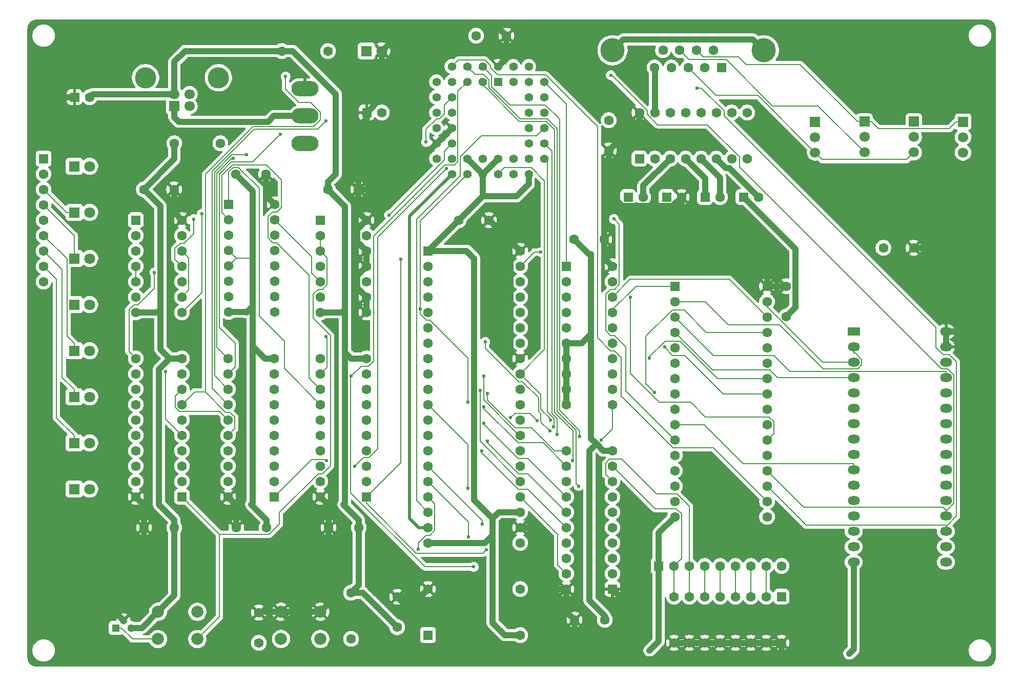
<source format=gbr>
%TF.GenerationSoftware,KiCad,Pcbnew,9.0.2*%
%TF.CreationDate,2025-05-24T13:12:05+02:00*%
%TF.ProjectId,morseboard-8088,6d6f7273-6562-46f6-9172-642d38303838,rev?*%
%TF.SameCoordinates,Original*%
%TF.FileFunction,Copper,L2,Bot*%
%TF.FilePolarity,Positive*%
%FSLAX46Y46*%
G04 Gerber Fmt 4.6, Leading zero omitted, Abs format (unit mm)*
G04 Created by KiCad (PCBNEW 9.0.2) date 2025-05-24 13:12:05*
%MOMM*%
%LPD*%
G01*
G04 APERTURE LIST*
G04 Aperture macros list*
%AMRoundRect*
0 Rectangle with rounded corners*
0 $1 Rounding radius*
0 $2 $3 $4 $5 $6 $7 $8 $9 X,Y pos of 4 corners*
0 Add a 4 corners polygon primitive as box body*
4,1,4,$2,$3,$4,$5,$6,$7,$8,$9,$2,$3,0*
0 Add four circle primitives for the rounded corners*
1,1,$1+$1,$2,$3*
1,1,$1+$1,$4,$5*
1,1,$1+$1,$6,$7*
1,1,$1+$1,$8,$9*
0 Add four rect primitives between the rounded corners*
20,1,$1+$1,$2,$3,$4,$5,0*
20,1,$1+$1,$4,$5,$6,$7,0*
20,1,$1+$1,$6,$7,$8,$9,0*
20,1,$1+$1,$8,$9,$2,$3,0*%
G04 Aperture macros list end*
%TA.AperFunction,ComponentPad*%
%ADD10C,1.600000*%
%TD*%
%TA.AperFunction,ComponentPad*%
%ADD11R,1.300000X1.300000*%
%TD*%
%TA.AperFunction,ComponentPad*%
%ADD12C,1.300000*%
%TD*%
%TA.AperFunction,ComponentPad*%
%ADD13C,2.000000*%
%TD*%
%TA.AperFunction,ComponentPad*%
%ADD14R,1.800000X1.800000*%
%TD*%
%TA.AperFunction,ComponentPad*%
%ADD15C,1.800000*%
%TD*%
%TA.AperFunction,ComponentPad*%
%ADD16R,1.600000X1.600000*%
%TD*%
%TA.AperFunction,ComponentPad*%
%ADD17RoundRect,0.250000X0.550000X0.550000X-0.550000X0.550000X-0.550000X-0.550000X0.550000X-0.550000X0*%
%TD*%
%TA.AperFunction,ComponentPad*%
%ADD18RoundRect,0.250000X-0.550000X-0.550000X0.550000X-0.550000X0.550000X0.550000X-0.550000X0.550000X0*%
%TD*%
%TA.AperFunction,ComponentPad*%
%ADD19R,1.700000X1.700000*%
%TD*%
%TA.AperFunction,ComponentPad*%
%ADD20C,1.700000*%
%TD*%
%TA.AperFunction,ComponentPad*%
%ADD21R,1.422400X1.422400*%
%TD*%
%TA.AperFunction,ComponentPad*%
%ADD22C,1.422400*%
%TD*%
%TA.AperFunction,ComponentPad*%
%ADD23RoundRect,0.250000X-0.550000X0.550000X-0.550000X-0.550000X0.550000X-0.550000X0.550000X0.550000X0*%
%TD*%
%TA.AperFunction,ComponentPad*%
%ADD24RoundRect,0.250000X0.550000X-0.550000X0.550000X0.550000X-0.550000X0.550000X-0.550000X-0.550000X0*%
%TD*%
%TA.AperFunction,ComponentPad*%
%ADD25R,2.000000X1.440000*%
%TD*%
%TA.AperFunction,ComponentPad*%
%ADD26O,2.000000X1.440000*%
%TD*%
%TA.AperFunction,ComponentPad*%
%ADD27O,4.500000X2.500000*%
%TD*%
%TA.AperFunction,ComponentPad*%
%ADD28C,4.000000*%
%TD*%
%TA.AperFunction,ComponentPad*%
%ADD29C,3.500000*%
%TD*%
%TA.AperFunction,ViaPad*%
%ADD30C,0.600000*%
%TD*%
%TA.AperFunction,Conductor*%
%ADD31C,1.000000*%
%TD*%
%TA.AperFunction,Conductor*%
%ADD32C,0.200000*%
%TD*%
%TA.AperFunction,Conductor*%
%ADD33C,0.500000*%
%TD*%
G04 APERTURE END LIST*
D10*
%TO.P,C13,1*%
%TO.N,VCC*%
X171530000Y-124460000D03*
%TO.P,C13,2*%
%TO.N,GND*%
X176530000Y-124460000D03*
%TD*%
D11*
%TO.P,U14,1,Pin_1*%
%TO.N,~{RES}*%
X95758000Y-125836000D03*
D12*
%TO.P,U14,2,Pin_2*%
%TO.N,VCC*%
X97028000Y-124566000D03*
%TO.P,U14,3,Pin_3*%
%TO.N,GND*%
X98298000Y-125836000D03*
%TD*%
D13*
%TO.P,SW6,1,1*%
%TO.N,GND*%
X102720000Y-123150000D03*
X109220000Y-123150000D03*
%TO.P,SW6,2,2*%
%TO.N,~{RES}*%
X102720000Y-127650000D03*
X109220000Y-127650000D03*
%TD*%
D14*
%TO.P,D9,1,K*%
%TO.N,Net-(D9-K)*%
X137160000Y-30480000D03*
D15*
%TO.P,D9,2,A*%
%TO.N,VCC*%
X139700000Y-30480000D03*
%TD*%
D16*
%TO.P,X1,1,NC*%
%TO.N,unconnected-(X1-NC-Pad1)*%
X147320000Y-127000000D03*
D10*
%TO.P,X1,7,GND*%
%TO.N,GND*%
X162560000Y-127000000D03*
%TO.P,X1,8,OUT*%
%TO.N,CLK*%
X162560000Y-119380000D03*
%TO.P,X1,14,Vcc*%
%TO.N,VCC*%
X147320000Y-119380000D03*
%TD*%
D17*
%TO.P,U2,1,OE*%
%TO.N,RES*%
X137160000Y-104140000D03*
D10*
%TO.P,U2,2,D0*%
%TO.N,AD0*%
X137160000Y-101600000D03*
%TO.P,U2,3,D1*%
%TO.N,AD1*%
X137160000Y-99060000D03*
%TO.P,U2,4,D2*%
%TO.N,AD2*%
X137160000Y-96520000D03*
%TO.P,U2,5,D3*%
%TO.N,AD3*%
X137160000Y-93980000D03*
%TO.P,U2,6,D4*%
%TO.N,AD4*%
X137160000Y-91440000D03*
%TO.P,U2,7,D5*%
%TO.N,AD5*%
X137160000Y-88900000D03*
%TO.P,U2,8,D6*%
%TO.N,AD6*%
X137160000Y-86360000D03*
%TO.P,U2,9,D7*%
%TO.N,AD7*%
X137160000Y-83820000D03*
%TO.P,U2,10,GND*%
%TO.N,GND*%
X137160000Y-81280000D03*
%TO.P,U2,11,Load*%
%TO.N,ALE*%
X129540000Y-81280000D03*
%TO.P,U2,12,Q7*%
%TO.N,A7*%
X129540000Y-83820000D03*
%TO.P,U2,13,Q6*%
%TO.N,A6*%
X129540000Y-86360000D03*
%TO.P,U2,14,Q5*%
%TO.N,A5*%
X129540000Y-88900000D03*
%TO.P,U2,15,Q4*%
%TO.N,A4*%
X129540000Y-91440000D03*
%TO.P,U2,16,Q3*%
%TO.N,A3*%
X129540000Y-93980000D03*
%TO.P,U2,17,Q2*%
%TO.N,A2*%
X129540000Y-96520000D03*
%TO.P,U2,18,Q1*%
%TO.N,A1*%
X129540000Y-99060000D03*
%TO.P,U2,19,Q0*%
%TO.N,A0*%
X129540000Y-101600000D03*
%TO.P,U2,20,VCC*%
%TO.N,VCC*%
X129540000Y-104140000D03*
%TD*%
D17*
%TO.P,U4,1,A->B*%
%TO.N,DT*%
X121920000Y-104140000D03*
D10*
%TO.P,U4,2,A0*%
%TO.N,AD0*%
X121920000Y-101600000D03*
%TO.P,U4,3,A1*%
%TO.N,AD1*%
X121920000Y-99060000D03*
%TO.P,U4,4,A2*%
%TO.N,AD2*%
X121920000Y-96520000D03*
%TO.P,U4,5,A3*%
%TO.N,AD3*%
X121920000Y-93980000D03*
%TO.P,U4,6,A4*%
%TO.N,AD4*%
X121920000Y-91440000D03*
%TO.P,U4,7,A5*%
%TO.N,AD5*%
X121920000Y-88900000D03*
%TO.P,U4,8,A6*%
%TO.N,AD6*%
X121920000Y-86360000D03*
%TO.P,U4,9,A7*%
%TO.N,AD7*%
X121920000Y-83820000D03*
%TO.P,U4,10,GND*%
%TO.N,GND*%
X121920000Y-81280000D03*
%TO.P,U4,11,B7*%
%TO.N,D7*%
X114300000Y-81280000D03*
%TO.P,U4,12,B6*%
%TO.N,D6*%
X114300000Y-83820000D03*
%TO.P,U4,13,B5*%
%TO.N,D5*%
X114300000Y-86360000D03*
%TO.P,U4,14,B4*%
%TO.N,D4*%
X114300000Y-88900000D03*
%TO.P,U4,15,B3*%
%TO.N,D3*%
X114300000Y-91440000D03*
%TO.P,U4,16,B2*%
%TO.N,D2*%
X114300000Y-93980000D03*
%TO.P,U4,17,B1*%
%TO.N,D1*%
X114300000Y-96520000D03*
%TO.P,U4,18,B0*%
%TO.N,D0*%
X114300000Y-99060000D03*
%TO.P,U4,19,CE*%
%TO.N,DEN*%
X114300000Y-101600000D03*
%TO.P,U4,20,VCC*%
%TO.N,VCC*%
X114300000Y-104140000D03*
%TD*%
D18*
%TO.P,C1,1*%
%TO.N,VCC*%
X88940000Y-38100000D03*
D10*
%TO.P,C1,2*%
%TO.N,GND*%
X91440000Y-38100000D03*
%TD*%
D18*
%TO.P,C18,1*%
%TO.N,GND*%
X199430000Y-54610000D03*
D10*
%TO.P,C18,2*%
%TO.N,Net-(U13-VS-)*%
X201930000Y-54610000D03*
%TD*%
%TO.P,C14,1*%
%TO.N,NMI*%
X119380000Y-128270000D03*
%TO.P,C14,2*%
%TO.N,VCC*%
X119380000Y-123270000D03*
%TD*%
%TO.P,C7,1*%
%TO.N,VCC*%
X135810000Y-53340000D03*
%TO.P,C7,2*%
%TO.N,GND*%
X130810000Y-53340000D03*
%TD*%
%TO.P,C10,1*%
%TO.N,VCC*%
X157400000Y-58420000D03*
%TO.P,C10,2*%
%TO.N,GND*%
X152400000Y-58420000D03*
%TD*%
D14*
%TO.P,D5,1,K*%
%TO.N,Net-(D5-K)*%
X88900000Y-80010000D03*
D15*
%TO.P,D5,2,A*%
%TO.N,L4*%
X91440000Y-80010000D03*
%TD*%
D18*
%TO.P,U8,1*%
%TO.N,A19*%
X99060000Y-58420000D03*
D10*
%TO.P,U8,2*%
X99060000Y-60960000D03*
%TO.P,U8,3*%
%TO.N,~{A19}*%
X99060000Y-63500000D03*
%TO.P,U8,4*%
%TO.N,~{M}*%
X99060000Y-66040000D03*
%TO.P,U8,5*%
X99060000Y-68580000D03*
%TO.P,U8,6*%
%TO.N,M*%
X99060000Y-71120000D03*
%TO.P,U8,7,GND*%
%TO.N,GND*%
X99060000Y-73660000D03*
%TO.P,U8,8*%
%TO.N,~{ROMCS}*%
X106680000Y-73660000D03*
%TO.P,U8,9*%
%TO.N,M*%
X106680000Y-71120000D03*
%TO.P,U8,10*%
%TO.N,A19*%
X106680000Y-68580000D03*
%TO.P,U8,11*%
%TO.N,~{RAMCS}*%
X106680000Y-66040000D03*
%TO.P,U8,12*%
%TO.N,M*%
X106680000Y-63500000D03*
%TO.P,U8,13*%
%TO.N,~{A19}*%
X106680000Y-60960000D03*
%TO.P,U8,14,VCC*%
%TO.N,VCC*%
X106680000Y-58420000D03*
%TD*%
D13*
%TO.P,SW4,1,1*%
%TO.N,VCC*%
X123040000Y-123135000D03*
X129540000Y-123135000D03*
%TO.P,SW4,2,2*%
%TO.N,NMI*%
X123040000Y-127635000D03*
X129540000Y-127635000D03*
%TD*%
D19*
%TO.P,J3,1,Pin_1*%
%TO.N,UART2*%
X211272000Y-42164000D03*
D20*
%TO.P,J3,2,Pin_2*%
%TO.N,T1OUT*%
X211272000Y-44704000D03*
%TO.P,J3,3,Pin_3*%
%TO.N,UART3*%
X211272000Y-47244000D03*
%TD*%
D14*
%TO.P,D7,1,K*%
%TO.N,Net-(D7-K)*%
X88900000Y-95250000D03*
D15*
%TO.P,D7,2,A*%
%TO.N,L6*%
X91440000Y-95250000D03*
%TD*%
D18*
%TO.P,C2,1*%
%TO.N,VCC*%
X137200000Y-40640000D03*
D10*
%TO.P,C2,2*%
%TO.N,GND*%
X139700000Y-40640000D03*
%TD*%
D21*
%TO.P,U11,1*%
%TO.N,N/C*%
X158877000Y-35560000D03*
D22*
%TO.P,U11,2,D0*%
%TO.N,D0*%
X156337000Y-33020000D03*
%TO.P,U11,3,D1*%
%TO.N,D1*%
X156337000Y-35560000D03*
%TO.P,U11,4,D2*%
%TO.N,D2*%
X153797000Y-33020000D03*
%TO.P,U11,5,D3*%
%TO.N,D3*%
X153797000Y-35560000D03*
%TO.P,U11,6,D4*%
%TO.N,D4*%
X151257000Y-33020000D03*
%TO.P,U11,7,D5*%
%TO.N,D5*%
X148717000Y-35560000D03*
%TO.P,U11,8,D6*%
%TO.N,D6*%
X151257000Y-35560000D03*
%TO.P,U11,9,D7*%
%TO.N,D7*%
X148717000Y-38100000D03*
%TO.P,U11,10,RCLK*%
%TO.N,Net-(U11-RCLK)*%
X151257000Y-38100000D03*
%TO.P,U11,11,SIN*%
%TO.N,RxD*%
X148717000Y-40640000D03*
%TO.P,U11,12,NC*%
%TO.N,unconnected-(U11-NC-Pad12)*%
X151257000Y-40640000D03*
%TO.P,U11,13,SOUT*%
%TO.N,TxD*%
X148717000Y-43180000D03*
%TO.P,U11,14,CS0*%
%TO.N,VCC*%
X151257000Y-43180000D03*
%TO.P,U11,15,CS1*%
X148717000Y-45720000D03*
%TO.P,U11,16,~{CS2}*%
%TO.N,~{IO01}*%
X151257000Y-45720000D03*
%TO.P,U11,17,~{BAUDOUT}*%
%TO.N,Net-(U11-RCLK)*%
X148717000Y-48260000D03*
%TO.P,U11,18,XIN*%
%TO.N,CLK*%
X151257000Y-50800000D03*
%TO.P,U11,19,XOUT*%
%TO.N,unconnected-(U11-XOUT-Pad19)*%
X151257000Y-48260000D03*
%TO.P,U11,20,~{WR1}*%
%TO.N,~{WR}*%
X153797000Y-50800000D03*
%TO.P,U11,21,WR2*%
%TO.N,GND*%
X153797000Y-48260000D03*
%TO.P,U11,22,GND*%
X156337000Y-50800000D03*
%TO.P,U11,23,NC*%
%TO.N,unconnected-(U11-NC-Pad23)*%
X156337000Y-48260000D03*
%TO.P,U11,24,~{RD1}*%
%TO.N,~{RD}*%
X158877000Y-50800000D03*
%TO.P,U11,25,RD2*%
%TO.N,GND*%
X158877000Y-48260000D03*
%TO.P,U11,26,DDIS*%
%TO.N,unconnected-(U11-DDIS-Pad26)*%
X161417000Y-50800000D03*
%TO.P,U11,27,~{TXRDY}*%
%TO.N,unconnected-(U11-~{TXRDY}-Pad27)*%
X161417000Y-48260000D03*
%TO.P,U11,28,~{ADS}*%
%TO.N,GND*%
X163957000Y-50800000D03*
%TO.P,U11,29,A2*%
%TO.N,A2*%
X166497000Y-48260000D03*
%TO.P,U11,30,A1*%
%TO.N,A1*%
X163957000Y-48260000D03*
%TO.P,U11,31,A0*%
%TO.N,A0*%
X166497000Y-45720000D03*
%TO.P,U11,32,~{RXRDY}*%
%TO.N,unconnected-(U11-~{RXRDY}-Pad32)*%
X163957000Y-45720000D03*
%TO.P,U11,33,INTRPT*%
%TO.N,INTR*%
X166497000Y-43180000D03*
%TO.P,U11,34,NC*%
%TO.N,unconnected-(U11-NC-Pad34)*%
X163957000Y-43180000D03*
%TO.P,U11,35,~{OUT2}*%
%TO.N,unconnected-(U11-~{OUT2}-Pad35)*%
X166497000Y-40640000D03*
%TO.P,U11,36,~{RTS}*%
%TO.N,~{RTS}*%
X163957000Y-40640000D03*
%TO.P,U11,37,~{DTR}*%
%TO.N,unconnected-(U11-~{DTR}-Pad37)*%
X166497000Y-38100000D03*
%TO.P,U11,38,~{OUT1}*%
%TO.N,unconnected-(U11-~{OUT1}-Pad38)*%
X163957000Y-38100000D03*
%TO.P,U11,39,MR*%
%TO.N,RES*%
X166497000Y-35560000D03*
%TO.P,U11,40,~{CTS}*%
%TO.N,~{CTS}*%
X163957000Y-33020000D03*
%TO.P,U11,41,~{DSR}*%
%TO.N,unconnected-(U11-~{DSR}-Pad41)*%
X163957000Y-35560000D03*
%TO.P,U11,42,~{DCD}*%
%TO.N,unconnected-(U11-~{DCD}-Pad42)*%
X161417000Y-33020000D03*
%TO.P,U11,43,~{RI}*%
%TO.N,unconnected-(U11-~{RI}-Pad43)*%
X161417000Y-35560000D03*
%TO.P,U11,44,VCC*%
%TO.N,VCC*%
X158877000Y-33020000D03*
%TD*%
D23*
%TO.P,SW2,1*%
%TO.N,Net-(RN1-R8)*%
X205740000Y-120650000D03*
D10*
%TO.P,SW2,2*%
%TO.N,Net-(RN1-R7)*%
X203200000Y-120650000D03*
%TO.P,SW2,3*%
%TO.N,Net-(RN1-R6)*%
X200660000Y-120650000D03*
%TO.P,SW2,4*%
%TO.N,Net-(RN1-R5)*%
X198120000Y-120650000D03*
%TO.P,SW2,5*%
%TO.N,Net-(RN1-R4)*%
X195580000Y-120650000D03*
%TO.P,SW2,6*%
%TO.N,Net-(RN1-R3)*%
X193040000Y-120650000D03*
%TO.P,SW2,7*%
%TO.N,Net-(RN1-R2)*%
X190500000Y-120650000D03*
%TO.P,SW2,8*%
%TO.N,Net-(RN1-R1)*%
X187960000Y-120650000D03*
%TO.P,SW2,9*%
%TO.N,VCC*%
X187960000Y-128270000D03*
%TO.P,SW2,10*%
X190500000Y-128270000D03*
%TO.P,SW2,11*%
X193040000Y-128270000D03*
%TO.P,SW2,12*%
X195580000Y-128270000D03*
%TO.P,SW2,13*%
X198120000Y-128270000D03*
%TO.P,SW2,14*%
X200660000Y-128270000D03*
%TO.P,SW2,15*%
X203200000Y-128270000D03*
%TO.P,SW2,16*%
X205740000Y-128270000D03*
%TD*%
%TO.P,C6,1*%
%TO.N,VCC*%
X100410000Y-109220000D03*
%TO.P,C6,2*%
%TO.N,GND*%
X105410000Y-109220000D03*
%TD*%
D24*
%TO.P,U13,1,C1+*%
%TO.N,Net-(U13-C1+)*%
X182245000Y-48260000D03*
D10*
%TO.P,U13,2,VS+*%
%TO.N,Net-(U13-VS+)*%
X184785000Y-48260000D03*
%TO.P,U13,3,C1-*%
%TO.N,Net-(U13-C1-)*%
X187325000Y-48260000D03*
%TO.P,U13,4,C2+*%
%TO.N,Net-(U13-C2+)*%
X189865000Y-48260000D03*
%TO.P,U13,5,C2-*%
%TO.N,Net-(U13-C2-)*%
X192405000Y-48260000D03*
%TO.P,U13,6,VS-*%
%TO.N,Net-(U13-VS-)*%
X194945000Y-48260000D03*
%TO.P,U13,7,T2OUT*%
%TO.N,T2OUT*%
X197485000Y-48260000D03*
%TO.P,U13,8,R2IN*%
%TO.N,R2IN*%
X200025000Y-48260000D03*
%TO.P,U13,9,R2OUT*%
%TO.N,~{CTS}*%
X200025000Y-40640000D03*
%TO.P,U13,10,T2IN*%
%TO.N,~{RTS}*%
X197485000Y-40640000D03*
%TO.P,U13,11,T1IN*%
%TO.N,TxD*%
X194945000Y-40640000D03*
%TO.P,U13,12,R1OUT*%
%TO.N,RxD*%
X192405000Y-40640000D03*
%TO.P,U13,13,R1IN*%
%TO.N,R1IN*%
X189865000Y-40640000D03*
%TO.P,U13,14,T1OUT*%
%TO.N,T1OUT*%
X187325000Y-40640000D03*
%TO.P,U13,15,GND*%
%TO.N,GND*%
X184785000Y-40640000D03*
%TO.P,U13,16,VCC*%
%TO.N,VCC*%
X182245000Y-40640000D03*
%TD*%
%TO.P,R2,1*%
%TO.N,GND*%
X123190000Y-30480000D03*
%TO.P,R2,2*%
%TO.N,Net-(D9-K)*%
X130810000Y-30480000D03*
%TD*%
D14*
%TO.P,D4,1,K*%
%TO.N,Net-(D4-K)*%
X88900000Y-72390000D03*
D15*
%TO.P,D4,2,A*%
%TO.N,L3*%
X91440000Y-72390000D03*
%TD*%
D10*
%TO.P,R1,1*%
%TO.N,GND*%
X105410000Y-45720000D03*
%TO.P,R1,2*%
%TO.N,Net-(J1-Shield)*%
X113030000Y-45720000D03*
%TD*%
D14*
%TO.P,D3,1,K*%
%TO.N,Net-(D3-K)*%
X88900000Y-64770000D03*
D15*
%TO.P,D3,2,A*%
%TO.N,L2*%
X91440000Y-64770000D03*
%TD*%
D10*
%TO.P,C15,1*%
%TO.N,VCC*%
X227544000Y-62992000D03*
%TO.P,C15,2*%
%TO.N,GND*%
X222544000Y-62992000D03*
%TD*%
D25*
%TO.P,U5,1,A18*%
%TO.N,A18*%
X217643500Y-76844000D03*
D26*
%TO.P,U5,2,A16*%
%TO.N,A16*%
X217643500Y-79384000D03*
%TO.P,U5,3,A15*%
%TO.N,A15*%
X217643500Y-81924000D03*
%TO.P,U5,4,A12*%
%TO.N,A12*%
X217643500Y-84464000D03*
%TO.P,U5,5,A7*%
%TO.N,A7*%
X217643500Y-87004000D03*
%TO.P,U5,6,A6*%
%TO.N,A6*%
X217643500Y-89544000D03*
%TO.P,U5,7,A5*%
%TO.N,A5*%
X217643500Y-92084000D03*
%TO.P,U5,8,A4*%
%TO.N,A4*%
X217643500Y-94624000D03*
%TO.P,U5,9,A3*%
%TO.N,A3*%
X217643500Y-97164000D03*
%TO.P,U5,10,A2*%
%TO.N,A2*%
X217643500Y-99704000D03*
%TO.P,U5,11,A1*%
%TO.N,A1*%
X217643500Y-102244000D03*
%TO.P,U5,12,A0*%
%TO.N,A0*%
X217643500Y-104784000D03*
%TO.P,U5,13,D0*%
%TO.N,D0*%
X217643500Y-107324000D03*
%TO.P,U5,14,D1*%
%TO.N,D1*%
X217643500Y-109864000D03*
%TO.P,U5,15,D2*%
%TO.N,D2*%
X217643500Y-112404000D03*
%TO.P,U5,16,GND*%
%TO.N,GND*%
X217643500Y-114944000D03*
%TO.P,U5,17,D3*%
%TO.N,D3*%
X232883500Y-114944000D03*
%TO.P,U5,18,D4*%
%TO.N,D4*%
X232883500Y-112404000D03*
%TO.P,U5,19,D5*%
%TO.N,D5*%
X232883500Y-109864000D03*
%TO.P,U5,20,D6*%
%TO.N,D6*%
X232883500Y-107324000D03*
%TO.P,U5,21,D7*%
%TO.N,D7*%
X232883500Y-104784000D03*
%TO.P,U5,22,CE*%
%TO.N,~{ROMCS}*%
X232883500Y-102244000D03*
%TO.P,U5,23,A10*%
%TO.N,A10*%
X232883500Y-99704000D03*
%TO.P,U5,24,OE*%
%TO.N,~{RD}*%
X232883500Y-97164000D03*
%TO.P,U5,25,A11*%
%TO.N,A11*%
X232883500Y-94624000D03*
%TO.P,U5,26,A9*%
%TO.N,A9*%
X232883500Y-92084000D03*
%TO.P,U5,27,A8*%
%TO.N,A8*%
X232883500Y-89544000D03*
%TO.P,U5,28,A13*%
%TO.N,A13*%
X232883500Y-87004000D03*
%TO.P,U5,29,A14*%
%TO.N,A14*%
X232883500Y-84464000D03*
%TO.P,U5,30,A17*%
%TO.N,A17*%
X232883500Y-81924000D03*
%TO.P,U5,31,PGM*%
%TO.N,VCC*%
X232883500Y-79384000D03*
%TO.P,U5,32,VCC*%
X232883500Y-76844000D03*
%TD*%
D14*
%TO.P,D8,1,K*%
%TO.N,Net-(D8-K)*%
X88900000Y-102870000D03*
D15*
%TO.P,D8,2,A*%
%TO.N,L7*%
X91440000Y-102870000D03*
%TD*%
D17*
%TO.P,U12,1,A->B*%
%TO.N,VCC*%
X177800000Y-119380000D03*
D10*
%TO.P,U12,2,A0*%
%TO.N,Net-(RN1-R8)*%
X177800000Y-116840000D03*
%TO.P,U12,3,A1*%
%TO.N,Net-(RN1-R7)*%
X177800000Y-114300000D03*
%TO.P,U12,4,A2*%
%TO.N,Net-(RN1-R6)*%
X177800000Y-111760000D03*
%TO.P,U12,5,A3*%
%TO.N,Net-(RN1-R5)*%
X177800000Y-109220000D03*
%TO.P,U12,6,A4*%
%TO.N,Net-(RN1-R4)*%
X177800000Y-106680000D03*
%TO.P,U12,7,A5*%
%TO.N,Net-(RN1-R3)*%
X177800000Y-104140000D03*
%TO.P,U12,8,A6*%
%TO.N,Net-(RN1-R2)*%
X177800000Y-101600000D03*
%TO.P,U12,9,A7*%
%TO.N,Net-(RN1-R1)*%
X177800000Y-99060000D03*
%TO.P,U12,10,GND*%
%TO.N,GND*%
X177800000Y-96520000D03*
%TO.P,U12,11,B7*%
%TO.N,AD7*%
X170180000Y-96520000D03*
%TO.P,U12,12,B6*%
%TO.N,AD6*%
X170180000Y-99060000D03*
%TO.P,U12,13,B5*%
%TO.N,AD5*%
X170180000Y-101600000D03*
%TO.P,U12,14,B4*%
%TO.N,AD4*%
X170180000Y-104140000D03*
%TO.P,U12,15,B3*%
%TO.N,AD3*%
X170180000Y-106680000D03*
%TO.P,U12,16,B2*%
%TO.N,AD2*%
X170180000Y-109220000D03*
%TO.P,U12,17,B1*%
%TO.N,AD1*%
X170180000Y-111760000D03*
%TO.P,U12,18,B0*%
%TO.N,AD0*%
X170180000Y-114300000D03*
%TO.P,U12,19,CE*%
%TO.N,~{INTA}*%
X170180000Y-116840000D03*
%TO.P,U12,20,VCC*%
%TO.N,VCC*%
X170180000Y-119380000D03*
%TD*%
D27*
%TO.P,SW1,1,A*%
%TO.N,VCC*%
X127000000Y-36720000D03*
%TO.P,SW1,2,B*%
%TO.N,VIN*%
X127000000Y-41220000D03*
%TO.P,SW1,3,C*%
%TO.N,unconnected-(SW1-C-Pad3)*%
X127000000Y-45720000D03*
%TD*%
D18*
%TO.P,U6,1,A0*%
%TO.N,A5*%
X114380000Y-55800000D03*
D10*
%TO.P,U6,2,A1*%
%TO.N,A6*%
X114380000Y-58340000D03*
%TO.P,U6,3,A2*%
%TO.N,A7*%
X114380000Y-60880000D03*
%TO.P,U6,4,~{E0}*%
%TO.N,GND*%
X114380000Y-63420000D03*
%TO.P,U6,5,~{E1}*%
X114380000Y-65960000D03*
%TO.P,U6,6,E2*%
%TO.N,~{M}*%
X114380000Y-68500000D03*
%TO.P,U6,7,~{Y7}*%
%TO.N,unconnected-(U6-~{Y7}-Pad7)*%
X114380000Y-71040000D03*
%TO.P,U6,8,GND*%
%TO.N,GND*%
X114380000Y-73580000D03*
%TO.P,U6,9,~{Y6}*%
%TO.N,unconnected-(U6-~{Y6}-Pad9)*%
X122000000Y-73580000D03*
%TO.P,U6,10,~{Y5}*%
%TO.N,unconnected-(U6-~{Y5}-Pad10)*%
X122000000Y-71040000D03*
%TO.P,U6,11,~{Y4}*%
%TO.N,unconnected-(U6-~{Y4}-Pad11)*%
X122000000Y-68500000D03*
%TO.P,U6,12,~{Y3}*%
%TO.N,unconnected-(U6-~{Y3}-Pad12)*%
X122000000Y-65960000D03*
%TO.P,U6,13,~{Y2}*%
%TO.N,unconnected-(U6-~{Y2}-Pad13)*%
X122000000Y-63420000D03*
%TO.P,U6,14,~{Y1}*%
%TO.N,~{IO01}*%
X122000000Y-60880000D03*
%TO.P,U6,15,~{Y0}*%
%TO.N,~{IO00}*%
X122000000Y-58340000D03*
%TO.P,U6,16,VCC*%
%TO.N,VCC*%
X122000000Y-55800000D03*
%TD*%
D14*
%TO.P,D1,1,K*%
%TO.N,Net-(D1-K)*%
X88900000Y-49530000D03*
D15*
%TO.P,D1,2,A*%
%TO.N,L0*%
X91440000Y-49530000D03*
%TD*%
D10*
%TO.P,C9,1*%
%TO.N,VCC*%
X105370000Y-53340000D03*
%TO.P,C9,2*%
%TO.N,GND*%
X100370000Y-53340000D03*
%TD*%
%TO.P,C21,1*%
%TO.N,VCC*%
X160274000Y-27940000D03*
%TO.P,C21,2*%
%TO.N,GND*%
X155274000Y-27940000D03*
%TD*%
D18*
%TO.P,U3,1,OE*%
%TO.N,RES*%
X170180000Y-66040000D03*
D10*
%TO.P,U3,2,D0*%
%TO.N,AD16*%
X170180000Y-68580000D03*
%TO.P,U3,3,D1*%
%TO.N,AD17*%
X170180000Y-71120000D03*
%TO.P,U3,4,D2*%
%TO.N,AD18*%
X170180000Y-73660000D03*
%TO.P,U3,5,D3*%
%TO.N,AD19*%
X170180000Y-76200000D03*
%TO.P,U3,6,D4*%
%TO.N,GND*%
X170180000Y-78740000D03*
%TO.P,U3,7,D5*%
X170180000Y-81280000D03*
%TO.P,U3,8,D6*%
X170180000Y-83820000D03*
%TO.P,U3,9,D7*%
X170180000Y-86360000D03*
%TO.P,U3,10,GND*%
X170180000Y-88900000D03*
%TO.P,U3,11,Load*%
%TO.N,ALE*%
X177800000Y-88900000D03*
%TO.P,U3,12,Q7*%
%TO.N,unconnected-(U3-Q7-Pad12)*%
X177800000Y-86360000D03*
%TO.P,U3,13,Q6*%
%TO.N,unconnected-(U3-Q6-Pad13)*%
X177800000Y-83820000D03*
%TO.P,U3,14,Q5*%
%TO.N,unconnected-(U3-Q5-Pad14)*%
X177800000Y-81280000D03*
%TO.P,U3,15,Q4*%
%TO.N,unconnected-(U3-Q4-Pad15)*%
X177800000Y-78740000D03*
%TO.P,U3,16,Q3*%
%TO.N,A19*%
X177800000Y-76200000D03*
%TO.P,U3,17,Q2*%
%TO.N,A18*%
X177800000Y-73660000D03*
%TO.P,U3,18,Q1*%
%TO.N,A17*%
X177800000Y-71120000D03*
%TO.P,U3,19,Q0*%
%TO.N,A16*%
X177800000Y-68580000D03*
%TO.P,U3,20,VCC*%
%TO.N,VCC*%
X177800000Y-66040000D03*
%TD*%
%TO.P,R8,1*%
%TO.N,NMI*%
X134620000Y-127635000D03*
%TO.P,R8,2*%
%TO.N,GND*%
X134620000Y-120015000D03*
%TD*%
D16*
%TO.P,RN2,1,R1*%
%TO.N,GND*%
X83820000Y-48260000D03*
D10*
%TO.P,RN2,2,R1.2*%
%TO.N,Net-(D1-K)*%
X83820000Y-50800000D03*
%TO.P,RN2,3,R2.2*%
%TO.N,Net-(D2-K)*%
X83820000Y-53340000D03*
%TO.P,RN2,4,R3.2*%
%TO.N,Net-(D3-K)*%
X83820000Y-55880000D03*
%TO.P,RN2,5,R4.2*%
%TO.N,Net-(D4-K)*%
X83820000Y-58420000D03*
%TO.P,RN2,6,R5.2*%
%TO.N,Net-(D5-K)*%
X83820000Y-60960000D03*
%TO.P,RN2,7,R6.2*%
%TO.N,Net-(D6-K)*%
X83820000Y-63500000D03*
%TO.P,RN2,8,R7.2*%
%TO.N,Net-(D7-K)*%
X83820000Y-66040000D03*
%TO.P,RN2,9,R8.2*%
%TO.N,Net-(D8-K)*%
X83820000Y-68580000D03*
%TD*%
D18*
%TO.P,U1,1,GND*%
%TO.N,GND*%
X147320000Y-63500000D03*
D10*
%TO.P,U1,2,A14*%
%TO.N,A14*%
X147320000Y-66040000D03*
%TO.P,U1,3,A13*%
%TO.N,A13*%
X147320000Y-68580000D03*
%TO.P,U1,4,A12*%
%TO.N,A12*%
X147320000Y-71120000D03*
%TO.P,U1,5,A11*%
%TO.N,A11*%
X147320000Y-73660000D03*
%TO.P,U1,6,A10*%
%TO.N,A10*%
X147320000Y-76200000D03*
%TO.P,U1,7,A9*%
%TO.N,A9*%
X147320000Y-78740000D03*
%TO.P,U1,8,A8*%
%TO.N,A8*%
X147320000Y-81280000D03*
%TO.P,U1,9,AD7*%
%TO.N,AD7*%
X147320000Y-83820000D03*
%TO.P,U1,10,AD6*%
%TO.N,AD6*%
X147320000Y-86360000D03*
%TO.P,U1,11,AD5*%
%TO.N,AD5*%
X147320000Y-88900000D03*
%TO.P,U1,12,AD4*%
%TO.N,AD4*%
X147320000Y-91440000D03*
%TO.P,U1,13,AD3*%
%TO.N,AD3*%
X147320000Y-93980000D03*
%TO.P,U1,14,AD2*%
%TO.N,AD2*%
X147320000Y-96520000D03*
%TO.P,U1,15,AD1*%
%TO.N,AD1*%
X147320000Y-99060000D03*
%TO.P,U1,16,AD0*%
%TO.N,AD0*%
X147320000Y-101600000D03*
%TO.P,U1,17,NMI*%
%TO.N,NMI*%
X147320000Y-104140000D03*
%TO.P,U1,18,INTR*%
%TO.N,INTR*%
X147320000Y-106680000D03*
%TO.P,U1,19,CLK*%
%TO.N,CLK*%
X147320000Y-109220000D03*
%TO.P,U1,20,GND*%
%TO.N,GND*%
X147320000Y-111760000D03*
%TO.P,U1,21,RESET*%
%TO.N,RES*%
X162560000Y-111760000D03*
%TO.P,U1,22,READY*%
%TO.N,VCC*%
X162560000Y-109220000D03*
%TO.P,U1,23,~{TEST}*%
%TO.N,GND*%
X162560000Y-106680000D03*
%TO.P,U1,24,~{INTA}*%
%TO.N,~{INTA}*%
X162560000Y-104140000D03*
%TO.P,U1,25,ALE*%
%TO.N,ALE*%
X162560000Y-101600000D03*
%TO.P,U1,26,DEN*%
%TO.N,DEN*%
X162560000Y-99060000D03*
%TO.P,U1,27,DT/~{R}*%
%TO.N,DT*%
X162560000Y-96520000D03*
%TO.P,U1,28,IO/~{M}*%
%TO.N,~{M}*%
X162560000Y-93980000D03*
%TO.P,U1,29,~{WR}*%
%TO.N,~{WR}*%
X162560000Y-91440000D03*
%TO.P,U1,30,HLDA*%
%TO.N,unconnected-(U1-HLDA-Pad30)*%
X162560000Y-88900000D03*
%TO.P,U1,31,HOLD*%
%TO.N,GND*%
X162560000Y-86360000D03*
%TO.P,U1,32,~{RD}*%
%TO.N,~{RD}*%
X162560000Y-83820000D03*
%TO.P,U1,33,MN/~{MX}*%
%TO.N,VCC*%
X162560000Y-81280000D03*
%TO.P,U1,34,~{SSO}*%
%TO.N,unconnected-(U1-~{SSO}-Pad34)*%
X162560000Y-78740000D03*
%TO.P,U1,35,A19/S6*%
%TO.N,AD19*%
X162560000Y-76200000D03*
%TO.P,U1,36,A18/S5*%
%TO.N,AD18*%
X162560000Y-73660000D03*
%TO.P,U1,37,A17/S4*%
%TO.N,AD17*%
X162560000Y-71120000D03*
%TO.P,U1,38,A16/S3*%
%TO.N,AD16*%
X162560000Y-68580000D03*
%TO.P,U1,39,A15*%
%TO.N,A15*%
X162560000Y-66040000D03*
%TO.P,U1,40,VCC*%
%TO.N,VCC*%
X162560000Y-63500000D03*
%TD*%
D17*
%TO.P,U10,1,~{Mr}*%
%TO.N,~{RES}*%
X106680000Y-104140000D03*
D10*
%TO.P,U10,2,Q0*%
%TO.N,L0*%
X106680000Y-101600000D03*
%TO.P,U10,3,D0*%
%TO.N,D0*%
X106680000Y-99060000D03*
%TO.P,U10,4,D1*%
%TO.N,D1*%
X106680000Y-96520000D03*
%TO.P,U10,5,Q1*%
%TO.N,L1*%
X106680000Y-93980000D03*
%TO.P,U10,6,Q2*%
%TO.N,L2*%
X106680000Y-91440000D03*
%TO.P,U10,7,D2*%
%TO.N,D2*%
X106680000Y-88900000D03*
%TO.P,U10,8,D3*%
%TO.N,D3*%
X106680000Y-86360000D03*
%TO.P,U10,9,Q3*%
%TO.N,L3*%
X106680000Y-83820000D03*
%TO.P,U10,10,GND*%
%TO.N,GND*%
X106680000Y-81280000D03*
%TO.P,U10,11,Cp*%
%TO.N,LATCH*%
X99060000Y-81280000D03*
%TO.P,U10,12,Q4*%
%TO.N,L4*%
X99060000Y-83820000D03*
%TO.P,U10,13,D4*%
%TO.N,D4*%
X99060000Y-86360000D03*
%TO.P,U10,14,D5*%
%TO.N,D5*%
X99060000Y-88900000D03*
%TO.P,U10,15,Q5*%
%TO.N,L5*%
X99060000Y-91440000D03*
%TO.P,U10,16,Q6*%
%TO.N,L6*%
X99060000Y-93980000D03*
%TO.P,U10,17,D6*%
%TO.N,D6*%
X99060000Y-96520000D03*
%TO.P,U10,18,D7*%
%TO.N,D7*%
X99060000Y-99060000D03*
%TO.P,U10,19,Q7*%
%TO.N,L7*%
X99060000Y-101600000D03*
%TO.P,U10,20,VCC*%
%TO.N,VCC*%
X99060000Y-104140000D03*
%TD*%
D18*
%TO.P,U7,1*%
%TO.N,RES*%
X129540000Y-58420000D03*
D10*
%TO.P,U7,2*%
%TO.N,~{RES}*%
X129540000Y-60960000D03*
%TO.P,U7,3*%
X129540000Y-63500000D03*
%TO.P,U7,4*%
%TO.N,LATCH*%
X129540000Y-66040000D03*
%TO.P,U7,5*%
%TO.N,~{IO00}*%
X129540000Y-68580000D03*
%TO.P,U7,6*%
%TO.N,~{WR}*%
X129540000Y-71120000D03*
%TO.P,U7,7,GND*%
%TO.N,GND*%
X129540000Y-73660000D03*
%TO.P,U7,8*%
%TO.N,VCC*%
X137160000Y-73660000D03*
%TO.P,U7,9*%
X137160000Y-71120000D03*
%TO.P,U7,10*%
%TO.N,unconnected-(U7-Pad10)*%
X137160000Y-68580000D03*
%TO.P,U7,11*%
%TO.N,VCC*%
X137160000Y-66040000D03*
%TO.P,U7,12*%
X137160000Y-63500000D03*
%TO.P,U7,13*%
%TO.N,unconnected-(U7-Pad13)*%
X137160000Y-60960000D03*
%TO.P,U7,14,VCC*%
%TO.N,VCC*%
X137160000Y-58420000D03*
%TD*%
D28*
%TO.P,J2,0,PAD*%
%TO.N,unconnected-(J2-PAD-Pad0)*%
X202800000Y-30353000D03*
X177800000Y-30353000D03*
D16*
%TO.P,J2,1,1*%
%TO.N,unconnected-(J2-Pad1)*%
X195840000Y-33193000D03*
D10*
%TO.P,J2,2,2*%
%TO.N,UART2*%
X193070000Y-33193000D03*
%TO.P,J2,3,3*%
%TO.N,UART3*%
X190300000Y-33193000D03*
%TO.P,J2,4,4*%
%TO.N,unconnected-(J2-Pad4)*%
X187530000Y-33193000D03*
%TO.P,J2,5,5*%
%TO.N,GND*%
X184760000Y-33193000D03*
%TO.P,J2,6,6*%
%TO.N,unconnected-(J2-Pad6)*%
X194455000Y-30353000D03*
%TO.P,J2,7,7*%
%TO.N,UART7*%
X191685000Y-30353000D03*
%TO.P,J2,8,8*%
%TO.N,UART8*%
X188915000Y-30353000D03*
%TO.P,J2,9,9*%
%TO.N,unconnected-(J2-Pad9)*%
X186145000Y-30353000D03*
%TD*%
D16*
%TO.P,RN1,1,common*%
%TO.N,GND*%
X185420000Y-115570000D03*
D10*
%TO.P,RN1,2,R1*%
%TO.N,Net-(RN1-R1)*%
X187960000Y-115570000D03*
%TO.P,RN1,3,R2*%
%TO.N,Net-(RN1-R2)*%
X190500000Y-115570000D03*
%TO.P,RN1,4,R3*%
%TO.N,Net-(RN1-R3)*%
X193040000Y-115570000D03*
%TO.P,RN1,5,R4*%
%TO.N,Net-(RN1-R4)*%
X195580000Y-115570000D03*
%TO.P,RN1,6,R5*%
%TO.N,Net-(RN1-R5)*%
X198120000Y-115570000D03*
%TO.P,RN1,7,R6*%
%TO.N,Net-(RN1-R6)*%
X200660000Y-115570000D03*
%TO.P,RN1,8,R7*%
%TO.N,Net-(RN1-R7)*%
X203200000Y-115570000D03*
%TO.P,RN1,9,R8*%
%TO.N,Net-(RN1-R8)*%
X205740000Y-115570000D03*
%TD*%
%TO.P,C4,1*%
%TO.N,VCC*%
X130890000Y-109220000D03*
%TO.P,C4,2*%
%TO.N,GND*%
X135890000Y-109220000D03*
%TD*%
D19*
%TO.P,J6,1,Pin_1*%
%TO.N,UART7*%
X235712000Y-42164000D03*
D20*
%TO.P,J6,2,Pin_2*%
%TO.N,R2IN*%
X235712000Y-44704000D03*
%TO.P,J6,3,Pin_3*%
%TO.N,UART8*%
X235712000Y-47244000D03*
%TD*%
D14*
%TO.P,D6,1,K*%
%TO.N,Net-(D6-K)*%
X88900000Y-87630000D03*
D15*
%TO.P,D6,2,A*%
%TO.N,L5*%
X91440000Y-87630000D03*
%TD*%
D10*
%TO.P,C8,1*%
%TO.N,VCC*%
X120570000Y-50800000D03*
%TO.P,C8,2*%
%TO.N,GND*%
X115570000Y-50800000D03*
%TD*%
%TO.P,C3,1*%
%TO.N,VCC*%
X142240000Y-120690000D03*
%TO.P,C3,2*%
%TO.N,GND*%
X142240000Y-125690000D03*
%TD*%
D19*
%TO.P,J1,1,VBUS*%
%TO.N,VIN*%
X105430000Y-39597500D03*
D20*
%TO.P,J1,2,D-*%
%TO.N,unconnected-(J1-D--Pad2)*%
X107930000Y-39597500D03*
%TO.P,J1,3,D+*%
%TO.N,unconnected-(J1-D+-Pad3)*%
X107930000Y-37597500D03*
%TO.P,J1,4,GND*%
%TO.N,GND*%
X105430000Y-37597500D03*
D29*
%TO.P,J1,5,Shield*%
%TO.N,Net-(J1-Shield)*%
X100660000Y-34887500D03*
X112700000Y-34887500D03*
%TD*%
D10*
%TO.P,C5,1*%
%TO.N,VCC*%
X115650000Y-109220000D03*
%TO.P,C5,2*%
%TO.N,GND*%
X120650000Y-109220000D03*
%TD*%
D19*
%TO.P,J5,1,Pin_1*%
%TO.N,UART2*%
X227565300Y-42149000D03*
D20*
%TO.P,J5,2,Pin_2*%
%TO.N,R1IN*%
X227565300Y-44689000D03*
%TO.P,J5,3,Pin_3*%
%TO.N,UART3*%
X227565300Y-47229000D03*
%TD*%
D18*
%TO.P,U9,1,A18*%
%TO.N,A18*%
X188087000Y-69342000D03*
D10*
%TO.P,U9,2,A16*%
%TO.N,A16*%
X188087000Y-71882000D03*
%TO.P,U9,3,A14*%
%TO.N,A14*%
X188087000Y-74422000D03*
%TO.P,U9,4,A12*%
%TO.N,A12*%
X188087000Y-76962000D03*
%TO.P,U9,5,A7*%
%TO.N,A7*%
X188087000Y-79502000D03*
%TO.P,U9,6,A6*%
%TO.N,A6*%
X188087000Y-82042000D03*
%TO.P,U9,7,A5*%
%TO.N,A5*%
X188087000Y-84582000D03*
%TO.P,U9,8,A4*%
%TO.N,A4*%
X188087000Y-87122000D03*
%TO.P,U9,9,A3*%
%TO.N,A3*%
X188087000Y-89662000D03*
%TO.P,U9,10,A2*%
%TO.N,A2*%
X188087000Y-92202000D03*
%TO.P,U9,11,A1*%
%TO.N,A1*%
X188087000Y-94742000D03*
%TO.P,U9,12,A0*%
%TO.N,A0*%
X188087000Y-97282000D03*
%TO.P,U9,13,DQ0*%
%TO.N,D0*%
X188087000Y-99822000D03*
%TO.P,U9,14,DQ1*%
%TO.N,D1*%
X188087000Y-102362000D03*
%TO.P,U9,15,DQ2*%
%TO.N,D2*%
X188087000Y-104902000D03*
%TO.P,U9,16,VSS*%
%TO.N,GND*%
X188087000Y-107442000D03*
%TO.P,U9,17,DQ3*%
%TO.N,D3*%
X203327000Y-107442000D03*
%TO.P,U9,18,DQ4*%
%TO.N,D4*%
X203327000Y-104902000D03*
%TO.P,U9,19,DQ5*%
%TO.N,D5*%
X203327000Y-102362000D03*
%TO.P,U9,20,DQ6*%
%TO.N,D6*%
X203327000Y-99822000D03*
%TO.P,U9,21,DQ7*%
%TO.N,D7*%
X203327000Y-97282000D03*
%TO.P,U9,22,CE#*%
%TO.N,~{RAMCS}*%
X203327000Y-94742000D03*
%TO.P,U9,23,A10*%
%TO.N,A10*%
X203327000Y-92202000D03*
%TO.P,U9,24,OE#*%
%TO.N,~{RD}*%
X203327000Y-89662000D03*
%TO.P,U9,25,A11*%
%TO.N,A11*%
X203327000Y-87122000D03*
%TO.P,U9,26,A9*%
%TO.N,A9*%
X203327000Y-84582000D03*
%TO.P,U9,27,A8*%
%TO.N,A8*%
X203327000Y-82042000D03*
%TO.P,U9,28,A13*%
%TO.N,A13*%
X203327000Y-79502000D03*
%TO.P,U9,29,WE#*%
%TO.N,~{WR}*%
X203327000Y-76962000D03*
%TO.P,U9,30,A17*%
%TO.N,A17*%
X203327000Y-74422000D03*
%TO.P,U9,31,A15*%
%TO.N,A15*%
X203327000Y-71882000D03*
%TO.P,U9,32,VCC*%
%TO.N,VCC*%
X203327000Y-69342000D03*
%TD*%
D14*
%TO.P,D2,1,K*%
%TO.N,Net-(D2-K)*%
X88900000Y-57150000D03*
D15*
%TO.P,D2,2,A*%
%TO.N,L1*%
X91440000Y-57150000D03*
%TD*%
D10*
%TO.P,C12,1*%
%TO.N,VCC*%
X206502000Y-69342000D03*
%TO.P,C12,2*%
%TO.N,GND*%
X206502000Y-74342000D03*
%TD*%
D18*
%TO.P,C20,1*%
%TO.N,Net-(U13-C1+)*%
X180380000Y-54610000D03*
D10*
%TO.P,C20,2*%
%TO.N,Net-(U13-C1-)*%
X182880000Y-54610000D03*
%TD*%
D19*
%TO.P,J4,1,Pin_1*%
%TO.N,UART7*%
X219418700Y-42149000D03*
D20*
%TO.P,J4,2,Pin_2*%
%TO.N,T2OUT*%
X219418700Y-44689000D03*
%TO.P,J4,3,Pin_3*%
%TO.N,UART8*%
X219418700Y-47229000D03*
%TD*%
D10*
%TO.P,C11,1*%
%TO.N,VCC*%
X176450000Y-61595000D03*
%TO.P,C11,2*%
%TO.N,GND*%
X171450000Y-61595000D03*
%TD*%
%TO.P,C16,1*%
%TO.N,VCC*%
X177165000Y-46910000D03*
%TO.P,C16,2*%
%TO.N,GND*%
X177165000Y-41910000D03*
%TD*%
D18*
%TO.P,C19,1*%
%TO.N,Net-(U13-C2+)*%
X193080000Y-54610000D03*
D10*
%TO.P,C19,2*%
%TO.N,Net-(U13-C2-)*%
X195580000Y-54610000D03*
%TD*%
D18*
%TO.P,C17,1*%
%TO.N,Net-(U13-VS+)*%
X186730000Y-54610000D03*
D10*
%TO.P,C17,2*%
%TO.N,VCC*%
X189230000Y-54610000D03*
%TD*%
D30*
%TO.N,Net-(U11-RCLK)*%
X147008900Y-45526000D03*
%TO.N,~{IO01}*%
X140876400Y-57583400D03*
%TO.N,~{RAMCS}*%
X180722600Y-71120000D03*
X108623700Y-58243500D03*
%TO.N,LATCH*%
X102105200Y-67057900D03*
%TO.N,~{ROMCS}*%
X109952000Y-57350200D03*
%TO.N,D1*%
X171186400Y-98201900D03*
%TO.N,D0*%
X172407900Y-94145400D03*
%TO.N,D6*%
X122945400Y-44226500D03*
X177529200Y-34480200D03*
%TO.N,D2*%
X123809500Y-34693100D03*
X172189700Y-102395000D03*
%TO.N,D5*%
X117359000Y-47633900D03*
X191742600Y-36587500D03*
%TO.N,D7*%
X115166900Y-48234000D03*
%TO.N,D4*%
X130476000Y-42019200D03*
%TO.N,D3*%
X134605800Y-84221600D03*
X154888400Y-115721300D03*
%TO.N,A4*%
X165359800Y-91557300D03*
X160989700Y-91070700D03*
%TO.N,A7*%
X130442300Y-77635600D03*
%TO.N,A0*%
X168650600Y-93807900D03*
%TO.N,A2*%
X168086400Y-92576200D03*
%TO.N,A1*%
X150345100Y-49905400D03*
X135203800Y-99059500D03*
X178029700Y-58235200D03*
%TO.N,DT*%
X130578000Y-98142200D03*
%TO.N,~{RD}*%
X167511300Y-91446700D03*
%TO.N,A9*%
X183920500Y-81250800D03*
%TO.N,AD7*%
X157178600Y-87098100D03*
%TO.N,AD2*%
X156215000Y-96520000D03*
%TO.N,A15*%
X165976400Y-63700300D03*
%TO.N,~{M}*%
X156541700Y-84228100D03*
%TO.N,A10*%
X167458100Y-93262700D03*
X156797500Y-78557800D03*
%TO.N,AD4*%
X156560100Y-92005000D03*
%TO.N,AD0*%
X154029600Y-110759200D03*
%TO.N,AD5*%
X153937900Y-102711100D03*
%TO.N,AD6*%
X156558600Y-89258500D03*
%TO.N,ALE*%
X175953900Y-94763200D03*
X155941500Y-86545600D03*
%TO.N,A11*%
X186412400Y-79336700D03*
%TO.N,~{WR}*%
X146044600Y-73096200D03*
X153925800Y-88468300D03*
X184738100Y-86915000D03*
%TO.N,AD1*%
X156329000Y-108675300D03*
%TO.N,AD3*%
X157127600Y-94957800D03*
%TO.N,L1*%
X103968100Y-83422000D03*
%TO.N,NMI*%
X145681700Y-112846700D03*
%TO.N,RES*%
X142809100Y-64890300D03*
X156980600Y-112861400D03*
%TO.N,GND*%
X216916000Y-130048000D03*
X183896000Y-129540000D03*
%TD*%
D31*
%TO.N,unconnected-(J2-PAD-Pad0)*%
X179578000Y-28575000D02*
X201022000Y-28575000D01*
X201022000Y-28575000D02*
X202800000Y-30353000D01*
X177800000Y-30353000D02*
X179578000Y-28575000D01*
D32*
%TO.N,Net-(U11-RCLK)*%
X149987000Y-39370000D02*
X151257000Y-38100000D01*
X149987000Y-40804100D02*
X149987000Y-39370000D01*
X149139700Y-41651400D02*
X149987000Y-40804100D01*
X148750400Y-41651400D02*
X149139700Y-41651400D01*
X147008900Y-43392900D02*
X148750400Y-41651400D01*
X147008900Y-45526000D02*
X147008900Y-43392900D01*
%TO.N,~{IO01}*%
X149987000Y-48472800D02*
X140876400Y-57583400D01*
X149987000Y-46990000D02*
X149987000Y-48472800D01*
X151257000Y-45720000D02*
X149987000Y-46990000D01*
%TO.N,~{INTA}*%
X168740200Y-115400200D02*
X170180000Y-116840000D01*
X168740200Y-110320200D02*
X168740200Y-115400200D01*
X162560000Y-104140000D02*
X168740200Y-110320200D01*
%TO.N,INTR*%
X165227000Y-44450000D02*
X166497000Y-43180000D01*
X156138800Y-44450000D02*
X165227000Y-44450000D01*
X152668600Y-47920200D02*
X156138800Y-44450000D01*
X152668600Y-51090600D02*
X152668600Y-47920200D01*
X145440000Y-58319200D02*
X152668600Y-51090600D01*
X145440000Y-104800000D02*
X145440000Y-58319200D01*
X147320000Y-106680000D02*
X145440000Y-104800000D01*
%TO.N,Net-(RN1-R1)*%
X187960000Y-120650000D02*
X187960000Y-115570000D01*
X184840700Y-106100700D02*
X177800000Y-99060000D01*
X188320800Y-106100700D02*
X184840700Y-106100700D01*
X189187900Y-106967800D02*
X188320800Y-106100700D01*
X189187900Y-114342100D02*
X189187900Y-106967800D01*
X187960000Y-115570000D02*
X189187900Y-114342100D01*
%TO.N,Net-(RN1-R2)*%
X190500000Y-120650000D02*
X190500000Y-115570000D01*
X176662100Y-100462100D02*
X177800000Y-101600000D01*
X176662100Y-98596900D02*
X176662100Y-100462100D01*
X177326300Y-97932700D02*
X176662100Y-98596900D01*
X179354200Y-97932700D02*
X177326300Y-97932700D01*
X185053500Y-103632000D02*
X179354200Y-97932700D01*
X188433800Y-103632000D02*
X185053500Y-103632000D01*
X190500000Y-105698200D02*
X188433800Y-103632000D01*
X190500000Y-115570000D02*
X190500000Y-105698200D01*
%TO.N,Net-(RN1-R7)*%
X203200000Y-115570000D02*
X203200000Y-120650000D01*
%TO.N,Net-(RN1-R4)*%
X195580000Y-115570000D02*
X195580000Y-120650000D01*
%TO.N,Net-(RN1-R3)*%
X193040000Y-120650000D02*
X193040000Y-115570000D01*
%TO.N,Net-(RN1-R5)*%
X198120000Y-115570000D02*
X198120000Y-120650000D01*
%TO.N,Net-(RN1-R6)*%
X200660000Y-115570000D02*
X200660000Y-120650000D01*
%TO.N,UART7*%
X233426700Y-43299200D02*
X234561900Y-42164000D01*
X221719000Y-43299200D02*
X233426700Y-43299200D01*
X220568800Y-42149000D02*
X221719000Y-43299200D01*
X219418700Y-42149000D02*
X220568800Y-42149000D01*
X235712000Y-42164000D02*
X234561900Y-42164000D01*
X208820400Y-32700800D02*
X218268600Y-42149000D01*
X199857800Y-32700800D02*
X208820400Y-32700800D01*
X198610100Y-31453100D02*
X199857800Y-32700800D01*
X192785100Y-31453100D02*
X198610100Y-31453100D01*
X191685000Y-30353000D02*
X192785100Y-31453100D01*
X219418700Y-42149000D02*
X218268600Y-42149000D01*
%TO.N,UART3*%
X226380000Y-48414300D02*
X227565300Y-47229000D01*
X212442300Y-48414300D02*
X226380000Y-48414300D01*
X211272000Y-47244000D02*
X212442300Y-48414300D01*
X194941300Y-37834300D02*
X190300000Y-33193000D01*
X201862300Y-37834300D02*
X194941300Y-37834300D01*
X211272000Y-47244000D02*
X201862300Y-37834300D01*
%TO.N,UART8*%
X211727400Y-39537700D02*
X219418700Y-47229000D01*
X204254700Y-39537700D02*
X211727400Y-39537700D01*
X196570300Y-31853300D02*
X204254700Y-39537700D01*
X190415300Y-31853300D02*
X196570300Y-31853300D01*
X188915000Y-30353000D02*
X190415300Y-31853300D01*
%TO.N,Net-(D7-K)*%
X85948600Y-91098500D02*
X88900000Y-94049900D01*
X85948600Y-68168600D02*
X85948600Y-91098500D01*
X83820000Y-66040000D02*
X85948600Y-68168600D01*
X88900000Y-95250000D02*
X88900000Y-94049900D01*
%TO.N,Net-(D6-K)*%
X88900000Y-87630000D02*
X88900000Y-86429900D01*
X86899700Y-84429600D02*
X88900000Y-86429900D01*
X86899700Y-66579700D02*
X86899700Y-84429600D01*
X83820000Y-63500000D02*
X86899700Y-66579700D01*
%TO.N,Net-(D5-K)*%
X87699900Y-77609800D02*
X88900000Y-78809900D01*
X87699900Y-64839900D02*
X87699900Y-77609800D01*
X83820000Y-60960000D02*
X87699900Y-64839900D01*
X88900000Y-80010000D02*
X88900000Y-78809900D01*
%TO.N,Net-(D3-K)*%
X88900000Y-60960000D02*
X88900000Y-64770000D01*
X83820000Y-55880000D02*
X88900000Y-60960000D01*
%TO.N,Net-(D2-K)*%
X87630000Y-57150000D02*
X88900000Y-57150000D01*
X83820000Y-53340000D02*
X87630000Y-57150000D01*
D31*
%TO.N,Net-(U13-C1-)*%
X182880000Y-52705000D02*
X187325000Y-48260000D01*
X182880000Y-54610000D02*
X182880000Y-52705000D01*
%TO.N,Net-(U13-C2+)*%
X193080000Y-51475000D02*
X189865000Y-48260000D01*
X193080000Y-54610000D02*
X193080000Y-51475000D01*
%TO.N,Net-(U13-C2-)*%
X195580000Y-51435000D02*
X192405000Y-48260000D01*
X195580000Y-54610000D02*
X195580000Y-51435000D01*
%TO.N,Net-(U13-VS-)*%
X196469000Y-49784000D02*
X194945000Y-48260000D01*
X197104000Y-49784000D02*
X196469000Y-49784000D01*
X201930000Y-54610000D02*
X197104000Y-49784000D01*
D32*
%TO.N,M*%
X107796600Y-70003400D02*
X106680000Y-71120000D01*
X107796600Y-64616600D02*
X107796600Y-70003400D01*
X106680000Y-63500000D02*
X107796600Y-64616600D01*
%TO.N,~{RAMCS}*%
X105526700Y-64886700D02*
X106680000Y-66040000D01*
X105526700Y-63089500D02*
X105526700Y-64886700D01*
X106386200Y-62230000D02*
X105526700Y-63089500D01*
X107013200Y-62230000D02*
X106386200Y-62230000D01*
X108623700Y-60619500D02*
X107013200Y-62230000D01*
X108623700Y-58243500D02*
X108623700Y-60619500D01*
X204437900Y-93631100D02*
X203327000Y-94742000D01*
X204437900Y-91725000D02*
X204437900Y-93631100D01*
X203644900Y-90932000D02*
X204437900Y-91725000D01*
X193152600Y-90932000D02*
X203644900Y-90932000D01*
X190717600Y-88497000D02*
X193152600Y-90932000D01*
X185471500Y-88497000D02*
X190717600Y-88497000D01*
X180722600Y-83748100D02*
X185471500Y-88497000D01*
X180722600Y-71120000D02*
X180722600Y-83748100D01*
%TO.N,LATCH*%
X102105200Y-69698600D02*
X102105200Y-67057900D01*
X99413800Y-72390000D02*
X102105200Y-69698600D01*
X98732000Y-72390000D02*
X99413800Y-72390000D01*
X97921000Y-73201000D02*
X98732000Y-72390000D01*
X97921000Y-80141000D02*
X97921000Y-73201000D01*
X99060000Y-81280000D02*
X97921000Y-80141000D01*
%TO.N,~{RES}*%
X98522100Y-127650000D02*
X96708100Y-125836000D01*
X102720000Y-127650000D02*
X98522100Y-127650000D01*
X95758000Y-125836000D02*
X96708100Y-125836000D01*
X129540000Y-60960000D02*
X129540000Y-63500000D01*
X112874400Y-123995600D02*
X109220000Y-127650000D01*
X112874400Y-110334400D02*
X112874400Y-123995600D01*
X112874400Y-110334400D02*
X106680000Y-104140000D01*
X121104300Y-110334400D02*
X112874400Y-110334400D01*
X122792700Y-108646000D02*
X121104300Y-110334400D01*
X122792700Y-106704200D02*
X122792700Y-108646000D01*
X129166900Y-100330000D02*
X122792700Y-106704200D01*
X129893900Y-100330000D02*
X129166900Y-100330000D01*
X131201400Y-99022500D02*
X129893900Y-100330000D01*
X131201400Y-77480700D02*
X131201400Y-99022500D01*
X128382300Y-74661600D02*
X131201400Y-77480700D01*
X128382300Y-70634500D02*
X128382300Y-74661600D01*
X129166800Y-69850000D02*
X128382300Y-70634500D01*
X129893900Y-69850000D02*
X129166800Y-69850000D01*
X130678400Y-69065500D02*
X129893900Y-69850000D01*
X130678400Y-64638400D02*
X130678400Y-69065500D01*
X129540000Y-63500000D02*
X130678400Y-64638400D01*
%TO.N,~{IO00}*%
X128100200Y-67140200D02*
X129540000Y-68580000D01*
X128100200Y-64440200D02*
X128100200Y-67140200D01*
X122000000Y-58340000D02*
X128100200Y-64440200D01*
%TO.N,~{ROMCS}*%
X109952000Y-70388000D02*
X106680000Y-73660000D01*
X109952000Y-57350200D02*
X109952000Y-70388000D01*
%TO.N,D1*%
X156337000Y-36042800D02*
X156337000Y-35560000D01*
X162393800Y-42099600D02*
X156337000Y-36042800D01*
X166898000Y-42099600D02*
X162393800Y-42099600D01*
X168251600Y-43453200D02*
X166898000Y-42099600D01*
X168251600Y-90206700D02*
X168251600Y-43453200D01*
X171280200Y-93235300D02*
X168251600Y-90206700D01*
X171280200Y-98108100D02*
X171280200Y-93235300D01*
X171186400Y-98201900D02*
X171280200Y-98108100D01*
%TO.N,D0*%
X157830100Y-34513100D02*
X156337000Y-33020000D01*
X157830100Y-36372400D02*
X157830100Y-34513100D01*
X160827700Y-39370000D02*
X157830100Y-36372400D01*
X166729900Y-39370000D02*
X160827700Y-39370000D01*
X169051800Y-41691900D02*
X166729900Y-39370000D01*
X169051800Y-89875300D02*
X169051800Y-41691900D01*
X172407900Y-93231400D02*
X169051800Y-89875300D01*
X172407900Y-94145400D02*
X172407900Y-93231400D01*
%TO.N,D6*%
X232883500Y-107324000D02*
X232883500Y-106344000D01*
X232443300Y-105903800D02*
X232883500Y-106344000D01*
X209408800Y-105903800D02*
X232443300Y-105903800D01*
X203327000Y-99822000D02*
X209408800Y-105903800D01*
X177670400Y-34480200D02*
X177529200Y-34480200D01*
X183515000Y-40324800D02*
X177670400Y-34480200D01*
X183515000Y-40935400D02*
X183515000Y-40324800D01*
X185241200Y-42661600D02*
X183515000Y-40935400D01*
X193486500Y-42661600D02*
X185241200Y-42661600D01*
X198755000Y-47930100D02*
X193486500Y-42661600D01*
X198755000Y-49624800D02*
X198755000Y-47930100D01*
X232173900Y-83043700D02*
X198755000Y-49624800D01*
X233194200Y-83043700D02*
X232173900Y-83043700D01*
X234194900Y-84044400D02*
X233194200Y-83043700D01*
X234194900Y-105210300D02*
X234194900Y-84044400D01*
X233061200Y-106344000D02*
X234194900Y-105210300D01*
X232883500Y-106344000D02*
X233061200Y-106344000D01*
X115469800Y-82650200D02*
X114300000Y-83820000D01*
X115469800Y-78739500D02*
X115469800Y-82650200D01*
X112860300Y-76130000D02*
X115469800Y-78739500D01*
X112860300Y-50808500D02*
X112860300Y-76130000D01*
X114834600Y-48834200D02*
X112860300Y-50808500D01*
X118337700Y-48834200D02*
X114834600Y-48834200D01*
X122945400Y-44226500D02*
X118337700Y-48834200D01*
%TO.N,D2*%
X115428800Y-92851200D02*
X114300000Y-93980000D01*
X115428800Y-90995500D02*
X115428800Y-92851200D01*
X114603300Y-90170000D02*
X115428800Y-90995500D01*
X113911500Y-90170000D02*
X114603300Y-90170000D01*
X110553800Y-86812300D02*
X113911500Y-90170000D01*
X108767700Y-86812300D02*
X110553800Y-86812300D01*
X106680000Y-88900000D02*
X108767700Y-86812300D01*
X123809500Y-36768300D02*
X123809500Y-34693100D01*
X126011200Y-38970000D02*
X123809500Y-36768300D01*
X127959600Y-38970000D02*
X126011200Y-38970000D01*
X129561900Y-40572300D02*
X127959600Y-38970000D01*
X129561900Y-41877800D02*
X129561900Y-40572300D01*
X128475500Y-42964200D02*
X129561900Y-41877800D01*
X118441400Y-42964200D02*
X128475500Y-42964200D01*
X110553800Y-50851800D02*
X118441400Y-42964200D01*
X110553800Y-86812300D02*
X110553800Y-50851800D01*
X155067000Y-34290000D02*
X153797000Y-33020000D01*
X156500100Y-34290000D02*
X155067000Y-34290000D01*
X157429900Y-35219800D02*
X156500100Y-34290000D01*
X157429900Y-36561800D02*
X157429900Y-35219800D01*
X162543500Y-41675400D02*
X157429900Y-36561800D01*
X167045700Y-41675400D02*
X162543500Y-41675400D01*
X168651700Y-43281400D02*
X167045700Y-41675400D01*
X168651700Y-90041000D02*
X168651700Y-43281400D01*
X171801500Y-93190800D02*
X168651700Y-90041000D01*
X171801500Y-102006800D02*
X171801500Y-93190800D01*
X172189700Y-102395000D02*
X171801500Y-102006800D01*
%TO.N,D5*%
X232883500Y-109864000D02*
X232883500Y-108884000D01*
X209808900Y-108843900D02*
X203327000Y-102362000D01*
X232843400Y-108843900D02*
X209808900Y-108843900D01*
X232883500Y-108884000D02*
X232843400Y-108843900D01*
X233072100Y-108884000D02*
X232883500Y-108884000D01*
X234611900Y-107344200D02*
X233072100Y-108884000D01*
X234611900Y-81850300D02*
X234611900Y-107344200D01*
X233415600Y-80654000D02*
X234611900Y-81850300D01*
X232427900Y-80654000D02*
X233415600Y-80654000D01*
X231190300Y-79416400D02*
X232427900Y-80654000D01*
X231190300Y-76133600D02*
X231190300Y-79416400D01*
X196215000Y-41158300D02*
X231190300Y-76133600D01*
X196215000Y-40348900D02*
X196215000Y-41158300D01*
X192453600Y-36587500D02*
X196215000Y-40348900D01*
X191742600Y-36587500D02*
X192453600Y-36587500D01*
X112060100Y-84120100D02*
X114300000Y-86360000D01*
X112060100Y-50477100D02*
X112060100Y-84120100D01*
X114903300Y-47633900D02*
X112060100Y-50477100D01*
X117359000Y-47633900D02*
X114903300Y-47633900D01*
%TO.N,D7*%
X112460200Y-79440200D02*
X114300000Y-81280000D01*
X112460200Y-50642800D02*
X112460200Y-79440200D01*
X114869000Y-48234000D02*
X112460200Y-50642800D01*
X115166900Y-48234000D02*
X114869000Y-48234000D01*
%TO.N,D4*%
X152299700Y-31977300D02*
X151257000Y-33020000D01*
X156739000Y-31977300D02*
X152299700Y-31977300D01*
X157607000Y-32845300D02*
X156739000Y-31977300D01*
X157607000Y-33225600D02*
X157607000Y-32845300D01*
X158812900Y-34431500D02*
X157607000Y-33225600D01*
X166798800Y-34431500D02*
X158812900Y-34431500D01*
X175349800Y-42982500D02*
X166798800Y-34431500D01*
X175349800Y-77865800D02*
X175349800Y-42982500D01*
X177494000Y-80010000D02*
X175349800Y-77865800D01*
X178093300Y-80010000D02*
X177494000Y-80010000D01*
X179267200Y-81183900D02*
X178093300Y-80010000D01*
X179267200Y-87483100D02*
X179267200Y-81183900D01*
X187796100Y-96012000D02*
X179267200Y-87483100D01*
X194437000Y-96012000D02*
X187796100Y-96012000D01*
X203327000Y-104902000D02*
X194437000Y-96012000D01*
X111660000Y-86260000D02*
X114300000Y-88900000D01*
X111660000Y-50311400D02*
X111660000Y-86260000D01*
X118607000Y-43364400D02*
X111660000Y-50311400D01*
X129130800Y-43364400D02*
X118607000Y-43364400D01*
X130476000Y-42019200D02*
X129130800Y-43364400D01*
%TO.N,D3*%
X105576800Y-87463200D02*
X106680000Y-86360000D01*
X105576800Y-89359700D02*
X105576800Y-87463200D01*
X106245500Y-90028400D02*
X105576800Y-89359700D01*
X112888400Y-90028400D02*
X106245500Y-90028400D01*
X114300000Y-91440000D02*
X112888400Y-90028400D01*
X146817800Y-115721300D02*
X154888400Y-115721300D01*
X134555400Y-103458900D02*
X146817800Y-115721300D01*
X134555400Y-84272000D02*
X134555400Y-103458900D01*
X134605800Y-84221600D02*
X134555400Y-84272000D01*
X152268400Y-37088600D02*
X153797000Y-35560000D01*
X152268400Y-48724100D02*
X152268400Y-37088600D01*
X151691100Y-49301400D02*
X152268400Y-48724100D01*
X150100200Y-49301400D02*
X151691100Y-49301400D01*
X138311700Y-61089900D02*
X150100200Y-49301400D01*
X138311700Y-81706300D02*
X138311700Y-61089900D01*
X137468000Y-82550000D02*
X138311700Y-81706300D01*
X136277400Y-82550000D02*
X137468000Y-82550000D01*
X134605800Y-84221600D02*
X136277400Y-82550000D01*
%TO.N,A17*%
X180699800Y-68220200D02*
X177800000Y-71120000D01*
X197125200Y-68220200D02*
X180699800Y-68220200D01*
X203327000Y-74422000D02*
X197125200Y-68220200D01*
%TO.N,A16*%
X217643500Y-79384000D02*
X217643500Y-80404100D01*
X193125100Y-71882000D02*
X188087000Y-71882000D01*
X196935100Y-75692000D02*
X193125100Y-71882000D01*
X205364000Y-75692000D02*
X196935100Y-75692000D01*
X212637000Y-82965000D02*
X205364000Y-75692000D01*
X218338000Y-82965000D02*
X212637000Y-82965000D01*
X218957000Y-82346000D02*
X218338000Y-82965000D01*
X218957000Y-81454100D02*
X218957000Y-82346000D01*
X217907000Y-80404100D02*
X218957000Y-81454100D01*
X217643500Y-80404100D02*
X217907000Y-80404100D01*
%TO.N,A18*%
X181652000Y-69342000D02*
X188087000Y-69342000D01*
X177800000Y-73194000D02*
X181652000Y-69342000D01*
X177800000Y-73660000D02*
X177800000Y-73194000D01*
%TO.N,A6*%
X113260400Y-57220400D02*
X114380000Y-58340000D01*
X113260400Y-50974200D02*
X113260400Y-57220400D01*
X114945900Y-49288700D02*
X113260400Y-50974200D01*
X120642500Y-49288700D02*
X114945900Y-49288700D01*
X123100300Y-51746500D02*
X120642500Y-49288700D01*
X123100300Y-56337900D02*
X123100300Y-51746500D01*
X122368200Y-57070000D02*
X123100300Y-56337900D01*
X121636300Y-57070000D02*
X122368200Y-57070000D01*
X120898600Y-57807700D02*
X121636300Y-57070000D01*
X120898600Y-61345900D02*
X120898600Y-57807700D01*
X121702700Y-62150000D02*
X120898600Y-61345900D01*
X122327400Y-62150000D02*
X121702700Y-62150000D01*
X127700000Y-67522600D02*
X122327400Y-62150000D01*
X127700000Y-84520000D02*
X127700000Y-67522600D01*
X129540000Y-86360000D02*
X127700000Y-84520000D01*
%TO.N,A4*%
X164141700Y-90339200D02*
X165359800Y-91557300D01*
X161721200Y-90339200D02*
X164141700Y-90339200D01*
X160989700Y-91070700D02*
X161721200Y-90339200D01*
%TO.N,A7*%
X130643700Y-77837000D02*
X130442300Y-77635600D01*
X130643700Y-82716300D02*
X130643700Y-77837000D01*
X129540000Y-83820000D02*
X130643700Y-82716300D01*
%TO.N,A0*%
X167830200Y-47053200D02*
X166497000Y-45720000D01*
X167830200Y-90351200D02*
X167830200Y-47053200D01*
X168686500Y-91207500D02*
X167830200Y-90351200D01*
X168686500Y-93772000D02*
X168686500Y-91207500D01*
X168650600Y-93807900D02*
X168686500Y-93772000D01*
%TO.N,A2*%
X192913300Y-92202000D02*
X188087000Y-92202000D01*
X199395200Y-98683900D02*
X192913300Y-92202000D01*
X217643500Y-98683900D02*
X199395200Y-98683900D01*
X217643500Y-99704000D02*
X217643500Y-98683900D01*
X167030000Y-48793000D02*
X166497000Y-48260000D01*
X167030000Y-90116800D02*
X167030000Y-48793000D01*
X168111400Y-91198200D02*
X167030000Y-90116800D01*
X168111400Y-92551200D02*
X168111400Y-91198200D01*
X168086400Y-92576200D02*
X168111400Y-92551200D01*
%TO.N,A5*%
X114380000Y-50420500D02*
X114380000Y-55800000D01*
X115111600Y-49688900D02*
X114380000Y-50420500D01*
X116028600Y-49688900D02*
X115111600Y-49688900D01*
X119469800Y-53130100D02*
X116028600Y-49688900D01*
X119469800Y-74304600D02*
X119469800Y-53130100D01*
X123581000Y-78415800D02*
X119469800Y-74304600D01*
X123581000Y-82941000D02*
X123581000Y-78415800D01*
X129540000Y-88900000D02*
X123581000Y-82941000D01*
%TO.N,A1*%
X136614900Y-97648400D02*
X135203800Y-99059500D01*
X137588400Y-97648400D02*
X136614900Y-97648400D01*
X139046600Y-96190200D02*
X137588400Y-97648400D01*
X139046600Y-61203900D02*
X139046600Y-96190200D01*
X150345100Y-49905400D02*
X139046600Y-61203900D01*
X178935500Y-59141000D02*
X178029700Y-58235200D01*
X178935500Y-69046800D02*
X178935500Y-59141000D01*
X178132300Y-69850000D02*
X178935500Y-69046800D01*
X177475000Y-69850000D02*
X178132300Y-69850000D01*
X176699800Y-70625200D02*
X177475000Y-69850000D01*
X176699800Y-76685300D02*
X176699800Y-70625200D01*
X177484500Y-77470000D02*
X176699800Y-76685300D01*
X178095000Y-77470000D02*
X177484500Y-77470000D01*
X180026100Y-79401100D02*
X178095000Y-77470000D01*
X180026100Y-86681100D02*
X180026100Y-79401100D01*
X188087000Y-94742000D02*
X180026100Y-86681100D01*
%TO.N,DT*%
X130394300Y-97958500D02*
X130578000Y-98142200D01*
X128101500Y-97958500D02*
X130394300Y-97958500D01*
X121920000Y-104140000D02*
X128101500Y-97958500D01*
%TO.N,~{RD}*%
X165970800Y-87230800D02*
X162560000Y-83820000D01*
X165970800Y-89690700D02*
X165970800Y-87230800D01*
X167511300Y-91231200D02*
X165970800Y-89690700D01*
X167511300Y-91446700D02*
X167511300Y-91231200D01*
X159908900Y-49768100D02*
X158877000Y-50800000D01*
X164385900Y-49768100D02*
X159908900Y-49768100D01*
X166577900Y-51960100D02*
X164385900Y-49768100D01*
X166577900Y-79802100D02*
X166577900Y-51960100D01*
X162560000Y-83820000D02*
X166577900Y-79802100D01*
%TO.N,A9*%
X183920500Y-80979600D02*
X183920500Y-81250800D01*
X186498300Y-78401800D02*
X183920500Y-80979600D01*
X188952000Y-78401800D02*
X186498300Y-78401800D01*
X195132200Y-84582000D02*
X188952000Y-78401800D01*
X203327000Y-84582000D02*
X195132200Y-84582000D01*
%TO.N,AD7*%
X157178600Y-88153000D02*
X157178600Y-87098100D01*
X161735600Y-92710000D02*
X157178600Y-88153000D01*
X164395900Y-92710000D02*
X161735600Y-92710000D01*
X168205900Y-96520000D02*
X164395900Y-92710000D01*
X170180000Y-96520000D02*
X168205900Y-96520000D01*
%TO.N,AD2*%
X156215000Y-96889300D02*
X156215000Y-96520000D01*
X162195700Y-102870000D02*
X156215000Y-96889300D01*
X163830000Y-102870000D02*
X162195700Y-102870000D01*
X170180000Y-109220000D02*
X163830000Y-102870000D01*
%TO.N,A15*%
X212526700Y-81924000D02*
X217643500Y-81924000D01*
X203327000Y-72724300D02*
X212526700Y-81924000D01*
X203327000Y-71882000D02*
X203327000Y-72724300D01*
X164899700Y-63700300D02*
X165976400Y-63700300D01*
X162560000Y-66040000D02*
X164899700Y-63700300D01*
%TO.N,~{M}*%
X99060000Y-68580000D02*
X99060000Y-66040000D01*
X156541700Y-88105900D02*
X156541700Y-84228100D01*
X162415800Y-93980000D02*
X156541700Y-88105900D01*
X162560000Y-93980000D02*
X162415800Y-93980000D01*
%TO.N,A14*%
X207099100Y-83443900D02*
X232883500Y-83443900D01*
X204427200Y-80772000D02*
X207099100Y-83443900D01*
X194437000Y-80772000D02*
X204427200Y-80772000D01*
X188087000Y-74422000D02*
X194437000Y-80772000D01*
X232883500Y-84464000D02*
X232883500Y-83443900D01*
%TO.N,A10*%
X165970800Y-91775400D02*
X167458100Y-93262700D01*
X165970800Y-90456300D02*
X165970800Y-91775400D01*
X165570700Y-90056200D02*
X165970800Y-90456300D01*
X165570700Y-87771300D02*
X165570700Y-90056200D01*
X162889400Y-85090000D02*
X165570700Y-87771300D01*
X162264400Y-85090000D02*
X162889400Y-85090000D01*
X156797500Y-79623100D02*
X162264400Y-85090000D01*
X156797500Y-78557800D02*
X156797500Y-79623100D01*
%TO.N,AD4*%
X156560100Y-92139000D02*
X156560100Y-92005000D01*
X162211100Y-97790000D02*
X156560100Y-92139000D01*
X163830000Y-97790000D02*
X162211100Y-97790000D01*
X170180000Y-104140000D02*
X163830000Y-97790000D01*
%TO.N,AD0*%
X154029600Y-108309600D02*
X154029600Y-110759200D01*
X147320000Y-101600000D02*
X154029600Y-108309600D01*
%TO.N,A12*%
X194295400Y-83170400D02*
X188087000Y-76962000D01*
X203753500Y-83170400D02*
X194295400Y-83170400D01*
X205047100Y-84464000D02*
X203753500Y-83170400D01*
X217643500Y-84464000D02*
X205047100Y-84464000D01*
%TO.N,AD5*%
X153937900Y-95517900D02*
X153937900Y-102711100D01*
X147320000Y-88900000D02*
X153937900Y-95517900D01*
D33*
%TO.N,CLK*%
X144272000Y-57785000D02*
X151257000Y-50800000D01*
X144272000Y-107696000D02*
X144272000Y-57785000D01*
X145796000Y-109220000D02*
X144272000Y-107696000D01*
X147320000Y-109220000D02*
X145796000Y-109220000D01*
D32*
%TO.N,AD6*%
X156558600Y-89597900D02*
X156558600Y-89258500D01*
X162188700Y-95228000D02*
X156558600Y-89597900D01*
X166348000Y-95228000D02*
X162188700Y-95228000D01*
X170180000Y-99060000D02*
X166348000Y-95228000D01*
%TO.N,ALE*%
X177800000Y-92917100D02*
X175953900Y-94763200D01*
X177800000Y-88900000D02*
X177800000Y-92917100D01*
X155941500Y-94981500D02*
X155941500Y-86545600D01*
X162560000Y-101600000D02*
X155941500Y-94981500D01*
%TO.N,A11*%
X186412400Y-79444300D02*
X186412400Y-79336700D01*
X187740100Y-80772000D02*
X186412400Y-79444300D01*
X189764800Y-80772000D02*
X187740100Y-80772000D01*
X196114800Y-87122000D02*
X189764800Y-80772000D01*
X203327000Y-87122000D02*
X196114800Y-87122000D01*
%TO.N,~{WR}*%
X146044600Y-58552400D02*
X146044600Y-73096200D01*
X153797000Y-50800000D02*
X146044600Y-58552400D01*
X153925800Y-81208400D02*
X153925800Y-88468300D01*
X147647400Y-74930000D02*
X153925800Y-81208400D01*
X147022400Y-74930000D02*
X147647400Y-74930000D01*
X146044600Y-73952200D02*
X147022400Y-74930000D01*
X146044600Y-73096200D02*
X146044600Y-73952200D01*
X183320000Y-85496900D02*
X184738100Y-86915000D01*
X183320000Y-77621400D02*
X183320000Y-85496900D01*
X187665000Y-73276400D02*
X183320000Y-77621400D01*
X189622900Y-73276400D02*
X187665000Y-73276400D01*
X193308500Y-76962000D02*
X189622900Y-73276400D01*
X203327000Y-76962000D02*
X193308500Y-76962000D01*
%TO.N,AD1*%
X156329000Y-108069000D02*
X156329000Y-108675300D01*
X147320000Y-99060000D02*
X156329000Y-108069000D01*
%TO.N,AD3*%
X163830000Y-100330000D02*
X170180000Y-106680000D01*
X162261700Y-100330000D02*
X163830000Y-100330000D01*
X157127600Y-95195900D02*
X162261700Y-100330000D01*
X157127600Y-94957800D02*
X157127600Y-95195900D01*
D31*
%TO.N,VIN*%
X121848000Y-41220000D02*
X127000000Y-41220000D01*
X120904000Y-42164000D02*
X121848000Y-41220000D01*
X106172000Y-42164000D02*
X120904000Y-42164000D01*
X105430000Y-41422000D02*
X106172000Y-42164000D01*
X105430000Y-39597500D02*
X105430000Y-41422000D01*
D32*
%TO.N,L1*%
X103968100Y-91268100D02*
X106680000Y-93980000D01*
X103968100Y-83422000D02*
X103968100Y-91268100D01*
%TO.N,NMI*%
X145681700Y-111817700D02*
X145681700Y-112846700D01*
X147009400Y-110490000D02*
X145681700Y-111817700D01*
X147623500Y-110490000D02*
X147009400Y-110490000D01*
X148444000Y-109669500D02*
X147623500Y-110490000D01*
X148444000Y-105264000D02*
X148444000Y-109669500D01*
X147320000Y-104140000D02*
X148444000Y-105264000D01*
%TO.N,RES*%
X142809100Y-98490900D02*
X137160000Y-104140000D01*
X142809100Y-64890300D02*
X142809100Y-98490900D01*
X156395200Y-113446800D02*
X156980600Y-112861400D01*
X145408500Y-113446800D02*
X156395200Y-113446800D01*
X137160000Y-105198300D02*
X145408500Y-113446800D01*
X137160000Y-104140000D02*
X137160000Y-105198300D01*
X170180000Y-39243000D02*
X166497000Y-35560000D01*
X170180000Y-66040000D02*
X170180000Y-39243000D01*
D31*
%TO.N,GND*%
X173990000Y-96520000D02*
X175133000Y-95377000D01*
X173990000Y-121285000D02*
X173990000Y-96520000D01*
X176530000Y-123825000D02*
X173990000Y-121285000D01*
X176530000Y-124460000D02*
X176530000Y-123825000D01*
X156718000Y-111760000D02*
X157988000Y-110490000D01*
X147320000Y-111760000D02*
X156718000Y-111760000D01*
X157988000Y-107696000D02*
X157988000Y-110490000D01*
X153670000Y-63500000D02*
X147320000Y-63500000D01*
X154940000Y-64770000D02*
X153670000Y-63500000D01*
X154940000Y-104648000D02*
X154940000Y-64770000D01*
X157988000Y-107696000D02*
X154940000Y-104648000D01*
X102870000Y-83058000D02*
X104648000Y-81280000D01*
X102870000Y-105410000D02*
X102870000Y-83058000D01*
X105410000Y-107950000D02*
X102870000Y-105410000D01*
X105410000Y-109220000D02*
X105410000Y-107950000D01*
X133604000Y-78740000D02*
X133604000Y-80264000D01*
X133604000Y-105156000D02*
X133604000Y-80264000D01*
X133350000Y-105410000D02*
X133604000Y-105156000D01*
X135890000Y-107950000D02*
X133350000Y-105410000D01*
X135890000Y-109220000D02*
X135890000Y-107950000D01*
X118364000Y-105156000D02*
X118364000Y-79248000D01*
X118110000Y-105410000D02*
X118364000Y-105156000D01*
X120650000Y-107950000D02*
X118110000Y-105410000D01*
X120650000Y-109220000D02*
X120650000Y-107950000D01*
X163957000Y-52451000D02*
X163957000Y-50800000D01*
X161925000Y-54483000D02*
X163957000Y-52451000D01*
X156337000Y-54483000D02*
X161925000Y-54483000D01*
X153797000Y-48260000D02*
X156337000Y-50800000D01*
X156337000Y-54483000D02*
X152400000Y-58420000D01*
X156337000Y-50800000D02*
X156337000Y-54483000D01*
X158877000Y-48260000D02*
X156337000Y-50800000D01*
X208003000Y-72841000D02*
X206502000Y-74342000D01*
X208003000Y-63183000D02*
X208003000Y-72841000D01*
X199430000Y-54610000D02*
X208003000Y-63183000D01*
X184785000Y-33218000D02*
X184760000Y-33193000D01*
X184785000Y-40640000D02*
X184785000Y-33218000D01*
X185420000Y-128016000D02*
X183896000Y-129540000D01*
X185420000Y-115570000D02*
X185420000Y-128016000D01*
X185420000Y-110109000D02*
X188087000Y-107442000D01*
X185420000Y-115570000D02*
X185420000Y-110109000D01*
X160020000Y-127000000D02*
X162560000Y-127000000D01*
X157988000Y-124968000D02*
X160020000Y-127000000D01*
X157988000Y-110490000D02*
X157988000Y-124968000D01*
X159004000Y-106680000D02*
X157988000Y-107696000D01*
X162560000Y-106680000D02*
X159004000Y-106680000D01*
X172720000Y-78740000D02*
X170180000Y-78740000D01*
X174244000Y-77216000D02*
X172720000Y-78740000D01*
X174244000Y-94488000D02*
X175133000Y-95377000D01*
X174244000Y-77216000D02*
X174244000Y-94488000D01*
X174244000Y-64008000D02*
X174244000Y-77216000D01*
X173863000Y-64008000D02*
X174244000Y-64008000D01*
X171450000Y-61595000D02*
X173863000Y-64008000D01*
X176276000Y-96520000D02*
X177800000Y-96520000D01*
X175133000Y-95377000D02*
X176276000Y-96520000D01*
X152400000Y-58420000D02*
X147320000Y-63500000D01*
X136565000Y-120015000D02*
X142240000Y-125690000D01*
X134620000Y-120015000D02*
X136565000Y-120015000D01*
X135890000Y-118745000D02*
X134620000Y-120015000D01*
X135890000Y-109220000D02*
X135890000Y-118745000D01*
X100034000Y-125836000D02*
X102720000Y-123150000D01*
X98298000Y-125836000D02*
X100034000Y-125836000D01*
X105410000Y-120460000D02*
X105410000Y-109220000D01*
X102720000Y-123150000D02*
X105410000Y-120460000D01*
X134620000Y-81280000D02*
X137160000Y-81280000D01*
X133604000Y-80264000D02*
X134620000Y-81280000D01*
X133604000Y-73152000D02*
X133604000Y-78740000D01*
X133096000Y-73660000D02*
X129540000Y-73660000D01*
X133604000Y-73152000D02*
X133096000Y-73660000D01*
X133604000Y-56134000D02*
X133604000Y-73152000D01*
X130810000Y-53340000D02*
X133604000Y-56134000D01*
X104648000Y-81280000D02*
X106680000Y-81280000D01*
X103124000Y-79756000D02*
X104648000Y-81280000D01*
X103124000Y-73152000D02*
X103124000Y-79756000D01*
X120396000Y-81280000D02*
X121920000Y-81280000D01*
X118364000Y-79248000D02*
X120396000Y-81280000D01*
X118364000Y-72644000D02*
X118364000Y-79248000D01*
X130810000Y-52070000D02*
X130810000Y-53340000D01*
X132080000Y-50800000D02*
X130810000Y-52070000D01*
X132080000Y-37592000D02*
X132080000Y-50800000D01*
X124968000Y-30480000D02*
X132080000Y-37592000D01*
X123190000Y-30480000D02*
X124968000Y-30480000D01*
X105410000Y-48300000D02*
X100370000Y-53340000D01*
X105410000Y-45720000D02*
X105410000Y-48300000D01*
X102616000Y-73660000D02*
X99060000Y-73660000D01*
X103124000Y-73152000D02*
X102616000Y-73660000D01*
X103124000Y-56094000D02*
X103124000Y-73152000D01*
X100370000Y-53340000D02*
X103124000Y-56094000D01*
X91942500Y-37597500D02*
X91440000Y-38100000D01*
X105430000Y-37597500D02*
X91942500Y-37597500D01*
X107188000Y-30480000D02*
X123190000Y-30480000D01*
X105430000Y-32238000D02*
X107188000Y-30480000D01*
X105430000Y-37597500D02*
X105430000Y-32238000D01*
X117268000Y-73580000D02*
X114380000Y-73580000D01*
X117348000Y-73660000D02*
X117268000Y-73580000D01*
X118364000Y-72644000D02*
X117348000Y-73660000D01*
X133604000Y-80264000D02*
X133604000Y-78740000D01*
X170180000Y-86360000D02*
X170180000Y-88900000D01*
X170180000Y-83820000D02*
X170180000Y-86360000D01*
X170180000Y-78740000D02*
X170180000Y-81280000D01*
X170180000Y-81280000D02*
X170180000Y-83820000D01*
X217644000Y-114944000D02*
X217644000Y-122132000D01*
X217644000Y-129320000D02*
X216916000Y-130048000D01*
X217644000Y-122132000D02*
X217644000Y-129320000D01*
D32*
X217643500Y-122131500D02*
X217643500Y-114944000D01*
X217644000Y-122132000D02*
X217643500Y-122131500D01*
D31*
X118364000Y-53594000D02*
X118364000Y-64690000D01*
X115570000Y-50800000D02*
X118364000Y-53594000D01*
X118364000Y-64690000D02*
X118364000Y-72644000D01*
D32*
X118364000Y-64690000D02*
X115650000Y-64690000D01*
X115650000Y-64690000D02*
X114380000Y-65960000D01*
X115650000Y-64690000D02*
X114380000Y-63420000D01*
D31*
%TO.N,VCC*%
X171530000Y-130857000D02*
X170815000Y-131572000D01*
X171530000Y-124460000D02*
X171530000Y-130857000D01*
X170815000Y-131572000D02*
X143256000Y-131572000D01*
X170180000Y-123110000D02*
X171530000Y-124460000D01*
X170180000Y-119380000D02*
X170180000Y-123110000D01*
X179705000Y-128651000D02*
X176784000Y-131572000D01*
X179705000Y-121285000D02*
X179705000Y-128651000D01*
X177800000Y-119380000D02*
X179705000Y-121285000D01*
X160274000Y-31623000D02*
X158877000Y-33020000D01*
X160274000Y-27940000D02*
X160274000Y-31623000D01*
X141097000Y-53340000D02*
X135810000Y-53340000D01*
X148717000Y-45720000D02*
X141097000Y-53340000D01*
X151257000Y-43180000D02*
X148717000Y-45720000D01*
X137160000Y-71120000D02*
X137160000Y-73660000D01*
X135659000Y-69619000D02*
X137160000Y-71120000D01*
X135659000Y-67541000D02*
X135659000Y-69619000D01*
X137160000Y-66040000D02*
X135659000Y-67541000D01*
X137160000Y-63500000D02*
X137160000Y-66040000D01*
X135659000Y-59921000D02*
X137160000Y-58420000D01*
X135659000Y-61999000D02*
X135659000Y-59921000D01*
X137160000Y-63500000D02*
X135659000Y-61999000D01*
X167132000Y-119380000D02*
X170180000Y-119380000D01*
X166116000Y-118364000D02*
X167132000Y-119380000D01*
X166116000Y-111252000D02*
X166116000Y-118364000D01*
X164084000Y-109220000D02*
X166116000Y-111252000D01*
X162560000Y-109220000D02*
X164084000Y-109220000D01*
X207772000Y-131572000D02*
X176784000Y-131572000D01*
X179429000Y-56111000D02*
X178308000Y-54989800D01*
X187729000Y-56111000D02*
X179429000Y-56111000D01*
X189230000Y-54610000D02*
X187729000Y-56111000D01*
X182245000Y-41830000D02*
X177165000Y-46910000D01*
X182245000Y-40640000D02*
X182245000Y-41830000D01*
X189230000Y-58674000D02*
X189230000Y-54610000D01*
X191516000Y-60960000D02*
X189230000Y-58674000D01*
X198120000Y-60960000D02*
X191516000Y-60960000D01*
X203327000Y-66167000D02*
X198120000Y-60960000D01*
X203327000Y-69342000D02*
X203327000Y-66167000D01*
X206502000Y-69342000D02*
X203327000Y-69342000D01*
X176450000Y-64690000D02*
X177800000Y-66040000D01*
X176450000Y-61595000D02*
X176450000Y-64690000D01*
X157480000Y-58420000D02*
X162560000Y-63500000D01*
X157400000Y-58420000D02*
X157480000Y-58420000D01*
X144780000Y-130048000D02*
X143256000Y-131572000D01*
X144780000Y-123230000D02*
X144780000Y-130048000D01*
X142240000Y-120690000D02*
X144780000Y-123230000D01*
X176784000Y-131572000D02*
X170815000Y-131572000D01*
X146010000Y-120690000D02*
X147320000Y-119380000D01*
X142240000Y-120690000D02*
X146010000Y-120690000D01*
X127000000Y-130556000D02*
X125984000Y-131572000D01*
X127000000Y-127095000D02*
X127000000Y-130556000D01*
X123040000Y-123135000D02*
X127000000Y-127095000D01*
X129540000Y-123135000D02*
X123040000Y-123135000D01*
X130890000Y-121785000D02*
X129540000Y-123135000D01*
X130890000Y-109220000D02*
X130890000Y-121785000D01*
X119515000Y-123135000D02*
X119380000Y-123270000D01*
X123040000Y-123135000D02*
X119515000Y-123135000D01*
X130890000Y-105490000D02*
X129540000Y-104140000D01*
X130890000Y-109220000D02*
X130890000Y-105490000D01*
X115650000Y-105490000D02*
X114300000Y-104140000D01*
X115650000Y-109220000D02*
X115650000Y-105490000D01*
X120570000Y-54370000D02*
X122000000Y-55800000D01*
X120570000Y-50800000D02*
X120570000Y-54370000D01*
X135810000Y-57070000D02*
X137160000Y-58420000D01*
X135810000Y-53340000D02*
X135810000Y-57070000D01*
X135810000Y-43006000D02*
X135810000Y-53340000D01*
X137200000Y-41616000D02*
X135810000Y-43006000D01*
X137200000Y-40640000D02*
X137200000Y-41616000D01*
X105370000Y-57110000D02*
X106680000Y-58420000D01*
X105370000Y-53340000D02*
X105370000Y-57110000D01*
X100410000Y-105490000D02*
X99060000Y-104140000D01*
X100410000Y-109220000D02*
X100410000Y-105490000D01*
X92350000Y-119888000D02*
X81646000Y-119888000D01*
X93927000Y-121465000D02*
X92350000Y-119888000D01*
X100410000Y-114982000D02*
X93927000Y-121465000D01*
X100410000Y-109220000D02*
X100410000Y-114982000D01*
X97028000Y-124566000D02*
X93927000Y-121465000D01*
X94488000Y-25908000D02*
X144272000Y-25908000D01*
X84836000Y-35560000D02*
X94488000Y-25908000D01*
X84836000Y-38100000D02*
X84836000Y-35560000D01*
X84836000Y-38100000D02*
X88940000Y-38100000D01*
X81646000Y-41290000D02*
X84836000Y-38100000D01*
X81646000Y-119888000D02*
X81646000Y-41290000D01*
X81646000Y-120762000D02*
X81646000Y-119888000D01*
X92456000Y-131572000D02*
X81646000Y-120762000D01*
X125984000Y-131572000D02*
X92456000Y-131572000D01*
X143256000Y-131572000D02*
X125984000Y-131572000D01*
X205740000Y-129540000D02*
X205740000Y-128270000D01*
X207772000Y-131572000D02*
X205740000Y-129540000D01*
X230632000Y-131572000D02*
X207772000Y-131572000D01*
X240538000Y-121666000D02*
X230632000Y-131572000D01*
X240538000Y-74930000D02*
X240538000Y-121666000D01*
X240538000Y-61214000D02*
X240538000Y-74930000D01*
X238760000Y-62992000D02*
X227544000Y-62992000D01*
X240538000Y-61214000D02*
X238760000Y-62992000D01*
X240631000Y-61121200D02*
X240538000Y-61214000D01*
X240631000Y-37938800D02*
X240631000Y-61121200D01*
X237744000Y-35052000D02*
X240631000Y-37938800D01*
X235204000Y-35052000D02*
X237744000Y-35052000D01*
X226060000Y-25908000D02*
X235204000Y-35052000D01*
X158242000Y-25908000D02*
X226060000Y-25908000D01*
X158242000Y-25908000D02*
X160274000Y-27940000D01*
X144272000Y-25908000D02*
X158242000Y-25908000D01*
X139700000Y-30480000D02*
X144272000Y-25908000D01*
X139700000Y-38140000D02*
X139700000Y-30480000D01*
X137200000Y-40640000D02*
X139700000Y-38140000D01*
X205740000Y-128270000D02*
X203200000Y-128270000D01*
X176450000Y-56847800D02*
X178308000Y-54989800D01*
X176450000Y-61595000D02*
X176450000Y-56847800D01*
X177165000Y-50673000D02*
X177165000Y-46910000D01*
X178308000Y-51816000D02*
X177165000Y-50673000D01*
X178308000Y-54989800D02*
X178308000Y-51816000D01*
X203200000Y-128270000D02*
X200660000Y-128270000D01*
X200660000Y-128270000D02*
X198120000Y-128270000D01*
X198120000Y-128270000D02*
X195580000Y-128270000D01*
X195580000Y-128270000D02*
X193040000Y-128270000D01*
X193040000Y-128270000D02*
X190500000Y-128270000D01*
X190500000Y-128270000D02*
X187960000Y-128270000D01*
D32*
X161390200Y-64669800D02*
X162560000Y-63500000D01*
X161390200Y-80110200D02*
X161390200Y-64669800D01*
X162560000Y-81280000D02*
X161390200Y-80110200D01*
D31*
X232884000Y-78114000D02*
X232884000Y-79384000D01*
D32*
X232883500Y-78114500D02*
X232883500Y-79384000D01*
X232884000Y-78114000D02*
X232883500Y-78114500D01*
X235754000Y-76844000D02*
X232883500Y-76844000D01*
D31*
X238624000Y-76844000D02*
X235754000Y-76844000D01*
X240538000Y-74930000D02*
X238624000Y-76844000D01*
X232884000Y-76844000D02*
X232884000Y-78114000D01*
X235754000Y-76844000D02*
X232884000Y-76844000D01*
%TD*%
%TA.AperFunction,Conductor*%
%TO.N,VCC*%
G36*
X116939365Y-74582126D02*
G01*
X116944442Y-74581211D01*
X116978638Y-74589938D01*
X117056164Y-74622051D01*
X117249460Y-74660500D01*
X117249465Y-74660500D01*
X117251651Y-74660716D01*
X117252727Y-74661150D01*
X117255434Y-74661689D01*
X117255331Y-74662202D01*
X117316439Y-74686875D01*
X117356799Y-74743908D01*
X117363500Y-74784119D01*
X117363500Y-104690516D01*
X117343815Y-104757555D01*
X117335358Y-104769175D01*
X117332862Y-104772215D01*
X117223372Y-104936079D01*
X117223367Y-104936089D01*
X117147949Y-105118163D01*
X117147947Y-105118171D01*
X117109500Y-105311455D01*
X117109500Y-105508544D01*
X117147947Y-105701828D01*
X117147949Y-105701836D01*
X117223367Y-105883910D01*
X117223372Y-105883920D01*
X117332860Y-106047780D01*
X117332863Y-106047784D01*
X119583074Y-108297994D01*
X119616559Y-108359317D01*
X119611575Y-108429009D01*
X119595712Y-108458559D01*
X119537714Y-108538387D01*
X119444781Y-108720776D01*
X119381522Y-108915465D01*
X119357221Y-109068898D01*
X119349500Y-109117648D01*
X119349500Y-109322352D01*
X119352704Y-109342580D01*
X119381523Y-109524535D01*
X119381523Y-109524538D01*
X119396809Y-109571582D01*
X119398804Y-109641423D01*
X119362723Y-109701256D01*
X119300022Y-109732084D01*
X119278878Y-109733900D01*
X117020597Y-109733900D01*
X116953558Y-109714215D01*
X116907803Y-109661411D01*
X116897859Y-109592253D01*
X116902666Y-109571582D01*
X116917989Y-109524421D01*
X116917989Y-109524418D01*
X116950000Y-109322317D01*
X116950000Y-109117682D01*
X116917990Y-108915582D01*
X116854755Y-108720968D01*
X116761859Y-108538650D01*
X116729474Y-108494077D01*
X116729474Y-108494076D01*
X116050000Y-109173551D01*
X116050000Y-109167339D01*
X116022741Y-109065606D01*
X115970080Y-108974394D01*
X115895606Y-108899920D01*
X115804394Y-108847259D01*
X115702661Y-108820000D01*
X115696446Y-108820000D01*
X116375922Y-108140524D01*
X116375921Y-108140523D01*
X116331359Y-108108147D01*
X116331350Y-108108141D01*
X116149031Y-108015244D01*
X115954417Y-107952009D01*
X115752317Y-107920000D01*
X115547683Y-107920000D01*
X115345582Y-107952009D01*
X115150968Y-108015244D01*
X114968644Y-108108143D01*
X114924077Y-108140523D01*
X114924077Y-108140524D01*
X115603554Y-108820000D01*
X115597339Y-108820000D01*
X115495606Y-108847259D01*
X115404394Y-108899920D01*
X115329920Y-108974394D01*
X115277259Y-109065606D01*
X115250000Y-109167339D01*
X115250000Y-109173553D01*
X114570524Y-108494077D01*
X114570523Y-108494077D01*
X114538143Y-108538644D01*
X114445244Y-108720968D01*
X114382009Y-108915582D01*
X114350000Y-109117682D01*
X114350000Y-109322317D01*
X114382010Y-109524418D01*
X114382010Y-109524421D01*
X114397334Y-109571582D01*
X114399329Y-109641423D01*
X114363248Y-109701256D01*
X114300547Y-109732084D01*
X114279403Y-109733900D01*
X113174497Y-109733900D01*
X113107458Y-109714215D01*
X113086816Y-109697581D01*
X108016818Y-104627583D01*
X107983333Y-104566260D01*
X107980499Y-104539902D01*
X107980499Y-103539998D01*
X107980498Y-103539981D01*
X107969999Y-103437203D01*
X107969998Y-103437200D01*
X107960260Y-103407813D01*
X107914814Y-103270666D01*
X107822712Y-103121344D01*
X107698656Y-102997288D01*
X107597314Y-102934780D01*
X107549336Y-102905187D01*
X107549335Y-102905186D01*
X107549334Y-102905186D01*
X107467427Y-102878044D01*
X107409984Y-102838272D01*
X107383161Y-102773756D01*
X107395476Y-102704980D01*
X107433547Y-102660021D01*
X107527219Y-102591966D01*
X107671966Y-102447219D01*
X107671968Y-102447215D01*
X107671971Y-102447213D01*
X107745935Y-102345408D01*
X107792287Y-102281610D01*
X107885220Y-102099219D01*
X107948477Y-101904534D01*
X107980500Y-101702352D01*
X107980500Y-101497648D01*
X107968426Y-101421416D01*
X107948477Y-101295465D01*
X107902678Y-101154511D01*
X107885220Y-101100781D01*
X107885218Y-101100778D01*
X107885218Y-101100776D01*
X107827824Y-100988136D01*
X107792287Y-100918390D01*
X107747009Y-100856069D01*
X107671971Y-100752786D01*
X107527213Y-100608028D01*
X107361614Y-100487715D01*
X107355006Y-100484348D01*
X107268917Y-100440483D01*
X107218123Y-100392511D01*
X107201328Y-100324690D01*
X107223865Y-100258555D01*
X107268917Y-100219516D01*
X107361610Y-100172287D01*
X107445686Y-100111203D01*
X107527213Y-100051971D01*
X107527215Y-100051968D01*
X107527219Y-100051966D01*
X107671966Y-99907219D01*
X107671968Y-99907215D01*
X107671971Y-99907213D01*
X107735181Y-99820210D01*
X107792287Y-99741610D01*
X107885220Y-99559219D01*
X107948477Y-99364534D01*
X107980500Y-99162352D01*
X107980500Y-98957648D01*
X107971695Y-98902058D01*
X107948477Y-98755465D01*
X107889164Y-98572919D01*
X107885220Y-98560781D01*
X107885218Y-98560778D01*
X107885218Y-98560776D01*
X107844343Y-98480555D01*
X107792287Y-98378390D01*
X107766179Y-98342455D01*
X107671971Y-98212786D01*
X107527213Y-98068028D01*
X107361614Y-97947715D01*
X107349913Y-97941753D01*
X107268917Y-97900483D01*
X107218123Y-97852511D01*
X107201328Y-97784690D01*
X107223865Y-97718555D01*
X107268917Y-97679516D01*
X107361610Y-97632287D01*
X107382770Y-97616913D01*
X107527213Y-97511971D01*
X107527215Y-97511968D01*
X107527219Y-97511966D01*
X107671966Y-97367219D01*
X107671968Y-97367215D01*
X107671971Y-97367213D01*
X107737404Y-97277151D01*
X107792287Y-97201610D01*
X107885220Y-97019219D01*
X107948477Y-96824534D01*
X107980500Y-96622352D01*
X107980500Y-96417648D01*
X107959500Y-96285061D01*
X107948477Y-96215465D01*
X107900833Y-96068832D01*
X107885220Y-96020781D01*
X107885218Y-96020778D01*
X107885218Y-96020776D01*
X107844124Y-95940125D01*
X107792287Y-95838390D01*
X107774892Y-95814447D01*
X107671971Y-95672786D01*
X107527213Y-95528028D01*
X107361614Y-95407715D01*
X107301332Y-95377000D01*
X107268917Y-95360483D01*
X107218123Y-95312511D01*
X107201328Y-95244690D01*
X107223865Y-95178555D01*
X107268917Y-95139516D01*
X107361610Y-95092287D01*
X107424584Y-95046534D01*
X107527213Y-94971971D01*
X107527215Y-94971968D01*
X107527219Y-94971966D01*
X107671966Y-94827219D01*
X107671968Y-94827215D01*
X107671971Y-94827213D01*
X107735181Y-94740210D01*
X107792287Y-94661610D01*
X107885220Y-94479219D01*
X107948477Y-94284534D01*
X107980500Y-94082352D01*
X107980500Y-93877648D01*
X107960288Y-93750034D01*
X107948477Y-93675465D01*
X107902888Y-93535157D01*
X107885220Y-93480781D01*
X107885218Y-93480778D01*
X107885218Y-93480776D01*
X107827824Y-93368136D01*
X107792287Y-93298390D01*
X107771295Y-93269497D01*
X107671971Y-93132786D01*
X107527213Y-92988028D01*
X107361614Y-92867715D01*
X107303377Y-92838042D01*
X107268917Y-92820483D01*
X107218123Y-92772511D01*
X107201328Y-92704690D01*
X107223865Y-92638555D01*
X107268917Y-92599516D01*
X107361610Y-92552287D01*
X107448477Y-92489175D01*
X107527213Y-92431971D01*
X107527215Y-92431968D01*
X107527219Y-92431966D01*
X107671966Y-92287219D01*
X107671968Y-92287215D01*
X107671971Y-92287213D01*
X107737979Y-92196359D01*
X107792287Y-92121610D01*
X107885220Y-91939219D01*
X107948477Y-91744534D01*
X107980500Y-91542352D01*
X107980500Y-91337648D01*
X107968426Y-91261416D01*
X107948477Y-91135465D01*
X107910779Y-91019443D01*
X107885220Y-90940781D01*
X107885218Y-90940778D01*
X107885218Y-90940776D01*
X107827824Y-90828136D01*
X107818172Y-90809193D01*
X107805277Y-90740526D01*
X107831553Y-90675786D01*
X107888659Y-90635528D01*
X107928658Y-90628900D01*
X112588303Y-90628900D01*
X112655342Y-90648585D01*
X112675984Y-90665219D01*
X113005922Y-90995157D01*
X113039407Y-91056480D01*
X113036173Y-91121155D01*
X113031522Y-91135468D01*
X113000666Y-91330285D01*
X112999500Y-91337648D01*
X112999500Y-91542352D01*
X113001857Y-91557233D01*
X113031522Y-91744534D01*
X113094781Y-91939223D01*
X113187715Y-92121613D01*
X113308028Y-92287213D01*
X113452786Y-92431971D01*
X113607749Y-92544556D01*
X113618390Y-92552287D01*
X113709840Y-92598883D01*
X113711080Y-92599515D01*
X113761876Y-92647490D01*
X113778671Y-92715311D01*
X113756134Y-92781446D01*
X113711080Y-92820485D01*
X113618386Y-92867715D01*
X113452786Y-92988028D01*
X113308028Y-93132786D01*
X113187715Y-93298386D01*
X113094781Y-93480776D01*
X113031522Y-93675465D01*
X112999500Y-93877648D01*
X112999500Y-94082351D01*
X113031522Y-94284534D01*
X113094781Y-94479223D01*
X113144927Y-94577638D01*
X113184696Y-94655689D01*
X113187715Y-94661613D01*
X113308028Y-94827213D01*
X113452786Y-94971971D01*
X113607749Y-95084556D01*
X113618390Y-95092287D01*
X113690104Y-95128827D01*
X113711080Y-95139515D01*
X113761876Y-95187490D01*
X113778671Y-95255311D01*
X113756134Y-95321446D01*
X113711080Y-95360485D01*
X113618386Y-95407715D01*
X113452786Y-95528028D01*
X113308028Y-95672786D01*
X113187715Y-95838386D01*
X113094781Y-96020776D01*
X113031522Y-96215465D01*
X113007221Y-96368898D01*
X112999500Y-96417648D01*
X112999500Y-96622352D01*
X113002943Y-96644091D01*
X113031522Y-96824534D01*
X113094781Y-97019223D01*
X113119607Y-97067945D01*
X113182079Y-97190553D01*
X113187715Y-97201613D01*
X113308028Y-97367213D01*
X113452786Y-97511971D01*
X113607749Y-97624556D01*
X113618390Y-97632287D01*
X113691786Y-97669684D01*
X113711080Y-97679515D01*
X113761876Y-97727490D01*
X113778671Y-97795311D01*
X113756134Y-97861446D01*
X113711080Y-97900485D01*
X113618386Y-97947715D01*
X113452786Y-98068028D01*
X113308028Y-98212786D01*
X113187715Y-98378386D01*
X113094781Y-98560776D01*
X113031522Y-98755465D01*
X112999500Y-98957648D01*
X112999500Y-99162351D01*
X113031522Y-99364534D01*
X113094781Y-99559223D01*
X113187715Y-99741613D01*
X113308028Y-99907213D01*
X113452786Y-100051971D01*
X113575108Y-100140841D01*
X113618390Y-100172287D01*
X113709840Y-100218883D01*
X113711080Y-100219515D01*
X113761876Y-100267490D01*
X113778671Y-100335311D01*
X113756134Y-100401446D01*
X113711080Y-100440485D01*
X113618386Y-100487715D01*
X113452786Y-100608028D01*
X113308028Y-100752786D01*
X113187715Y-100918386D01*
X113094781Y-101100776D01*
X113031522Y-101295465D01*
X112999500Y-101497648D01*
X112999500Y-101702351D01*
X113031522Y-101904534D01*
X113094781Y-102099223D01*
X113146245Y-102200225D01*
X113182356Y-102271097D01*
X113187715Y-102281613D01*
X113308028Y-102447213D01*
X113452786Y-102591971D01*
X113618385Y-102712284D01*
X113618387Y-102712285D01*
X113618390Y-102712287D01*
X113711630Y-102759795D01*
X113762426Y-102807770D01*
X113779221Y-102875591D01*
X113756684Y-102941725D01*
X113711630Y-102980765D01*
X113618644Y-103028143D01*
X113574077Y-103060523D01*
X113574077Y-103060524D01*
X114253554Y-103740000D01*
X114247339Y-103740000D01*
X114145606Y-103767259D01*
X114054394Y-103819920D01*
X113979920Y-103894394D01*
X113927259Y-103985606D01*
X113900000Y-104087339D01*
X113900000Y-104093553D01*
X113220524Y-103414077D01*
X113220523Y-103414077D01*
X113188143Y-103458644D01*
X113095244Y-103640968D01*
X113032009Y-103835582D01*
X113000000Y-104037682D01*
X113000000Y-104242317D01*
X113032009Y-104444417D01*
X113095244Y-104639031D01*
X113188141Y-104821350D01*
X113188147Y-104821359D01*
X113220523Y-104865921D01*
X113220524Y-104865922D01*
X113900000Y-104186446D01*
X113900000Y-104192661D01*
X113927259Y-104294394D01*
X113979920Y-104385606D01*
X114054394Y-104460080D01*
X114145606Y-104512741D01*
X114247339Y-104540000D01*
X114253553Y-104540000D01*
X113574076Y-105219474D01*
X113618650Y-105251859D01*
X113800968Y-105344755D01*
X113995582Y-105407990D01*
X114197683Y-105440000D01*
X114402317Y-105440000D01*
X114604417Y-105407990D01*
X114799031Y-105344755D01*
X114981349Y-105251859D01*
X115025921Y-105219474D01*
X114346447Y-104540000D01*
X114352661Y-104540000D01*
X114454394Y-104512741D01*
X114545606Y-104460080D01*
X114620080Y-104385606D01*
X114672741Y-104294394D01*
X114700000Y-104192661D01*
X114700000Y-104186448D01*
X115379474Y-104865922D01*
X115379474Y-104865921D01*
X115411859Y-104821349D01*
X115504755Y-104639031D01*
X115567990Y-104444417D01*
X115600000Y-104242317D01*
X115600000Y-104037682D01*
X115567990Y-103835582D01*
X115504755Y-103640968D01*
X115411859Y-103458650D01*
X115379474Y-103414077D01*
X115379474Y-103414076D01*
X114700000Y-104093551D01*
X114700000Y-104087339D01*
X114672741Y-103985606D01*
X114620080Y-103894394D01*
X114545606Y-103819920D01*
X114454394Y-103767259D01*
X114352661Y-103740000D01*
X114346446Y-103740000D01*
X115025922Y-103060524D01*
X115025921Y-103060523D01*
X114981359Y-103028147D01*
X114981350Y-103028141D01*
X114888369Y-102980765D01*
X114837573Y-102932790D01*
X114820778Y-102864969D01*
X114843315Y-102798835D01*
X114888370Y-102759795D01*
X114981610Y-102712287D01*
X115053550Y-102660020D01*
X115147213Y-102591971D01*
X115147215Y-102591968D01*
X115147219Y-102591966D01*
X115291966Y-102447219D01*
X115291968Y-102447215D01*
X115291971Y-102447213D01*
X115365935Y-102345408D01*
X115412287Y-102281610D01*
X115505220Y-102099219D01*
X115568477Y-101904534D01*
X115600500Y-101702352D01*
X115600500Y-101497648D01*
X115588426Y-101421416D01*
X115568477Y-101295465D01*
X115522678Y-101154511D01*
X115505220Y-101100781D01*
X115505218Y-101100778D01*
X115505218Y-101100776D01*
X115447824Y-100988136D01*
X115412287Y-100918390D01*
X115367009Y-100856069D01*
X115291971Y-100752786D01*
X115147213Y-100608028D01*
X114981614Y-100487715D01*
X114975006Y-100484348D01*
X114888917Y-100440483D01*
X114838123Y-100392511D01*
X114821328Y-100324690D01*
X114843865Y-100258555D01*
X114888917Y-100219516D01*
X114981610Y-100172287D01*
X115065686Y-100111203D01*
X115147213Y-100051971D01*
X115147215Y-100051968D01*
X115147219Y-100051966D01*
X115291966Y-99907219D01*
X115291968Y-99907215D01*
X115291971Y-99907213D01*
X115355181Y-99820210D01*
X115412287Y-99741610D01*
X115505220Y-99559219D01*
X115568477Y-99364534D01*
X115600500Y-99162352D01*
X115600500Y-98957648D01*
X115591695Y-98902058D01*
X115568477Y-98755465D01*
X115509164Y-98572919D01*
X115505220Y-98560781D01*
X115505218Y-98560778D01*
X115505218Y-98560776D01*
X115464343Y-98480555D01*
X115412287Y-98378390D01*
X115386179Y-98342455D01*
X115291971Y-98212786D01*
X115147213Y-98068028D01*
X114981614Y-97947715D01*
X114969913Y-97941753D01*
X114888917Y-97900483D01*
X114838123Y-97852511D01*
X114821328Y-97784690D01*
X114843865Y-97718555D01*
X114888917Y-97679516D01*
X114981610Y-97632287D01*
X115002770Y-97616913D01*
X115147213Y-97511971D01*
X115147215Y-97511968D01*
X115147219Y-97511966D01*
X115291966Y-97367219D01*
X115291968Y-97367215D01*
X115291971Y-97367213D01*
X115357404Y-97277151D01*
X115412287Y-97201610D01*
X115505220Y-97019219D01*
X115568477Y-96824534D01*
X115600500Y-96622352D01*
X115600500Y-96417648D01*
X115579500Y-96285061D01*
X115568477Y-96215465D01*
X115520833Y-96068832D01*
X115505220Y-96020781D01*
X115505218Y-96020778D01*
X115505218Y-96020776D01*
X115464124Y-95940125D01*
X115412287Y-95838390D01*
X115394892Y-95814447D01*
X115291971Y-95672786D01*
X115147213Y-95528028D01*
X114981614Y-95407715D01*
X114921332Y-95377000D01*
X114888917Y-95360483D01*
X114838123Y-95312511D01*
X114821328Y-95244690D01*
X114843865Y-95178555D01*
X114888917Y-95139516D01*
X114981610Y-95092287D01*
X115044584Y-95046534D01*
X115147213Y-94971971D01*
X115147215Y-94971968D01*
X115147219Y-94971966D01*
X115291966Y-94827219D01*
X115291968Y-94827215D01*
X115291971Y-94827213D01*
X115355181Y-94740210D01*
X115412287Y-94661610D01*
X115505220Y-94479219D01*
X115568477Y-94284534D01*
X115600500Y-94082352D01*
X115600500Y-93877648D01*
X115576965Y-93729055D01*
X115568478Y-93675472D01*
X115568477Y-93675471D01*
X115568477Y-93675466D01*
X115563825Y-93661151D01*
X115561832Y-93591312D01*
X115594075Y-93535158D01*
X115787306Y-93341928D01*
X115787311Y-93341924D01*
X115797514Y-93331720D01*
X115797516Y-93331720D01*
X115909320Y-93219916D01*
X115977110Y-93102500D01*
X115988377Y-93082985D01*
X116029300Y-92930258D01*
X116029300Y-92772143D01*
X116029300Y-90916443D01*
X116024567Y-90898777D01*
X115988377Y-90763715D01*
X115952736Y-90701984D01*
X115952736Y-90701982D01*
X115909324Y-90626790D01*
X115909321Y-90626786D01*
X115909320Y-90626784D01*
X115797516Y-90514980D01*
X115797515Y-90514979D01*
X115793185Y-90510649D01*
X115793174Y-90510639D01*
X115248541Y-89966006D01*
X115215056Y-89904683D01*
X115220040Y-89834991D01*
X115248541Y-89790644D01*
X115266996Y-89772189D01*
X115291966Y-89747219D01*
X115291968Y-89747215D01*
X115291971Y-89747213D01*
X115360121Y-89653411D01*
X115412287Y-89581610D01*
X115505220Y-89399219D01*
X115568477Y-89204534D01*
X115600500Y-89002352D01*
X115600500Y-88797648D01*
X115585319Y-88701801D01*
X115568477Y-88595465D01*
X115522888Y-88455157D01*
X115505220Y-88400781D01*
X115505218Y-88400778D01*
X115505218Y-88400776D01*
X115447824Y-88288136D01*
X115412287Y-88218390D01*
X115394892Y-88194447D01*
X115291971Y-88052786D01*
X115147213Y-87908028D01*
X114981614Y-87787715D01*
X114975006Y-87784348D01*
X114888917Y-87740483D01*
X114838123Y-87692511D01*
X114821328Y-87624690D01*
X114843865Y-87558555D01*
X114888917Y-87519516D01*
X114981610Y-87472287D01*
X115059587Y-87415634D01*
X115147213Y-87351971D01*
X115147215Y-87351968D01*
X115147219Y-87351966D01*
X115291966Y-87207219D01*
X115291968Y-87207215D01*
X115291971Y-87207213D01*
X115355181Y-87120210D01*
X115412287Y-87041610D01*
X115505220Y-86859219D01*
X115568477Y-86664534D01*
X115600500Y-86462352D01*
X115600500Y-86257648D01*
X115568477Y-86055466D01*
X115505220Y-85860781D01*
X115505218Y-85860778D01*
X115505218Y-85860776D01*
X115446277Y-85745100D01*
X115412287Y-85678390D01*
X115394892Y-85654447D01*
X115291971Y-85512786D01*
X115147213Y-85368028D01*
X114981614Y-85247715D01*
X114933424Y-85223161D01*
X114888917Y-85200483D01*
X114838123Y-85152511D01*
X114821328Y-85084690D01*
X114843865Y-85018555D01*
X114888917Y-84979516D01*
X114981610Y-84932287D01*
X115088070Y-84854940D01*
X115147213Y-84811971D01*
X115147215Y-84811968D01*
X115147219Y-84811966D01*
X115291966Y-84667219D01*
X115291968Y-84667215D01*
X115291971Y-84667213D01*
X115355181Y-84580210D01*
X115412287Y-84501610D01*
X115505220Y-84319219D01*
X115568477Y-84124534D01*
X115600500Y-83922352D01*
X115600500Y-83717648D01*
X115568991Y-83518709D01*
X115568478Y-83515472D01*
X115568477Y-83515471D01*
X115568477Y-83515466D01*
X115563825Y-83501151D01*
X115561832Y-83431312D01*
X115594075Y-83375158D01*
X115828306Y-83140928D01*
X115828311Y-83140924D01*
X115838514Y-83130720D01*
X115838516Y-83130720D01*
X115950320Y-83018916D01*
X116009320Y-82916724D01*
X116029377Y-82881985D01*
X116070301Y-82729257D01*
X116070301Y-82571143D01*
X116070301Y-82563548D01*
X116070300Y-82563530D01*
X116070300Y-78660445D01*
X116070300Y-78660443D01*
X116065214Y-78641459D01*
X116029377Y-78507715D01*
X115997819Y-78453055D01*
X115997819Y-78453054D01*
X115950324Y-78370790D01*
X115950321Y-78370786D01*
X115950320Y-78370784D01*
X115838516Y-78258980D01*
X115838515Y-78258979D01*
X115834185Y-78254649D01*
X115834174Y-78254639D01*
X113497119Y-75917584D01*
X113463634Y-75856261D01*
X113460800Y-75829903D01*
X113460800Y-74763032D01*
X113480485Y-74695993D01*
X113533289Y-74650238D01*
X113602447Y-74640294D01*
X113657685Y-74662714D01*
X113681733Y-74680185D01*
X113698390Y-74692287D01*
X113799702Y-74743908D01*
X113880776Y-74785218D01*
X113880778Y-74785218D01*
X113880781Y-74785220D01*
X113943255Y-74805519D01*
X114075465Y-74848477D01*
X114139095Y-74858555D01*
X114277648Y-74880500D01*
X114277649Y-74880500D01*
X114482351Y-74880500D01*
X114482352Y-74880500D01*
X114684534Y-74848477D01*
X114879219Y-74785220D01*
X115061610Y-74692287D01*
X115182877Y-74604181D01*
X115248683Y-74580702D01*
X115255762Y-74580500D01*
X116931187Y-74580500D01*
X116939365Y-74582126D01*
G37*
%TD.AperFunction*%
%TA.AperFunction,Conductor*%
G36*
X165116310Y-51382444D02*
G01*
X165121227Y-51382015D01*
X165148081Y-51396132D01*
X165175943Y-51408136D01*
X165182803Y-51414386D01*
X165183071Y-51414527D01*
X165183191Y-51414740D01*
X165184466Y-51415901D01*
X165941081Y-52172516D01*
X165974566Y-52233839D01*
X165977400Y-52260197D01*
X165977400Y-62782154D01*
X165957715Y-62849193D01*
X165904911Y-62894948D01*
X165877592Y-62903771D01*
X165742908Y-62930561D01*
X165742898Y-62930564D01*
X165597227Y-62990902D01*
X165597214Y-62990909D01*
X165465525Y-63078902D01*
X165398847Y-63099780D01*
X165396634Y-63099800D01*
X164820640Y-63099800D01*
X164779719Y-63110764D01*
X164779719Y-63110765D01*
X164762179Y-63115465D01*
X164667914Y-63140723D01*
X164667909Y-63140726D01*
X164530990Y-63219775D01*
X164530982Y-63219781D01*
X164419178Y-63331586D01*
X164071681Y-63679082D01*
X164010358Y-63712567D01*
X163940666Y-63707583D01*
X163884733Y-63665711D01*
X163860316Y-63600247D01*
X163860000Y-63591401D01*
X163860000Y-63397682D01*
X163827990Y-63195582D01*
X163764755Y-63000968D01*
X163671859Y-62818650D01*
X163639474Y-62774077D01*
X163639474Y-62774076D01*
X162960000Y-63453553D01*
X162960000Y-63447339D01*
X162932741Y-63345606D01*
X162880080Y-63254394D01*
X162805606Y-63179920D01*
X162714394Y-63127259D01*
X162612661Y-63100000D01*
X162606446Y-63100000D01*
X163285922Y-62420524D01*
X163285921Y-62420523D01*
X163241359Y-62388147D01*
X163241350Y-62388141D01*
X163059031Y-62295244D01*
X162864417Y-62232009D01*
X162662317Y-62200000D01*
X162457683Y-62200000D01*
X162255582Y-62232009D01*
X162060968Y-62295244D01*
X161878644Y-62388143D01*
X161834077Y-62420523D01*
X161834077Y-62420524D01*
X162513554Y-63100000D01*
X162507339Y-63100000D01*
X162405606Y-63127259D01*
X162314394Y-63179920D01*
X162239920Y-63254394D01*
X162187259Y-63345606D01*
X162160000Y-63447339D01*
X162160000Y-63453553D01*
X161480524Y-62774077D01*
X161480523Y-62774077D01*
X161448143Y-62818644D01*
X161355244Y-63000968D01*
X161292009Y-63195582D01*
X161260000Y-63397682D01*
X161260000Y-63602317D01*
X161292009Y-63804417D01*
X161355244Y-63999031D01*
X161448141Y-64181350D01*
X161448147Y-64181359D01*
X161480523Y-64225921D01*
X161480524Y-64225922D01*
X162160000Y-63546446D01*
X162160000Y-63552661D01*
X162187259Y-63654394D01*
X162239920Y-63745606D01*
X162314394Y-63820080D01*
X162405606Y-63872741D01*
X162507339Y-63900000D01*
X162513553Y-63900000D01*
X161834076Y-64579474D01*
X161878652Y-64611861D01*
X161971628Y-64659234D01*
X162022425Y-64707208D01*
X162039220Y-64775029D01*
X162016683Y-64841164D01*
X161971630Y-64880203D01*
X161878388Y-64927713D01*
X161712786Y-65048028D01*
X161568028Y-65192786D01*
X161447715Y-65358386D01*
X161354781Y-65540776D01*
X161291522Y-65735465D01*
X161259500Y-65937648D01*
X161259500Y-66142351D01*
X161291522Y-66344534D01*
X161354781Y-66539223D01*
X161406135Y-66640009D01*
X161447585Y-66721359D01*
X161447715Y-66721613D01*
X161568028Y-66887213D01*
X161712786Y-67031971D01*
X161856994Y-67136742D01*
X161878390Y-67152287D01*
X161958427Y-67193068D01*
X161971080Y-67199515D01*
X162021876Y-67247490D01*
X162038671Y-67315311D01*
X162016134Y-67381446D01*
X161971080Y-67420485D01*
X161878386Y-67467715D01*
X161712786Y-67588028D01*
X161568028Y-67732786D01*
X161447715Y-67898386D01*
X161354781Y-68080776D01*
X161291522Y-68275465D01*
X161259500Y-68477648D01*
X161259500Y-68682351D01*
X161291522Y-68884534D01*
X161354781Y-69079223D01*
X161447715Y-69261613D01*
X161568028Y-69427213D01*
X161712786Y-69571971D01*
X161836813Y-69662080D01*
X161878390Y-69692287D01*
X161969840Y-69738883D01*
X161971080Y-69739515D01*
X162021876Y-69787490D01*
X162038671Y-69855311D01*
X162016134Y-69921446D01*
X161971080Y-69960485D01*
X161878386Y-70007715D01*
X161712786Y-70128028D01*
X161568028Y-70272786D01*
X161447715Y-70438386D01*
X161354781Y-70620776D01*
X161291522Y-70815465D01*
X161259500Y-71017648D01*
X161259500Y-71222351D01*
X161291522Y-71424534D01*
X161354781Y-71619223D01*
X161395820Y-71699765D01*
X161447585Y-71801359D01*
X161447715Y-71801613D01*
X161568028Y-71967213D01*
X161712786Y-72111971D01*
X161867749Y-72224556D01*
X161878390Y-72232287D01*
X161969840Y-72278883D01*
X161971080Y-72279515D01*
X162021876Y-72327490D01*
X162038671Y-72395311D01*
X162016134Y-72461446D01*
X161971080Y-72500485D01*
X161878386Y-72547715D01*
X161712786Y-72668028D01*
X161568028Y-72812786D01*
X161447715Y-72978386D01*
X161354781Y-73160776D01*
X161291522Y-73355465D01*
X161259500Y-73557648D01*
X161259500Y-73762351D01*
X161291522Y-73964534D01*
X161354781Y-74159223D01*
X161406951Y-74261610D01*
X161447585Y-74341359D01*
X161447715Y-74341613D01*
X161568028Y-74507213D01*
X161712786Y-74651971D01*
X161833226Y-74739474D01*
X161878390Y-74772287D01*
X161959652Y-74813692D01*
X161971080Y-74819515D01*
X162021876Y-74867490D01*
X162038671Y-74935311D01*
X162016134Y-75001446D01*
X161971080Y-75040485D01*
X161878386Y-75087715D01*
X161712786Y-75208028D01*
X161568028Y-75352786D01*
X161447715Y-75518386D01*
X161354781Y-75700776D01*
X161291522Y-75895465D01*
X161267169Y-76049230D01*
X161259500Y-76097648D01*
X161259500Y-76302352D01*
X161263116Y-76325181D01*
X161291522Y-76504534D01*
X161354781Y-76699223D01*
X161406935Y-76801579D01*
X161442356Y-76871097D01*
X161447715Y-76881613D01*
X161568028Y-77047213D01*
X161712786Y-77191971D01*
X161830399Y-77277420D01*
X161878390Y-77312287D01*
X161964690Y-77356259D01*
X161971080Y-77359515D01*
X162021876Y-77407490D01*
X162038671Y-77475311D01*
X162016134Y-77541446D01*
X161971080Y-77580485D01*
X161878386Y-77627715D01*
X161712786Y-77748028D01*
X161568028Y-77892786D01*
X161447715Y-78058386D01*
X161354781Y-78240776D01*
X161291522Y-78435465D01*
X161259500Y-78637648D01*
X161259500Y-78842351D01*
X161291522Y-79044534D01*
X161354781Y-79239223D01*
X161404777Y-79337343D01*
X161428425Y-79383756D01*
X161447715Y-79421613D01*
X161568028Y-79587213D01*
X161712786Y-79731971D01*
X161878385Y-79852284D01*
X161878387Y-79852285D01*
X161878390Y-79852287D01*
X161971630Y-79899795D01*
X162022426Y-79947770D01*
X162039221Y-80015591D01*
X162016684Y-80081725D01*
X161971630Y-80120765D01*
X161878644Y-80168143D01*
X161834077Y-80200523D01*
X161834077Y-80200524D01*
X162513554Y-80880000D01*
X162507339Y-80880000D01*
X162405606Y-80907259D01*
X162314394Y-80959920D01*
X162239920Y-81034394D01*
X162187259Y-81125606D01*
X162160000Y-81227339D01*
X162160000Y-81233553D01*
X161480524Y-80554077D01*
X161480523Y-80554077D01*
X161448143Y-80598644D01*
X161355244Y-80780968D01*
X161292009Y-80975582D01*
X161260000Y-81177682D01*
X161260000Y-81382317D01*
X161292009Y-81584417D01*
X161355244Y-81779031D01*
X161448141Y-81961350D01*
X161448147Y-81961359D01*
X161480523Y-82005921D01*
X161480524Y-82005922D01*
X162160000Y-81326446D01*
X162160000Y-81332661D01*
X162187259Y-81434394D01*
X162239920Y-81525606D01*
X162314394Y-81600080D01*
X162405606Y-81652741D01*
X162507339Y-81680000D01*
X162513553Y-81680000D01*
X161834076Y-82359474D01*
X161878652Y-82391861D01*
X161971628Y-82439234D01*
X162022425Y-82487208D01*
X162039220Y-82555029D01*
X162016683Y-82621164D01*
X161971630Y-82660203D01*
X161878388Y-82707713D01*
X161712786Y-82828028D01*
X161568028Y-82972786D01*
X161447713Y-83138388D01*
X161428762Y-83175580D01*
X161380787Y-83226375D01*
X161312965Y-83243168D01*
X161246831Y-83220629D01*
X161230598Y-83206963D01*
X157434319Y-79410684D01*
X157419615Y-79383756D01*
X157403023Y-79357938D01*
X157402131Y-79351737D01*
X157400834Y-79349361D01*
X157398000Y-79323003D01*
X157398000Y-79137565D01*
X157417685Y-79070526D01*
X157418898Y-79068674D01*
X157426161Y-79057805D01*
X157506894Y-78936979D01*
X157567237Y-78791297D01*
X157598000Y-78636642D01*
X157598000Y-78478958D01*
X157598000Y-78478955D01*
X157597999Y-78478953D01*
X157592848Y-78453056D01*
X157567237Y-78324303D01*
X157554897Y-78294511D01*
X157506897Y-78178627D01*
X157506890Y-78178614D01*
X157419289Y-78047511D01*
X157419286Y-78047507D01*
X157307792Y-77936013D01*
X157307788Y-77936010D01*
X157176685Y-77848409D01*
X157176672Y-77848402D01*
X157031001Y-77788064D01*
X157030989Y-77788061D01*
X156876345Y-77757300D01*
X156876342Y-77757300D01*
X156718658Y-77757300D01*
X156718655Y-77757300D01*
X156564010Y-77788061D01*
X156563998Y-77788064D01*
X156418327Y-77848402D01*
X156418314Y-77848409D01*
X156287211Y-77936010D01*
X156287207Y-77936013D01*
X156175713Y-78047507D01*
X156175708Y-78047513D01*
X156167601Y-78059647D01*
X156113988Y-78104451D01*
X156044663Y-78113158D01*
X155981636Y-78083003D01*
X155944918Y-78023559D01*
X155940500Y-77990755D01*
X155940500Y-64671457D01*
X155934782Y-64642712D01*
X155921275Y-64574812D01*
X155902051Y-64478164D01*
X155873725Y-64409780D01*
X155830296Y-64304931D01*
X155826635Y-64296093D01*
X155826634Y-64296092D01*
X155826632Y-64296086D01*
X155808991Y-64269684D01*
X155717139Y-64132217D01*
X155574686Y-63989764D01*
X155574655Y-63989735D01*
X154451479Y-62866559D01*
X154451459Y-62866537D01*
X154307785Y-62722863D01*
X154307781Y-62722860D01*
X154143920Y-62613371D01*
X154143907Y-62613364D01*
X154069016Y-62582344D01*
X154000842Y-62554106D01*
X153961836Y-62537949D01*
X153961829Y-62537947D01*
X153865145Y-62518716D01*
X153768543Y-62499500D01*
X153768541Y-62499500D01*
X150034782Y-62499500D01*
X149967743Y-62479815D01*
X149921988Y-62427011D01*
X149912044Y-62357853D01*
X149941069Y-62294297D01*
X149947101Y-62287819D01*
X150550826Y-61684094D01*
X152488203Y-59746715D01*
X152549524Y-59713232D01*
X152556473Y-59711927D01*
X152704534Y-59688477D01*
X152899219Y-59625220D01*
X153081610Y-59532287D01*
X153174590Y-59464732D01*
X153247213Y-59411971D01*
X153247215Y-59411968D01*
X153247219Y-59411966D01*
X153391966Y-59267219D01*
X153391968Y-59267215D01*
X153391971Y-59267213D01*
X153450093Y-59187213D01*
X153512287Y-59101610D01*
X153605220Y-58919219D01*
X153668477Y-58724534D01*
X153691925Y-58576483D01*
X153721854Y-58513350D01*
X153726699Y-58508219D01*
X153917236Y-58317682D01*
X156100000Y-58317682D01*
X156100000Y-58522317D01*
X156132009Y-58724417D01*
X156195244Y-58919031D01*
X156288141Y-59101350D01*
X156288147Y-59101359D01*
X156320523Y-59145921D01*
X156320524Y-59145922D01*
X157000000Y-58466446D01*
X157000000Y-58472661D01*
X157027259Y-58574394D01*
X157079920Y-58665606D01*
X157154394Y-58740080D01*
X157245606Y-58792741D01*
X157347339Y-58820000D01*
X157353553Y-58820000D01*
X156674076Y-59499474D01*
X156718650Y-59531859D01*
X156900968Y-59624755D01*
X157095582Y-59687990D01*
X157297683Y-59720000D01*
X157502317Y-59720000D01*
X157704417Y-59687990D01*
X157899031Y-59624755D01*
X158081349Y-59531859D01*
X158125921Y-59499474D01*
X157446447Y-58820000D01*
X157452661Y-58820000D01*
X157554394Y-58792741D01*
X157645606Y-58740080D01*
X157720080Y-58665606D01*
X157772741Y-58574394D01*
X157800000Y-58472661D01*
X157800000Y-58466447D01*
X158479474Y-59145921D01*
X158511859Y-59101349D01*
X158604755Y-58919031D01*
X158667990Y-58724417D01*
X158700000Y-58522317D01*
X158700000Y-58317682D01*
X158667990Y-58115582D01*
X158604755Y-57920968D01*
X158511859Y-57738650D01*
X158479474Y-57694077D01*
X158479474Y-57694076D01*
X157800000Y-58373551D01*
X157800000Y-58367339D01*
X157772741Y-58265606D01*
X157720080Y-58174394D01*
X157645606Y-58099920D01*
X157554394Y-58047259D01*
X157452661Y-58020000D01*
X157446446Y-58020000D01*
X158125922Y-57340524D01*
X158125921Y-57340523D01*
X158081359Y-57308147D01*
X158081350Y-57308141D01*
X157899031Y-57215244D01*
X157704417Y-57152009D01*
X157502317Y-57120000D01*
X157297683Y-57120000D01*
X157095582Y-57152009D01*
X156900968Y-57215244D01*
X156718644Y-57308143D01*
X156674077Y-57340523D01*
X156674077Y-57340524D01*
X157353554Y-58020000D01*
X157347339Y-58020000D01*
X157245606Y-58047259D01*
X157154394Y-58099920D01*
X157079920Y-58174394D01*
X157027259Y-58265606D01*
X157000000Y-58367339D01*
X157000000Y-58373553D01*
X156320524Y-57694077D01*
X156320523Y-57694077D01*
X156288143Y-57738644D01*
X156195244Y-57920968D01*
X156132009Y-58115582D01*
X156100000Y-58317682D01*
X153917236Y-58317682D01*
X156715101Y-55519819D01*
X156776424Y-55486334D01*
X156802782Y-55483500D01*
X162023543Y-55483500D01*
X162096006Y-55469085D01*
X162155663Y-55457219D01*
X162216836Y-55445051D01*
X162306253Y-55408013D01*
X162398914Y-55369632D01*
X162562782Y-55260139D01*
X162702139Y-55120782D01*
X162702140Y-55120779D01*
X162709206Y-55113714D01*
X162709209Y-55113710D01*
X164594778Y-53228141D01*
X164594782Y-53228139D01*
X164734139Y-53088782D01*
X164843632Y-52924914D01*
X164903482Y-52780423D01*
X164919051Y-52742836D01*
X164957500Y-52549540D01*
X164957500Y-52352460D01*
X164957500Y-51524687D01*
X164963470Y-51504355D01*
X164964648Y-51483193D01*
X164976028Y-51461585D01*
X164977185Y-51457648D01*
X164981072Y-51451953D01*
X164981183Y-51451800D01*
X164993339Y-51435069D01*
X164993431Y-51434887D01*
X164996357Y-51430848D01*
X165020352Y-51412287D01*
X165042847Y-51391927D01*
X165047718Y-51391118D01*
X165051622Y-51388099D01*
X165081838Y-51385457D01*
X165111775Y-51380491D01*
X165116310Y-51382444D01*
G37*
%TD.AperFunction*%
%TA.AperFunction,Conductor*%
G36*
X165463673Y-64320485D02*
G01*
X165465525Y-64321698D01*
X165597214Y-64409690D01*
X165597227Y-64409697D01*
X165675333Y-64442049D01*
X165742903Y-64470037D01*
X165877591Y-64496828D01*
X165939502Y-64529212D01*
X165974076Y-64589928D01*
X165977400Y-64618445D01*
X165977400Y-79502001D01*
X165957715Y-79569040D01*
X165941081Y-79589682D01*
X164071681Y-81459082D01*
X164010358Y-81492567D01*
X163940666Y-81487583D01*
X163884733Y-81445711D01*
X163860316Y-81380247D01*
X163860000Y-81371401D01*
X163860000Y-81177682D01*
X163827990Y-80975582D01*
X163764755Y-80780968D01*
X163671859Y-80598650D01*
X163639474Y-80554077D01*
X163639474Y-80554076D01*
X162960000Y-81233553D01*
X162960000Y-81227339D01*
X162932741Y-81125606D01*
X162880080Y-81034394D01*
X162805606Y-80959920D01*
X162714394Y-80907259D01*
X162612661Y-80880000D01*
X162606446Y-80880000D01*
X163285922Y-80200524D01*
X163285921Y-80200523D01*
X163241359Y-80168147D01*
X163241350Y-80168141D01*
X163148369Y-80120765D01*
X163097573Y-80072790D01*
X163080778Y-80004969D01*
X163103315Y-79938835D01*
X163148370Y-79899795D01*
X163241610Y-79852287D01*
X163317072Y-79797461D01*
X163407213Y-79731971D01*
X163407215Y-79731968D01*
X163407219Y-79731966D01*
X163551966Y-79587219D01*
X163551968Y-79587215D01*
X163551971Y-79587213D01*
X163618634Y-79495457D01*
X163672287Y-79421610D01*
X163765220Y-79239219D01*
X163828477Y-79044534D01*
X163860500Y-78842352D01*
X163860500Y-78637648D01*
X163839466Y-78504847D01*
X163828477Y-78435465D01*
X163782678Y-78294511D01*
X163765220Y-78240781D01*
X163765218Y-78240778D01*
X163765218Y-78240776D01*
X163717701Y-78147520D01*
X163672287Y-78058390D01*
X163646179Y-78022455D01*
X163551971Y-77892786D01*
X163407213Y-77748028D01*
X163241614Y-77627715D01*
X163210516Y-77611870D01*
X163148917Y-77580483D01*
X163098123Y-77532511D01*
X163081328Y-77464690D01*
X163103865Y-77398555D01*
X163148917Y-77359516D01*
X163241610Y-77312287D01*
X163289601Y-77277420D01*
X163407213Y-77191971D01*
X163407215Y-77191968D01*
X163407219Y-77191966D01*
X163551966Y-77047219D01*
X163551968Y-77047215D01*
X163551971Y-77047213D01*
X163617376Y-76957189D01*
X163672287Y-76881610D01*
X163765220Y-76699219D01*
X163828477Y-76504534D01*
X163860500Y-76302352D01*
X163860500Y-76097648D01*
X163828477Y-75895466D01*
X163823992Y-75881664D01*
X163783415Y-75756780D01*
X163765220Y-75700781D01*
X163765218Y-75700778D01*
X163765218Y-75700776D01*
X163725843Y-75623500D01*
X163672287Y-75518390D01*
X163637444Y-75470432D01*
X163551971Y-75352786D01*
X163407213Y-75208028D01*
X163241614Y-75087715D01*
X163210408Y-75071815D01*
X163148917Y-75040483D01*
X163098123Y-74992511D01*
X163081328Y-74924690D01*
X163103865Y-74858555D01*
X163148917Y-74819516D01*
X163241610Y-74772287D01*
X163286774Y-74739474D01*
X163407213Y-74651971D01*
X163407215Y-74651968D01*
X163407219Y-74651966D01*
X163551966Y-74507219D01*
X163551968Y-74507215D01*
X163551971Y-74507213D01*
X163610093Y-74427213D01*
X163672287Y-74341610D01*
X163765220Y-74159219D01*
X163828477Y-73964534D01*
X163860500Y-73762352D01*
X163860500Y-73557648D01*
X163852257Y-73505606D01*
X163828477Y-73355465D01*
X163787617Y-73229713D01*
X163765220Y-73160781D01*
X163765218Y-73160778D01*
X163765218Y-73160776D01*
X163720759Y-73073522D01*
X163672287Y-72978390D01*
X163635391Y-72927606D01*
X163551971Y-72812786D01*
X163407213Y-72668028D01*
X163241614Y-72547715D01*
X163232715Y-72543181D01*
X163148917Y-72500483D01*
X163098123Y-72452511D01*
X163081328Y-72384690D01*
X163103865Y-72318555D01*
X163148917Y-72279516D01*
X163241610Y-72232287D01*
X163304584Y-72186534D01*
X163407213Y-72111971D01*
X163407215Y-72111968D01*
X163407219Y-72111966D01*
X163551966Y-71967219D01*
X163551968Y-71967215D01*
X163551971Y-71967213D01*
X163635389Y-71852396D01*
X163672287Y-71801610D01*
X163765220Y-71619219D01*
X163828477Y-71424534D01*
X163860500Y-71222352D01*
X163860500Y-71017648D01*
X163842298Y-70902726D01*
X163828477Y-70815465D01*
X163783415Y-70676780D01*
X163765220Y-70620781D01*
X163765218Y-70620778D01*
X163765218Y-70620776D01*
X163727190Y-70546143D01*
X163672287Y-70438390D01*
X163632070Y-70383035D01*
X163551971Y-70272786D01*
X163407213Y-70128028D01*
X163241614Y-70007715D01*
X163184900Y-69978818D01*
X163148917Y-69960483D01*
X163098123Y-69912511D01*
X163081328Y-69844690D01*
X163103865Y-69778555D01*
X163148917Y-69739516D01*
X163241610Y-69692287D01*
X163320246Y-69635155D01*
X163407213Y-69571971D01*
X163407215Y-69571968D01*
X163407219Y-69571966D01*
X163551966Y-69427219D01*
X163551968Y-69427215D01*
X163551971Y-69427213D01*
X163646364Y-69297290D01*
X163672287Y-69261610D01*
X163765220Y-69079219D01*
X163828477Y-68884534D01*
X163860500Y-68682352D01*
X163860500Y-68477648D01*
X163828477Y-68275466D01*
X163815459Y-68235402D01*
X163765218Y-68080776D01*
X163724455Y-68000776D01*
X163672287Y-67898390D01*
X163664556Y-67887749D01*
X163551971Y-67732786D01*
X163407213Y-67588028D01*
X163241614Y-67467715D01*
X163234900Y-67464294D01*
X163148917Y-67420483D01*
X163098123Y-67372511D01*
X163081328Y-67304690D01*
X163103865Y-67238555D01*
X163148917Y-67199516D01*
X163241610Y-67152287D01*
X163286774Y-67119474D01*
X163407213Y-67031971D01*
X163407215Y-67031968D01*
X163407219Y-67031966D01*
X163551966Y-66887219D01*
X163551968Y-66887215D01*
X163551971Y-66887213D01*
X163621062Y-66792116D01*
X163672287Y-66721610D01*
X163765220Y-66539219D01*
X163828477Y-66344534D01*
X163860500Y-66142352D01*
X163860500Y-65937648D01*
X163828477Y-65735466D01*
X163823825Y-65721151D01*
X163821832Y-65651312D01*
X163854075Y-65595158D01*
X165112116Y-64337119D01*
X165139043Y-64322415D01*
X165164862Y-64305823D01*
X165171062Y-64304931D01*
X165173439Y-64303634D01*
X165199797Y-64300800D01*
X165396634Y-64300800D01*
X165463673Y-64320485D01*
G37*
%TD.AperFunction*%
%TA.AperFunction,Conductor*%
G36*
X233133500Y-78950988D02*
G01*
X233076493Y-78918075D01*
X232949326Y-78884000D01*
X232817674Y-78884000D01*
X232690507Y-78918075D01*
X232633500Y-78950988D01*
X232633500Y-77277012D01*
X232690507Y-77309925D01*
X232817674Y-77344000D01*
X232949326Y-77344000D01*
X233076493Y-77309925D01*
X233133500Y-77277012D01*
X233133500Y-78950988D01*
G37*
%TD.AperFunction*%
%TA.AperFunction,Conductor*%
G36*
X107759474Y-59145922D02*
G01*
X107759474Y-59145921D01*
X107791859Y-59101350D01*
X107793472Y-59098718D01*
X107794345Y-59097927D01*
X107794724Y-59097407D01*
X107794833Y-59097486D01*
X107845284Y-59051842D01*
X107914213Y-59040419D01*
X107978376Y-59068076D01*
X108017401Y-59126031D01*
X108023200Y-59163507D01*
X108023200Y-60215534D01*
X108003515Y-60282573D01*
X107950711Y-60328328D01*
X107881553Y-60338272D01*
X107817997Y-60309247D01*
X107795165Y-60282320D01*
X107795151Y-60282331D01*
X107795011Y-60282139D01*
X107793475Y-60280327D01*
X107792288Y-60278391D01*
X107671971Y-60112786D01*
X107527213Y-59968028D01*
X107361611Y-59847713D01*
X107268369Y-59800203D01*
X107217574Y-59752229D01*
X107200779Y-59684407D01*
X107223317Y-59618273D01*
X107268371Y-59579234D01*
X107361346Y-59531861D01*
X107361347Y-59531861D01*
X107405921Y-59499474D01*
X106726447Y-58820000D01*
X106732661Y-58820000D01*
X106834394Y-58792741D01*
X106925606Y-58740080D01*
X107000080Y-58665606D01*
X107052741Y-58574394D01*
X107080000Y-58472661D01*
X107080000Y-58466448D01*
X107759474Y-59145922D01*
G37*
%TD.AperFunction*%
%TA.AperFunction,Conductor*%
G36*
X119448521Y-49908885D02*
G01*
X119494276Y-49961689D01*
X119504220Y-50030847D01*
X119481800Y-50086086D01*
X119458140Y-50118650D01*
X119365244Y-50300968D01*
X119302009Y-50495582D01*
X119270000Y-50697682D01*
X119270000Y-50902317D01*
X119302009Y-51104417D01*
X119365244Y-51299031D01*
X119458141Y-51481350D01*
X119458147Y-51481359D01*
X119490523Y-51525921D01*
X119490524Y-51525922D01*
X120170000Y-50846446D01*
X120170000Y-50852661D01*
X120197259Y-50954394D01*
X120249920Y-51045606D01*
X120324394Y-51120080D01*
X120415606Y-51172741D01*
X120517339Y-51200000D01*
X120523553Y-51200000D01*
X119844076Y-51879474D01*
X119888650Y-51911859D01*
X120070968Y-52004755D01*
X120265582Y-52067990D01*
X120467683Y-52100000D01*
X120672317Y-52100000D01*
X120874417Y-52067990D01*
X121069031Y-52004755D01*
X121251349Y-51911859D01*
X121295921Y-51879474D01*
X120616447Y-51200000D01*
X120622661Y-51200000D01*
X120724394Y-51172741D01*
X120815606Y-51120080D01*
X120890080Y-51045606D01*
X120942741Y-50954394D01*
X120970000Y-50852661D01*
X120970000Y-50846447D01*
X121649474Y-51525921D01*
X121681861Y-51481347D01*
X121681861Y-51481346D01*
X121707007Y-51431995D01*
X121754981Y-51381199D01*
X121822802Y-51364403D01*
X121888937Y-51386940D01*
X121905173Y-51400608D01*
X122463481Y-51958916D01*
X122496966Y-52020239D01*
X122499800Y-52046597D01*
X122499800Y-54424821D01*
X122480115Y-54491860D01*
X122427311Y-54537615D01*
X122358153Y-54547559D01*
X122337484Y-54542753D01*
X122304418Y-54532010D01*
X122102317Y-54500000D01*
X121897683Y-54500000D01*
X121695582Y-54532009D01*
X121500968Y-54595244D01*
X121318644Y-54688143D01*
X121274077Y-54720523D01*
X121274077Y-54720524D01*
X121953553Y-55400000D01*
X121947339Y-55400000D01*
X121845606Y-55427259D01*
X121754394Y-55479920D01*
X121679920Y-55554394D01*
X121627259Y-55645606D01*
X121600000Y-55747339D01*
X121600000Y-55753553D01*
X120920524Y-55074077D01*
X120920523Y-55074077D01*
X120888143Y-55118644D01*
X120795244Y-55300968D01*
X120732009Y-55495582D01*
X120700000Y-55697682D01*
X120700000Y-55902317D01*
X120732009Y-56104417D01*
X120795244Y-56299031D01*
X120888141Y-56481350D01*
X120888147Y-56481359D01*
X120920523Y-56525921D01*
X120920524Y-56525922D01*
X121600000Y-55846446D01*
X121600000Y-55852661D01*
X121627259Y-55954394D01*
X121679920Y-56045606D01*
X121754394Y-56120080D01*
X121845606Y-56172741D01*
X121947339Y-56200000D01*
X121953554Y-56200000D01*
X121720373Y-56433181D01*
X121659050Y-56466666D01*
X121632692Y-56469500D01*
X121557240Y-56469500D01*
X121516319Y-56480464D01*
X121516319Y-56480465D01*
X121479051Y-56490451D01*
X121404514Y-56510423D01*
X121404509Y-56510426D01*
X121267590Y-56589475D01*
X121267582Y-56589481D01*
X120418081Y-57438982D01*
X120418079Y-57438985D01*
X120372869Y-57517291D01*
X120372867Y-57517294D01*
X120367960Y-57525795D01*
X120339023Y-57575915D01*
X120312406Y-57675249D01*
X120310106Y-57681258D01*
X120292676Y-57704129D01*
X120277710Y-57728683D01*
X120271763Y-57731571D01*
X120267756Y-57736830D01*
X120240726Y-57746647D01*
X120214862Y-57759212D01*
X120208298Y-57758427D01*
X120202085Y-57760684D01*
X120174042Y-57754331D01*
X120145487Y-57750917D01*
X120140388Y-57746707D01*
X120133942Y-57745247D01*
X120113787Y-57724743D01*
X120091609Y-57706432D01*
X120089595Y-57700133D01*
X120084962Y-57695420D01*
X120079090Y-57667269D01*
X120070335Y-57639879D01*
X120070300Y-57636929D01*
X120070300Y-53219160D01*
X120070301Y-53219147D01*
X120070301Y-53051044D01*
X120052992Y-52986446D01*
X120029377Y-52898316D01*
X120029373Y-52898309D01*
X119950324Y-52761390D01*
X119950318Y-52761382D01*
X119108832Y-51919896D01*
X117289816Y-50100881D01*
X117256331Y-50039558D01*
X117261315Y-49969866D01*
X117303187Y-49913933D01*
X117368651Y-49889516D01*
X117377497Y-49889200D01*
X119381482Y-49889200D01*
X119448521Y-49908885D01*
G37*
%TD.AperFunction*%
%TA.AperFunction,Conductor*%
G36*
X150857000Y-43232661D02*
G01*
X150884259Y-43334394D01*
X150936920Y-43425606D01*
X151011394Y-43500080D01*
X151102606Y-43552741D01*
X151204339Y-43580000D01*
X151210552Y-43580000D01*
X150594651Y-44195900D01*
X150622194Y-44215911D01*
X150792063Y-44302464D01*
X150882367Y-44331806D01*
X150940043Y-44371244D01*
X150967241Y-44435602D01*
X150955326Y-44504449D01*
X150908082Y-44555924D01*
X150882367Y-44567668D01*
X150791871Y-44597071D01*
X150791868Y-44597072D01*
X150621930Y-44683661D01*
X150467627Y-44795769D01*
X150332769Y-44930627D01*
X150220661Y-45084930D01*
X150134072Y-45254868D01*
X150134071Y-45254871D01*
X150104668Y-45345367D01*
X150065230Y-45403043D01*
X150000872Y-45430241D01*
X149932026Y-45418326D01*
X149880550Y-45371082D01*
X149868806Y-45345367D01*
X149839464Y-45255063D01*
X149752911Y-45085194D01*
X149732900Y-45057651D01*
X149117000Y-45673553D01*
X149117000Y-45667339D01*
X149089741Y-45565606D01*
X149037080Y-45474394D01*
X148962606Y-45399920D01*
X148871394Y-45347259D01*
X148769661Y-45320000D01*
X148763447Y-45320000D01*
X149379347Y-44704098D01*
X149379347Y-44704097D01*
X149351813Y-44684092D01*
X149181937Y-44597536D01*
X149091631Y-44568193D01*
X149033956Y-44528755D01*
X149006758Y-44464396D01*
X149018673Y-44395550D01*
X149065918Y-44344074D01*
X149091630Y-44332332D01*
X149182131Y-44302927D01*
X149352069Y-44216339D01*
X149506370Y-44104233D01*
X149641233Y-43969370D01*
X149753339Y-43815069D01*
X149839927Y-43645131D01*
X149869332Y-43554631D01*
X149908767Y-43496957D01*
X149973126Y-43469758D01*
X150041972Y-43481672D01*
X150093449Y-43528915D01*
X150105193Y-43554631D01*
X150134536Y-43644937D01*
X150221092Y-43814813D01*
X150241097Y-43842347D01*
X150241098Y-43842347D01*
X150857000Y-43226445D01*
X150857000Y-43232661D01*
G37*
%TD.AperFunction*%
%TA.AperFunction,Conductor*%
G36*
X147814603Y-43991652D02*
G01*
X147821081Y-43997684D01*
X147927630Y-44104233D01*
X148081931Y-44216339D01*
X148165280Y-44258807D01*
X148251868Y-44302927D01*
X148251874Y-44302929D01*
X148342366Y-44332331D01*
X148400042Y-44371768D01*
X148427241Y-44436126D01*
X148415327Y-44504972D01*
X148368083Y-44556449D01*
X148342368Y-44568193D01*
X148252062Y-44597536D01*
X148082188Y-44684091D01*
X148082183Y-44684095D01*
X148054651Y-44704096D01*
X148054651Y-44704099D01*
X148670554Y-45320000D01*
X148664339Y-45320000D01*
X148562606Y-45347259D01*
X148471394Y-45399920D01*
X148396920Y-45474394D01*
X148344259Y-45565606D01*
X148317000Y-45667339D01*
X148317000Y-45673552D01*
X147685731Y-45042283D01*
X147674751Y-45039977D01*
X147624994Y-44990925D01*
X147609400Y-44930724D01*
X147609400Y-44085365D01*
X147629085Y-44018326D01*
X147681889Y-43972571D01*
X147751047Y-43962627D01*
X147814603Y-43991652D01*
G37*
%TD.AperFunction*%
%TA.AperFunction,Conductor*%
G36*
X150315199Y-41427648D02*
G01*
X150359546Y-41456149D01*
X150467630Y-41564233D01*
X150621931Y-41676339D01*
X150651908Y-41691613D01*
X150791868Y-41762927D01*
X150791874Y-41762929D01*
X150882366Y-41792331D01*
X150940042Y-41831768D01*
X150967241Y-41896126D01*
X150955327Y-41964972D01*
X150908083Y-42016449D01*
X150882368Y-42028193D01*
X150792062Y-42057536D01*
X150622188Y-42144091D01*
X150622183Y-42144095D01*
X150594651Y-42164096D01*
X150594651Y-42164099D01*
X151210553Y-42780000D01*
X151204339Y-42780000D01*
X151102606Y-42807259D01*
X151011394Y-42859920D01*
X150936920Y-42934394D01*
X150884259Y-43025606D01*
X150857000Y-43127339D01*
X150857000Y-43133552D01*
X150241099Y-42517651D01*
X150241096Y-42517651D01*
X150221095Y-42545183D01*
X150221091Y-42545188D01*
X150134536Y-42715062D01*
X150105193Y-42805368D01*
X150065755Y-42863043D01*
X150001396Y-42890241D01*
X149932549Y-42878326D01*
X149881074Y-42831081D01*
X149869331Y-42805366D01*
X149839929Y-42714874D01*
X149839927Y-42714868D01*
X149771271Y-42580124D01*
X149753339Y-42544931D01*
X149641233Y-42390630D01*
X149533150Y-42282547D01*
X149528811Y-42274601D01*
X149521565Y-42269177D01*
X149512329Y-42244417D01*
X149499665Y-42221224D01*
X149500310Y-42212194D01*
X149497147Y-42203713D01*
X149502763Y-42177890D01*
X149504649Y-42151532D01*
X149510466Y-42142479D01*
X149511998Y-42135440D01*
X149533144Y-42107191D01*
X149620220Y-42020116D01*
X149620221Y-42020113D01*
X150184186Y-41456147D01*
X150245507Y-41422664D01*
X150315199Y-41427648D01*
G37*
%TD.AperFunction*%
%TA.AperFunction,Conductor*%
G36*
X122334658Y-31486496D02*
G01*
X122355908Y-31487711D01*
X122377378Y-31499040D01*
X122381277Y-31500185D01*
X122387119Y-31504179D01*
X122508390Y-31592287D01*
X122615921Y-31647077D01*
X122690776Y-31685218D01*
X122690778Y-31685218D01*
X122690781Y-31685220D01*
X122795137Y-31719127D01*
X122885465Y-31748477D01*
X122983978Y-31764080D01*
X123087648Y-31780500D01*
X123087649Y-31780500D01*
X123292351Y-31780500D01*
X123292352Y-31780500D01*
X123494534Y-31748477D01*
X123689219Y-31685220D01*
X123871610Y-31592287D01*
X123992877Y-31504181D01*
X124058683Y-31480702D01*
X124065762Y-31480500D01*
X124502218Y-31480500D01*
X124569257Y-31500185D01*
X124589899Y-31516819D01*
X127831399Y-34758319D01*
X127864884Y-34819642D01*
X127859900Y-34889334D01*
X127818028Y-34945267D01*
X127752564Y-34969684D01*
X127743718Y-34970000D01*
X127250000Y-34970000D01*
X127250000Y-36220000D01*
X126750000Y-36220000D01*
X126750000Y-34970000D01*
X125885306Y-34970000D01*
X125885289Y-34970001D01*
X125657862Y-34999942D01*
X125436269Y-35059318D01*
X125224340Y-35147102D01*
X125224331Y-35147106D01*
X125025661Y-35261809D01*
X124843670Y-35401455D01*
X124843663Y-35401461D01*
X124681461Y-35563663D01*
X124681455Y-35563670D01*
X124632376Y-35627632D01*
X124575948Y-35668835D01*
X124506202Y-35672990D01*
X124445282Y-35638778D01*
X124412529Y-35577060D01*
X124410000Y-35552146D01*
X124410000Y-35272865D01*
X124429685Y-35205826D01*
X124430898Y-35203974D01*
X124440505Y-35189597D01*
X124518894Y-35072279D01*
X124579237Y-34926597D01*
X124610000Y-34771942D01*
X124610000Y-34614258D01*
X124610000Y-34614255D01*
X124609999Y-34614253D01*
X124602209Y-34575089D01*
X124579237Y-34459603D01*
X124574227Y-34447507D01*
X124518897Y-34313927D01*
X124518890Y-34313914D01*
X124431289Y-34182811D01*
X124431286Y-34182807D01*
X124319792Y-34071313D01*
X124319788Y-34071310D01*
X124188685Y-33983709D01*
X124188672Y-33983702D01*
X124043001Y-33923364D01*
X124042989Y-33923361D01*
X123888345Y-33892600D01*
X123888342Y-33892600D01*
X123730658Y-33892600D01*
X123730655Y-33892600D01*
X123576010Y-33923361D01*
X123575998Y-33923364D01*
X123430327Y-33983702D01*
X123430314Y-33983709D01*
X123299211Y-34071310D01*
X123299207Y-34071313D01*
X123187713Y-34182807D01*
X123187710Y-34182811D01*
X123100109Y-34313914D01*
X123100102Y-34313927D01*
X123039764Y-34459598D01*
X123039761Y-34459610D01*
X123009000Y-34614253D01*
X123009000Y-34771946D01*
X123039761Y-34926589D01*
X123039764Y-34926601D01*
X123100102Y-35072272D01*
X123100109Y-35072285D01*
X123188102Y-35203974D01*
X123208980Y-35270651D01*
X123209000Y-35272865D01*
X123209000Y-36681630D01*
X123208999Y-36681648D01*
X123208999Y-36847354D01*
X123208998Y-36847354D01*
X123243757Y-36977072D01*
X123249923Y-37000085D01*
X123274307Y-37042318D01*
X123274308Y-37042322D01*
X123328975Y-37137009D01*
X123328981Y-37137017D01*
X123447849Y-37255885D01*
X123447855Y-37255890D01*
X125530678Y-39338713D01*
X125530680Y-39338716D01*
X125531464Y-39339500D01*
X125532449Y-39340485D01*
X125533419Y-39342263D01*
X125533917Y-39342672D01*
X125533927Y-39342684D01*
X125533736Y-39342843D01*
X125550995Y-39374462D01*
X125565919Y-39401794D01*
X125565918Y-39401803D01*
X125565924Y-39401814D01*
X125563262Y-39438937D01*
X125560935Y-39471486D01*
X125560928Y-39471494D01*
X125560928Y-39471505D01*
X125540289Y-39499065D01*
X125519063Y-39527419D01*
X125519051Y-39527424D01*
X125519047Y-39527431D01*
X125519009Y-39527444D01*
X125476849Y-39547926D01*
X125436116Y-39558841D01*
X125436112Y-39558842D01*
X125224123Y-39646650D01*
X125224109Y-39646657D01*
X125025382Y-39761392D01*
X124843338Y-39901081D01*
X124843330Y-39901089D01*
X124681085Y-40063333D01*
X124681079Y-40063340D01*
X124598480Y-40170986D01*
X124542052Y-40212189D01*
X124500104Y-40219500D01*
X121952675Y-40219500D01*
X121952655Y-40219499D01*
X121946541Y-40219499D01*
X121749460Y-40219499D01*
X121749457Y-40219499D01*
X121556172Y-40257946D01*
X121556164Y-40257948D01*
X121374088Y-40333366D01*
X121374079Y-40333371D01*
X121210219Y-40442859D01*
X121210215Y-40442862D01*
X120525899Y-41127181D01*
X120464576Y-41160666D01*
X120438218Y-41163500D01*
X108251240Y-41163500D01*
X108184201Y-41143815D01*
X108138446Y-41091011D01*
X108128502Y-41021853D01*
X108157527Y-40958297D01*
X108216305Y-40920523D01*
X108231842Y-40917027D01*
X108234123Y-40916665D01*
X108246243Y-40914746D01*
X108448412Y-40849057D01*
X108637816Y-40752551D01*
X108724138Y-40689835D01*
X108809786Y-40627609D01*
X108809788Y-40627606D01*
X108809792Y-40627604D01*
X108960104Y-40477292D01*
X108960106Y-40477288D01*
X108960109Y-40477286D01*
X109085048Y-40305320D01*
X109085047Y-40305320D01*
X109085051Y-40305316D01*
X109181557Y-40115912D01*
X109247246Y-39913743D01*
X109280500Y-39703787D01*
X109280500Y-39491213D01*
X109247246Y-39281257D01*
X109181557Y-39079088D01*
X109085051Y-38889684D01*
X109085049Y-38889681D01*
X109085048Y-38889679D01*
X108960109Y-38717713D01*
X108927577Y-38685181D01*
X108894092Y-38623858D01*
X108899076Y-38554166D01*
X108927577Y-38509819D01*
X108937396Y-38500000D01*
X108960104Y-38477292D01*
X108960106Y-38477288D01*
X108960109Y-38477286D01*
X109085048Y-38305320D01*
X109085047Y-38305320D01*
X109085051Y-38305316D01*
X109181557Y-38115912D01*
X109247246Y-37913743D01*
X109280500Y-37703787D01*
X109280500Y-37491213D01*
X109247246Y-37281257D01*
X109181557Y-37079088D01*
X109085051Y-36889684D01*
X109085049Y-36889681D01*
X109085048Y-36889679D01*
X108960109Y-36717713D01*
X108809786Y-36567390D01*
X108637820Y-36442451D01*
X108448414Y-36345944D01*
X108448413Y-36345943D01*
X108448412Y-36345943D01*
X108246243Y-36280254D01*
X108246241Y-36280253D01*
X108246240Y-36280253D01*
X108080956Y-36254075D01*
X108036287Y-36247000D01*
X107823713Y-36247000D01*
X107779044Y-36254075D01*
X107613760Y-36280253D01*
X107411585Y-36345944D01*
X107222179Y-36442451D01*
X107050213Y-36567390D01*
X106899894Y-36717709D01*
X106899890Y-36717714D01*
X106780318Y-36882293D01*
X106758123Y-36899407D01*
X106738057Y-36918977D01*
X106730830Y-36920454D01*
X106724989Y-36924959D01*
X106697061Y-36927357D01*
X106669603Y-36932971D01*
X106662724Y-36930306D01*
X106655375Y-36930938D01*
X106630584Y-36917857D01*
X106604450Y-36907735D01*
X106597110Y-36900195D01*
X106593580Y-36898333D01*
X106579808Y-36882467D01*
X106579681Y-36882293D01*
X106460104Y-36717708D01*
X106458489Y-36716093D01*
X106454308Y-36710359D01*
X106444055Y-36681780D01*
X106431641Y-36654081D01*
X106431061Y-36645560D01*
X106430715Y-36644594D01*
X106430931Y-36643653D01*
X106430500Y-36637300D01*
X106430500Y-34739986D01*
X110449500Y-34739986D01*
X110449500Y-35035013D01*
X110478794Y-35257517D01*
X110488007Y-35327493D01*
X110554878Y-35577060D01*
X110564361Y-35612451D01*
X110564364Y-35612461D01*
X110677254Y-35885000D01*
X110677258Y-35885010D01*
X110824761Y-36140493D01*
X111004352Y-36374540D01*
X111004358Y-36374547D01*
X111212952Y-36583141D01*
X111212959Y-36583147D01*
X111447006Y-36762738D01*
X111702489Y-36910241D01*
X111702490Y-36910241D01*
X111702493Y-36910243D01*
X111863835Y-36977073D01*
X111972585Y-37022119D01*
X111975048Y-37023139D01*
X112260007Y-37099493D01*
X112538415Y-37136146D01*
X112544966Y-37137009D01*
X112552494Y-37138000D01*
X112552501Y-37138000D01*
X112847499Y-37138000D01*
X112847506Y-37138000D01*
X113139993Y-37099493D01*
X113424952Y-37023139D01*
X113697507Y-36910243D01*
X113952994Y-36762738D01*
X114187042Y-36583146D01*
X114395646Y-36374542D01*
X114575238Y-36140494D01*
X114722743Y-35885007D01*
X114835639Y-35612452D01*
X114911993Y-35327493D01*
X114950500Y-35035006D01*
X114950500Y-34739994D01*
X114911993Y-34447507D01*
X114835639Y-34162548D01*
X114722743Y-33889993D01*
X114713863Y-33874613D01*
X114575238Y-33634506D01*
X114395647Y-33400459D01*
X114395641Y-33400452D01*
X114187047Y-33191858D01*
X114187040Y-33191852D01*
X113952993Y-33012261D01*
X113697510Y-32864758D01*
X113697500Y-32864754D01*
X113424961Y-32751864D01*
X113424954Y-32751862D01*
X113424952Y-32751861D01*
X113139993Y-32675507D01*
X113071169Y-32666446D01*
X112847513Y-32637000D01*
X112847506Y-32637000D01*
X112552494Y-32637000D01*
X112552486Y-32637000D01*
X112274085Y-32673653D01*
X112260007Y-32675507D01*
X112097367Y-32719086D01*
X111975048Y-32751861D01*
X111975038Y-32751864D01*
X111702499Y-32864754D01*
X111702489Y-32864758D01*
X111447006Y-33012261D01*
X111212959Y-33191852D01*
X111212952Y-33191858D01*
X111004358Y-33400452D01*
X111004352Y-33400459D01*
X110824761Y-33634506D01*
X110677258Y-33889989D01*
X110677254Y-33889999D01*
X110564364Y-34162538D01*
X110564361Y-34162548D01*
X110491802Y-34433346D01*
X110488008Y-34447504D01*
X110488006Y-34447515D01*
X110449500Y-34739986D01*
X106430500Y-34739986D01*
X106430500Y-32703782D01*
X106450185Y-32636743D01*
X106466819Y-32616101D01*
X107566102Y-31516819D01*
X107627425Y-31483334D01*
X107653783Y-31480500D01*
X122314238Y-31480500D01*
X122334658Y-31486496D01*
G37*
%TD.AperFunction*%
%TA.AperFunction,Conductor*%
G36*
X239565897Y-25265501D02*
G01*
X239627365Y-25265500D01*
X239636208Y-25265815D01*
X239836351Y-25280128D01*
X239853854Y-25282645D01*
X240045587Y-25324353D01*
X240062553Y-25329334D01*
X240246402Y-25397906D01*
X240262484Y-25405249D01*
X240434715Y-25499294D01*
X240449578Y-25508847D01*
X240606655Y-25626432D01*
X240620026Y-25638017D01*
X240758772Y-25776762D01*
X240770358Y-25790133D01*
X240887944Y-25947208D01*
X240897509Y-25962092D01*
X240991540Y-26134296D01*
X240998890Y-26150389D01*
X241067461Y-26334234D01*
X241072445Y-26351210D01*
X241114151Y-26542931D01*
X241116669Y-26560442D01*
X241130970Y-26760384D01*
X241131286Y-26769231D01*
X241131286Y-130710572D01*
X241130970Y-130719418D01*
X241130970Y-130719419D01*
X241116655Y-130919556D01*
X241114137Y-130937067D01*
X241072432Y-131128785D01*
X241067448Y-131145761D01*
X240998877Y-131329605D01*
X240991527Y-131345698D01*
X240897497Y-131517900D01*
X240887932Y-131532784D01*
X240770348Y-131689857D01*
X240758762Y-131703228D01*
X240620017Y-131841972D01*
X240606646Y-131853557D01*
X240449581Y-131971134D01*
X240434697Y-131980700D01*
X240262483Y-132074734D01*
X240246390Y-132082083D01*
X240062552Y-132150650D01*
X240045577Y-132155634D01*
X239853858Y-132197339D01*
X239836345Y-132199857D01*
X239636012Y-132214183D01*
X239627169Y-132214499D01*
X239595854Y-132214499D01*
X239565897Y-132214499D01*
X239565893Y-132214499D01*
X239558289Y-132214500D01*
X239558288Y-132214499D01*
X239558287Y-132214500D01*
X82649428Y-132214500D01*
X82640582Y-132214184D01*
X82618622Y-132212613D01*
X82440442Y-132199869D01*
X82422931Y-132197351D01*
X82231212Y-132155646D01*
X82214236Y-132150662D01*
X82030390Y-132082090D01*
X82014298Y-132074740D01*
X81842095Y-131980711D01*
X81827210Y-131971146D01*
X81670132Y-131853558D01*
X81656762Y-131841972D01*
X81518027Y-131703237D01*
X81506441Y-131689867D01*
X81506434Y-131689857D01*
X81388849Y-131532784D01*
X81379288Y-131517904D01*
X81285259Y-131345701D01*
X81285258Y-131345698D01*
X81277909Y-131329609D01*
X81277908Y-131329605D01*
X81209334Y-131145755D01*
X81204355Y-131128797D01*
X81162647Y-130937063D01*
X81160130Y-130919556D01*
X81145816Y-130719418D01*
X81145500Y-130710572D01*
X81145500Y-129418711D01*
X81969500Y-129418711D01*
X81969500Y-129661288D01*
X82001161Y-129901785D01*
X82063947Y-130136104D01*
X82148333Y-130339828D01*
X82156776Y-130360212D01*
X82278064Y-130570289D01*
X82278066Y-130570292D01*
X82278067Y-130570293D01*
X82425733Y-130762736D01*
X82425739Y-130762743D01*
X82597256Y-130934260D01*
X82597263Y-130934266D01*
X82600915Y-130937068D01*
X82789711Y-131081936D01*
X82999788Y-131203224D01*
X83223900Y-131296054D01*
X83458211Y-131358838D01*
X83638586Y-131382584D01*
X83698711Y-131390500D01*
X83698712Y-131390500D01*
X83941289Y-131390500D01*
X83989388Y-131384167D01*
X84181789Y-131358838D01*
X84416100Y-131296054D01*
X84640212Y-131203224D01*
X84850289Y-131081936D01*
X85042738Y-130934265D01*
X85214265Y-130762738D01*
X85361936Y-130570289D01*
X85483224Y-130360212D01*
X85576054Y-130136100D01*
X85638838Y-129901789D01*
X85670500Y-129661288D01*
X85670500Y-129418712D01*
X85670477Y-129418541D01*
X85638838Y-129178214D01*
X85638838Y-129178211D01*
X85576054Y-128943900D01*
X85483224Y-128719788D01*
X85361936Y-128509711D01*
X85216101Y-128319655D01*
X85214266Y-128317263D01*
X85214260Y-128317256D01*
X85042743Y-128145739D01*
X85042736Y-128145733D01*
X84850293Y-127998067D01*
X84850292Y-127998066D01*
X84850289Y-127998064D01*
X84640212Y-127876776D01*
X84640205Y-127876773D01*
X84416104Y-127783947D01*
X84181785Y-127721161D01*
X83941289Y-127689500D01*
X83941288Y-127689500D01*
X83698712Y-127689500D01*
X83698711Y-127689500D01*
X83458214Y-127721161D01*
X83223895Y-127783947D01*
X82999794Y-127876773D01*
X82999785Y-127876777D01*
X82852087Y-127962051D01*
X82800265Y-127991971D01*
X82789706Y-127998067D01*
X82597263Y-128145733D01*
X82597256Y-128145739D01*
X82425739Y-128317256D01*
X82425733Y-128317263D01*
X82278067Y-128509706D01*
X82156777Y-128719785D01*
X82156773Y-128719794D01*
X82063947Y-128943895D01*
X82001161Y-129178214D01*
X81969500Y-129418711D01*
X81145500Y-129418711D01*
X81145500Y-109117682D01*
X99110000Y-109117682D01*
X99110000Y-109322317D01*
X99142009Y-109524417D01*
X99205244Y-109719031D01*
X99298141Y-109901350D01*
X99298147Y-109901359D01*
X99330523Y-109945921D01*
X99330524Y-109945922D01*
X100010000Y-109266446D01*
X100010000Y-109272661D01*
X100037259Y-109374394D01*
X100089920Y-109465606D01*
X100164394Y-109540080D01*
X100255606Y-109592741D01*
X100357339Y-109620000D01*
X100363553Y-109620000D01*
X99684076Y-110299474D01*
X99728650Y-110331859D01*
X99910968Y-110424755D01*
X100105582Y-110487990D01*
X100307683Y-110520000D01*
X100512317Y-110520000D01*
X100714417Y-110487990D01*
X100909031Y-110424755D01*
X101091349Y-110331859D01*
X101135921Y-110299474D01*
X100456447Y-109620000D01*
X100462661Y-109620000D01*
X100564394Y-109592741D01*
X100655606Y-109540080D01*
X100730080Y-109465606D01*
X100782741Y-109374394D01*
X100810000Y-109272661D01*
X100810000Y-109266447D01*
X101489474Y-109945921D01*
X101521859Y-109901349D01*
X101614755Y-109719031D01*
X101677990Y-109524417D01*
X101710000Y-109322317D01*
X101710000Y-109117682D01*
X101677990Y-108915582D01*
X101614755Y-108720968D01*
X101521859Y-108538650D01*
X101489474Y-108494077D01*
X101489474Y-108494076D01*
X100810000Y-109173551D01*
X100810000Y-109167339D01*
X100782741Y-109065606D01*
X100730080Y-108974394D01*
X100655606Y-108899920D01*
X100564394Y-108847259D01*
X100462661Y-108820000D01*
X100456446Y-108820000D01*
X101135922Y-108140524D01*
X101135921Y-108140523D01*
X101091359Y-108108147D01*
X101091350Y-108108141D01*
X100909031Y-108015244D01*
X100714417Y-107952009D01*
X100512317Y-107920000D01*
X100307683Y-107920000D01*
X100105582Y-107952009D01*
X99910968Y-108015244D01*
X99728644Y-108108143D01*
X99684077Y-108140523D01*
X99684077Y-108140524D01*
X100363554Y-108820000D01*
X100357339Y-108820000D01*
X100255606Y-108847259D01*
X100164394Y-108899920D01*
X100089920Y-108974394D01*
X100037259Y-109065606D01*
X100010000Y-109167339D01*
X100010000Y-109173553D01*
X99330524Y-108494077D01*
X99330523Y-108494077D01*
X99298143Y-108538644D01*
X99205244Y-108720968D01*
X99142009Y-108915582D01*
X99110000Y-109117682D01*
X81145500Y-109117682D01*
X81145500Y-101922135D01*
X87499500Y-101922135D01*
X87499500Y-103817870D01*
X87499501Y-103817876D01*
X87505908Y-103877483D01*
X87556202Y-104012328D01*
X87556206Y-104012335D01*
X87642452Y-104127544D01*
X87642455Y-104127547D01*
X87757664Y-104213793D01*
X87757671Y-104213797D01*
X87892517Y-104264091D01*
X87892516Y-104264091D01*
X87899444Y-104264835D01*
X87952127Y-104270500D01*
X89847872Y-104270499D01*
X89907483Y-104264091D01*
X90042331Y-104213796D01*
X90157546Y-104127546D01*
X90243796Y-104012331D01*
X90248129Y-104000713D01*
X90273601Y-103932420D01*
X90315471Y-103876486D01*
X90380936Y-103852068D01*
X90449209Y-103866919D01*
X90477464Y-103888071D01*
X90527636Y-103938243D01*
X90527641Y-103938247D01*
X90629603Y-104012326D01*
X90705978Y-104067815D01*
X90834375Y-104133237D01*
X90902393Y-104167895D01*
X90902396Y-104167896D01*
X90978617Y-104192661D01*
X91112049Y-104236015D01*
X91329778Y-104270500D01*
X91329779Y-104270500D01*
X91550221Y-104270500D01*
X91550222Y-104270500D01*
X91767951Y-104236015D01*
X91977606Y-104167895D01*
X92174022Y-104067815D01*
X92258367Y-104006534D01*
X92352358Y-103938248D01*
X92352361Y-103938244D01*
X92352365Y-103938242D01*
X92508242Y-103782365D01*
X92637815Y-103604022D01*
X92737895Y-103407606D01*
X92806015Y-103197951D01*
X92840500Y-102980222D01*
X92840500Y-102759778D01*
X92806015Y-102542049D01*
X92759505Y-102398904D01*
X92737896Y-102332396D01*
X92737895Y-102332393D01*
X92695818Y-102249814D01*
X92637815Y-102135978D01*
X92611108Y-102099219D01*
X92508247Y-101957641D01*
X92508243Y-101957636D01*
X92352363Y-101801756D01*
X92352358Y-101801752D01*
X92174025Y-101672187D01*
X92174024Y-101672186D01*
X92174022Y-101672185D01*
X92111096Y-101640122D01*
X91977606Y-101572104D01*
X91977603Y-101572103D01*
X91767952Y-101503985D01*
X91659086Y-101486742D01*
X91550222Y-101469500D01*
X91329778Y-101469500D01*
X91257201Y-101480995D01*
X91112047Y-101503985D01*
X90902396Y-101572103D01*
X90902393Y-101572104D01*
X90705974Y-101672187D01*
X90527641Y-101801752D01*
X90527636Y-101801756D01*
X90477463Y-101851929D01*
X90416140Y-101885413D01*
X90346448Y-101880428D01*
X90290515Y-101838557D01*
X90273601Y-101807580D01*
X90243797Y-101727671D01*
X90243793Y-101727664D01*
X90157547Y-101612455D01*
X90157544Y-101612452D01*
X90042335Y-101526206D01*
X90042328Y-101526202D01*
X89907482Y-101475908D01*
X89907483Y-101475908D01*
X89847883Y-101469501D01*
X89847881Y-101469500D01*
X89847873Y-101469500D01*
X89847864Y-101469500D01*
X87952129Y-101469500D01*
X87952123Y-101469501D01*
X87892516Y-101475908D01*
X87757671Y-101526202D01*
X87757664Y-101526206D01*
X87642455Y-101612452D01*
X87642452Y-101612455D01*
X87556206Y-101727664D01*
X87556202Y-101727671D01*
X87505908Y-101862517D01*
X87499501Y-101922116D01*
X87499500Y-101922135D01*
X81145500Y-101922135D01*
X81145500Y-47412135D01*
X82519500Y-47412135D01*
X82519500Y-49107870D01*
X82519501Y-49107876D01*
X82525908Y-49167483D01*
X82576202Y-49302328D01*
X82576206Y-49302335D01*
X82662452Y-49417544D01*
X82662455Y-49417547D01*
X82777664Y-49503793D01*
X82777671Y-49503797D01*
X82782141Y-49505464D01*
X82912517Y-49554091D01*
X82949441Y-49558060D01*
X83013989Y-49584796D01*
X83053838Y-49642188D01*
X83056333Y-49712013D01*
X83020681Y-49772102D01*
X83009071Y-49781666D01*
X82972784Y-49808030D01*
X82828028Y-49952786D01*
X82707715Y-50118386D01*
X82614781Y-50300776D01*
X82551522Y-50495465D01*
X82519500Y-50697648D01*
X82519500Y-50902351D01*
X82551522Y-51104534D01*
X82614781Y-51299223D01*
X82678691Y-51424653D01*
X82707585Y-51481359D01*
X82707715Y-51481613D01*
X82828028Y-51647213D01*
X82972786Y-51791971D01*
X83093226Y-51879474D01*
X83138390Y-51912287D01*
X83229840Y-51958883D01*
X83231080Y-51959515D01*
X83281876Y-52007490D01*
X83298671Y-52075311D01*
X83276134Y-52141446D01*
X83231080Y-52180485D01*
X83138386Y-52227715D01*
X82972786Y-52348028D01*
X82828028Y-52492786D01*
X82707715Y-52658386D01*
X82614781Y-52840776D01*
X82551522Y-53035465D01*
X82524012Y-53209158D01*
X82519500Y-53237648D01*
X82519500Y-53442352D01*
X82521676Y-53456089D01*
X82551522Y-53644534D01*
X82614781Y-53839223D01*
X82649420Y-53907204D01*
X82707585Y-54021359D01*
X82707715Y-54021613D01*
X82828028Y-54187213D01*
X82972786Y-54331971D01*
X83093226Y-54419474D01*
X83138390Y-54452287D01*
X83229840Y-54498883D01*
X83231080Y-54499515D01*
X83281876Y-54547490D01*
X83298671Y-54615311D01*
X83276134Y-54681446D01*
X83231080Y-54720485D01*
X83138386Y-54767715D01*
X82972786Y-54888028D01*
X82828028Y-55032786D01*
X82707715Y-55198386D01*
X82614781Y-55380776D01*
X82551522Y-55575465D01*
X82522943Y-55755908D01*
X82519500Y-55777648D01*
X82519500Y-55982352D01*
X82521576Y-55995456D01*
X82551522Y-56184534D01*
X82614781Y-56379223D01*
X82662106Y-56472101D01*
X82703637Y-56553611D01*
X82707715Y-56561613D01*
X82828028Y-56727213D01*
X82972786Y-56871971D01*
X83109128Y-56971027D01*
X83138390Y-56992287D01*
X83221850Y-57034812D01*
X83231080Y-57039515D01*
X83281876Y-57087490D01*
X83298671Y-57155311D01*
X83276134Y-57221446D01*
X83231080Y-57260485D01*
X83138386Y-57307715D01*
X82972786Y-57428028D01*
X82828028Y-57572786D01*
X82707715Y-57738386D01*
X82614781Y-57920776D01*
X82551522Y-58115465D01*
X82519500Y-58317648D01*
X82519500Y-58522351D01*
X82551522Y-58724534D01*
X82614781Y-58919223D01*
X82666135Y-59020009D01*
X82707585Y-59101359D01*
X82707715Y-59101613D01*
X82828028Y-59267213D01*
X82972786Y-59411971D01*
X83127749Y-59524556D01*
X83138390Y-59532287D01*
X83229840Y-59578883D01*
X83231080Y-59579515D01*
X83281876Y-59627490D01*
X83298671Y-59695311D01*
X83276134Y-59761446D01*
X83231080Y-59800485D01*
X83138386Y-59847715D01*
X82972786Y-59968028D01*
X82828028Y-60112786D01*
X82707715Y-60278386D01*
X82614781Y-60460776D01*
X82551522Y-60655465D01*
X82519500Y-60857648D01*
X82519500Y-61062351D01*
X82551522Y-61264534D01*
X82614781Y-61459223D01*
X82678691Y-61584653D01*
X82700678Y-61627804D01*
X82707715Y-61641613D01*
X82828028Y-61807213D01*
X82972786Y-61951971D01*
X83127749Y-62064556D01*
X83138390Y-62072287D01*
X83218427Y-62113068D01*
X83231080Y-62119515D01*
X83281876Y-62167490D01*
X83298671Y-62235311D01*
X83276134Y-62301446D01*
X83231080Y-62340485D01*
X83138386Y-62387715D01*
X82972786Y-62508028D01*
X82828028Y-62652786D01*
X82707715Y-62818386D01*
X82614781Y-63000776D01*
X82551522Y-63195465D01*
X82519500Y-63397648D01*
X82519500Y-63602351D01*
X82551522Y-63804534D01*
X82614781Y-63999223D01*
X82660933Y-64089800D01*
X82707585Y-64181359D01*
X82707715Y-64181613D01*
X82828028Y-64347213D01*
X82972786Y-64491971D01*
X83094005Y-64580040D01*
X83138390Y-64612287D01*
X83225771Y-64656810D01*
X83231080Y-64659515D01*
X83281876Y-64707490D01*
X83298671Y-64775311D01*
X83276134Y-64841446D01*
X83231080Y-64880485D01*
X83138386Y-64927715D01*
X82972786Y-65048028D01*
X82828028Y-65192786D01*
X82707715Y-65358386D01*
X82614781Y-65540776D01*
X82551522Y-65735465D01*
X82519500Y-65937648D01*
X82519500Y-66142351D01*
X82551522Y-66344534D01*
X82614781Y-66539223D01*
X82666135Y-66640009D01*
X82707585Y-66721359D01*
X82707715Y-66721613D01*
X82828028Y-66887213D01*
X82972786Y-67031971D01*
X83116994Y-67136742D01*
X83138390Y-67152287D01*
X83218427Y-67193068D01*
X83231080Y-67199515D01*
X83281876Y-67247490D01*
X83298671Y-67315311D01*
X83276134Y-67381446D01*
X83231080Y-67420485D01*
X83138386Y-67467715D01*
X82972786Y-67588028D01*
X82828028Y-67732786D01*
X82707715Y-67898386D01*
X82614781Y-68080776D01*
X82551522Y-68275465D01*
X82519500Y-68477648D01*
X82519500Y-68682351D01*
X82551522Y-68884534D01*
X82614781Y-69079223D01*
X82707715Y-69261613D01*
X82828028Y-69427213D01*
X82972786Y-69571971D01*
X83096813Y-69662080D01*
X83138390Y-69692287D01*
X83231080Y-69739515D01*
X83320776Y-69785218D01*
X83320778Y-69785218D01*
X83320781Y-69785220D01*
X83425137Y-69819127D01*
X83515465Y-69848477D01*
X83534697Y-69851523D01*
X83717648Y-69880500D01*
X83717649Y-69880500D01*
X83922351Y-69880500D01*
X83922352Y-69880500D01*
X84124534Y-69848477D01*
X84319219Y-69785220D01*
X84501610Y-69692287D01*
X84594590Y-69624732D01*
X84667213Y-69571971D01*
X84667215Y-69571968D01*
X84667219Y-69571966D01*
X84811966Y-69427219D01*
X84811968Y-69427215D01*
X84811971Y-69427213D01*
X84906364Y-69297290D01*
X84932287Y-69261610D01*
X85025220Y-69079219D01*
X85088477Y-68884534D01*
X85101627Y-68801508D01*
X85131556Y-68738374D01*
X85190868Y-68701443D01*
X85260730Y-68702441D01*
X85318963Y-68741051D01*
X85347077Y-68805014D01*
X85348100Y-68820907D01*
X85348100Y-91011830D01*
X85348099Y-91011848D01*
X85348099Y-91177554D01*
X85348098Y-91177554D01*
X85355318Y-91204500D01*
X85389023Y-91330285D01*
X85389024Y-91330287D01*
X85389023Y-91330287D01*
X85403004Y-91354501D01*
X85403005Y-91354503D01*
X85468075Y-91467209D01*
X85468081Y-91467217D01*
X85586949Y-91586085D01*
X85586955Y-91586090D01*
X87741919Y-93741054D01*
X87775404Y-93802377D01*
X87770420Y-93872069D01*
X87728550Y-93928001D01*
X87642452Y-93992455D01*
X87556206Y-94107664D01*
X87556202Y-94107671D01*
X87505908Y-94242517D01*
X87499501Y-94302116D01*
X87499500Y-94302135D01*
X87499500Y-96197870D01*
X87499501Y-96197872D01*
X87505908Y-96257483D01*
X87556202Y-96392328D01*
X87556206Y-96392335D01*
X87642452Y-96507544D01*
X87642455Y-96507547D01*
X87757664Y-96593793D01*
X87757671Y-96593797D01*
X87892517Y-96644091D01*
X87892516Y-96644091D01*
X87899444Y-96644835D01*
X87952127Y-96650500D01*
X89847872Y-96650499D01*
X89907483Y-96644091D01*
X90042331Y-96593796D01*
X90157546Y-96507546D01*
X90243796Y-96392331D01*
X90252537Y-96368895D01*
X90273601Y-96312420D01*
X90315471Y-96256486D01*
X90380936Y-96232068D01*
X90449209Y-96246919D01*
X90477464Y-96268071D01*
X90527636Y-96318243D01*
X90527641Y-96318247D01*
X90629603Y-96392326D01*
X90705978Y-96447815D01*
X90834375Y-96513237D01*
X90902393Y-96547895D01*
X90902396Y-96547896D01*
X91007221Y-96581955D01*
X91112049Y-96616015D01*
X91329778Y-96650500D01*
X91329779Y-96650500D01*
X91550221Y-96650500D01*
X91550222Y-96650500D01*
X91767951Y-96616015D01*
X91977606Y-96547895D01*
X92174022Y-96447815D01*
X92352365Y-96318242D01*
X92508242Y-96162365D01*
X92637815Y-95984022D01*
X92737895Y-95787606D01*
X92806015Y-95577951D01*
X92840500Y-95360222D01*
X92840500Y-95139778D01*
X92806015Y-94922049D01*
X92750803Y-94752120D01*
X92737896Y-94712396D01*
X92737895Y-94712393D01*
X92694478Y-94627184D01*
X92637815Y-94515978D01*
X92596116Y-94458584D01*
X92508247Y-94337641D01*
X92508243Y-94337636D01*
X92352363Y-94181756D01*
X92352358Y-94181752D01*
X92174025Y-94052187D01*
X92174024Y-94052186D01*
X92174022Y-94052185D01*
X92099642Y-94014286D01*
X91977606Y-93952104D01*
X91977603Y-93952103D01*
X91767952Y-93883985D01*
X91634763Y-93862890D01*
X91550222Y-93849500D01*
X91329778Y-93849500D01*
X91257201Y-93860995D01*
X91112047Y-93883985D01*
X90902396Y-93952103D01*
X90902393Y-93952104D01*
X90705974Y-94052187D01*
X90527641Y-94181752D01*
X90527636Y-94181756D01*
X90477463Y-94231929D01*
X90416140Y-94265413D01*
X90346448Y-94260428D01*
X90290515Y-94218557D01*
X90273601Y-94187580D01*
X90243797Y-94107671D01*
X90243793Y-94107664D01*
X90157547Y-93992455D01*
X90157544Y-93992452D01*
X90042335Y-93906206D01*
X90042328Y-93906202D01*
X89907482Y-93855908D01*
X89907483Y-93855908D01*
X89847883Y-93849501D01*
X89847881Y-93849500D01*
X89847873Y-93849500D01*
X89847865Y-93849500D01*
X89549288Y-93849500D01*
X89537770Y-93846118D01*
X89525821Y-93847259D01*
X89504866Y-93836456D01*
X89482249Y-93829815D01*
X89472836Y-93819944D01*
X89463718Y-93815243D01*
X89441901Y-93787500D01*
X89433522Y-93772988D01*
X89420270Y-93750034D01*
X89380520Y-93681184D01*
X89268716Y-93569380D01*
X89264385Y-93565049D01*
X89264374Y-93565039D01*
X86585419Y-90886084D01*
X86551934Y-90824761D01*
X86549100Y-90798403D01*
X86549100Y-85227597D01*
X86568785Y-85160558D01*
X86621589Y-85114803D01*
X86690747Y-85104859D01*
X86754303Y-85133884D01*
X86760781Y-85139916D01*
X87741919Y-86121054D01*
X87775404Y-86182377D01*
X87770420Y-86252069D01*
X87728550Y-86308001D01*
X87642452Y-86372455D01*
X87556206Y-86487664D01*
X87556202Y-86487671D01*
X87505908Y-86622517D01*
X87499501Y-86682116D01*
X87499500Y-86682135D01*
X87499500Y-88577870D01*
X87499501Y-88577876D01*
X87505908Y-88637483D01*
X87556202Y-88772328D01*
X87556206Y-88772335D01*
X87642452Y-88887544D01*
X87642455Y-88887547D01*
X87757664Y-88973793D01*
X87757671Y-88973797D01*
X87892517Y-89024091D01*
X87892516Y-89024091D01*
X87899444Y-89024835D01*
X87952127Y-89030500D01*
X89847872Y-89030499D01*
X89907483Y-89024091D01*
X90042331Y-88973796D01*
X90157546Y-88887546D01*
X90243796Y-88772331D01*
X90270102Y-88701801D01*
X90273601Y-88692420D01*
X90315471Y-88636486D01*
X90380936Y-88612068D01*
X90449209Y-88626919D01*
X90477464Y-88648071D01*
X90527636Y-88698243D01*
X90527641Y-88698247D01*
X90597357Y-88748898D01*
X90705978Y-88827815D01*
X90834375Y-88893237D01*
X90902393Y-88927895D01*
X90902396Y-88927896D01*
X91007221Y-88961955D01*
X91112049Y-88996015D01*
X91329778Y-89030500D01*
X91329779Y-89030500D01*
X91550221Y-89030500D01*
X91550222Y-89030500D01*
X91767951Y-88996015D01*
X91977606Y-88927895D01*
X92174022Y-88827815D01*
X92352365Y-88698242D01*
X92508242Y-88542365D01*
X92637815Y-88364022D01*
X92737895Y-88167606D01*
X92806015Y-87957951D01*
X92840500Y-87740222D01*
X92840500Y-87519778D01*
X92806015Y-87302049D01*
X92750803Y-87132120D01*
X92737896Y-87092396D01*
X92737895Y-87092393D01*
X92687681Y-86993844D01*
X92637815Y-86895978D01*
X92597337Y-86840264D01*
X92508247Y-86717641D01*
X92508243Y-86717636D01*
X92352363Y-86561756D01*
X92352358Y-86561752D01*
X92174025Y-86432187D01*
X92174024Y-86432186D01*
X92174022Y-86432185D01*
X92111096Y-86400122D01*
X91977606Y-86332104D01*
X91977603Y-86332103D01*
X91767952Y-86263985D01*
X91651987Y-86245618D01*
X91550222Y-86229500D01*
X91329778Y-86229500D01*
X91257201Y-86240995D01*
X91112047Y-86263985D01*
X90902396Y-86332103D01*
X90902393Y-86332104D01*
X90705974Y-86432187D01*
X90527641Y-86561752D01*
X90527636Y-86561756D01*
X90477463Y-86611929D01*
X90416140Y-86645413D01*
X90346448Y-86640428D01*
X90290515Y-86598557D01*
X90273601Y-86567580D01*
X90243797Y-86487671D01*
X90243793Y-86487664D01*
X90157547Y-86372455D01*
X90157544Y-86372452D01*
X90042335Y-86286206D01*
X90042328Y-86286202D01*
X89907482Y-86235908D01*
X89907483Y-86235908D01*
X89847883Y-86229501D01*
X89847881Y-86229500D01*
X89847873Y-86229500D01*
X89847865Y-86229500D01*
X89549288Y-86229500D01*
X89482249Y-86209815D01*
X89441900Y-86167499D01*
X89429062Y-86145263D01*
X89380520Y-86061184D01*
X89268716Y-85949380D01*
X89268715Y-85949379D01*
X89264385Y-85945049D01*
X89264374Y-85945039D01*
X87536519Y-84217184D01*
X87503034Y-84155861D01*
X87500200Y-84129503D01*
X87500200Y-81408776D01*
X87519885Y-81341737D01*
X87572689Y-81295982D01*
X87641847Y-81286038D01*
X87698508Y-81309508D01*
X87757665Y-81353793D01*
X87757668Y-81353795D01*
X87757671Y-81353797D01*
X87892517Y-81404091D01*
X87892516Y-81404091D01*
X87899444Y-81404835D01*
X87952127Y-81410500D01*
X89847872Y-81410499D01*
X89907483Y-81404091D01*
X90042331Y-81353796D01*
X90157546Y-81267546D01*
X90243796Y-81152331D01*
X90248129Y-81140713D01*
X90273601Y-81072420D01*
X90315471Y-81016486D01*
X90380936Y-80992068D01*
X90449209Y-81006919D01*
X90477464Y-81028071D01*
X90527636Y-81078243D01*
X90527641Y-81078247D01*
X90629603Y-81152326D01*
X90705978Y-81207815D01*
X90832704Y-81272386D01*
X90902393Y-81307895D01*
X90902396Y-81307896D01*
X90978617Y-81332661D01*
X91112049Y-81376015D01*
X91329778Y-81410500D01*
X91329779Y-81410500D01*
X91550221Y-81410500D01*
X91550222Y-81410500D01*
X91767951Y-81376015D01*
X91977606Y-81307895D01*
X92174022Y-81207815D01*
X92352365Y-81078242D01*
X92508242Y-80922365D01*
X92637815Y-80744022D01*
X92737895Y-80547606D01*
X92806015Y-80337951D01*
X92840500Y-80120222D01*
X92840500Y-79899778D01*
X92806015Y-79682049D01*
X92750114Y-79510000D01*
X92737896Y-79472396D01*
X92737895Y-79472393D01*
X92693274Y-79384821D01*
X92637815Y-79275978D01*
X92580773Y-79197466D01*
X92508247Y-79097641D01*
X92508243Y-79097636D01*
X92352363Y-78941756D01*
X92352358Y-78941752D01*
X92174025Y-78812187D01*
X92174024Y-78812186D01*
X92174022Y-78812185D01*
X92056791Y-78752452D01*
X91977606Y-78712104D01*
X91977603Y-78712103D01*
X91767952Y-78643985D01*
X91651987Y-78625618D01*
X91550222Y-78609500D01*
X91329778Y-78609500D01*
X91257201Y-78620995D01*
X91112047Y-78643985D01*
X90902396Y-78712103D01*
X90902393Y-78712104D01*
X90705974Y-78812187D01*
X90527641Y-78941752D01*
X90527636Y-78941756D01*
X90477463Y-78991929D01*
X90416140Y-79025413D01*
X90346448Y-79020428D01*
X90290515Y-78978557D01*
X90273601Y-78947580D01*
X90243797Y-78867671D01*
X90243793Y-78867664D01*
X90157547Y-78752455D01*
X90157544Y-78752452D01*
X90042335Y-78666206D01*
X90042328Y-78666202D01*
X89907482Y-78615908D01*
X89907483Y-78615908D01*
X89847883Y-78609501D01*
X89847881Y-78609500D01*
X89847873Y-78609500D01*
X89847865Y-78609500D01*
X89549288Y-78609500D01*
X89482249Y-78589815D01*
X89441900Y-78547499D01*
X89420270Y-78510034D01*
X89380520Y-78441184D01*
X88336719Y-77397383D01*
X88303234Y-77336060D01*
X88300400Y-77309702D01*
X88300400Y-73914499D01*
X88320085Y-73847460D01*
X88372889Y-73801705D01*
X88424400Y-73790499D01*
X89847871Y-73790499D01*
X89847872Y-73790499D01*
X89907483Y-73784091D01*
X90042331Y-73733796D01*
X90157546Y-73647546D01*
X90243796Y-73532331D01*
X90253764Y-73505606D01*
X90273601Y-73452420D01*
X90315471Y-73396486D01*
X90380936Y-73372068D01*
X90449209Y-73386919D01*
X90477464Y-73408071D01*
X90527636Y-73458243D01*
X90527641Y-73458247D01*
X90592826Y-73505606D01*
X90705978Y-73587815D01*
X90834375Y-73653237D01*
X90902393Y-73687895D01*
X90902396Y-73687896D01*
X90978617Y-73712661D01*
X91112049Y-73756015D01*
X91329778Y-73790500D01*
X91329779Y-73790500D01*
X91550221Y-73790500D01*
X91550222Y-73790500D01*
X91767951Y-73756015D01*
X91977606Y-73687895D01*
X92174022Y-73587815D01*
X92352365Y-73458242D01*
X92508242Y-73302365D01*
X92637815Y-73124022D01*
X92737895Y-72927606D01*
X92806015Y-72717951D01*
X92840500Y-72500222D01*
X92840500Y-72279778D01*
X92806015Y-72062049D01*
X92737895Y-71852394D01*
X92737895Y-71852393D01*
X92671258Y-71721613D01*
X92637815Y-71655978D01*
X92580773Y-71577466D01*
X92508247Y-71477641D01*
X92508243Y-71477636D01*
X92352363Y-71321756D01*
X92352358Y-71321752D01*
X92174025Y-71192187D01*
X92174024Y-71192186D01*
X92174022Y-71192185D01*
X92111096Y-71160122D01*
X91977606Y-71092104D01*
X91977603Y-71092103D01*
X91767952Y-71023985D01*
X91659086Y-71006742D01*
X91550222Y-70989500D01*
X91329778Y-70989500D01*
X91257201Y-71000995D01*
X91112047Y-71023985D01*
X90902396Y-71092103D01*
X90902393Y-71092104D01*
X90705974Y-71192187D01*
X90527641Y-71321752D01*
X90527636Y-71321756D01*
X90477463Y-71371929D01*
X90416140Y-71405413D01*
X90346448Y-71400428D01*
X90290515Y-71358557D01*
X90273601Y-71327580D01*
X90243797Y-71247671D01*
X90243793Y-71247664D01*
X90157547Y-71132455D01*
X90157544Y-71132452D01*
X90042335Y-71046206D01*
X90042328Y-71046202D01*
X89907482Y-70995908D01*
X89907483Y-70995908D01*
X89847883Y-70989501D01*
X89847881Y-70989500D01*
X89847873Y-70989500D01*
X89847865Y-70989500D01*
X88424400Y-70989500D01*
X88357361Y-70969815D01*
X88311606Y-70917011D01*
X88300400Y-70865500D01*
X88300400Y-66294499D01*
X88320085Y-66227460D01*
X88372889Y-66181705D01*
X88424400Y-66170499D01*
X89847871Y-66170499D01*
X89847872Y-66170499D01*
X89907483Y-66164091D01*
X90042331Y-66113796D01*
X90157546Y-66027546D01*
X90243796Y-65912331D01*
X90262786Y-65861416D01*
X90273601Y-65832420D01*
X90315471Y-65776486D01*
X90380936Y-65752068D01*
X90449209Y-65766919D01*
X90477464Y-65788071D01*
X90527636Y-65838243D01*
X90527641Y-65838247D01*
X90664456Y-65937648D01*
X90705978Y-65967815D01*
X90834375Y-66033237D01*
X90902393Y-66067895D01*
X90902396Y-66067896D01*
X90978617Y-66092661D01*
X91112049Y-66136015D01*
X91329778Y-66170500D01*
X91329779Y-66170500D01*
X91550221Y-66170500D01*
X91550222Y-66170500D01*
X91767951Y-66136015D01*
X91977606Y-66067895D01*
X92174022Y-65967815D01*
X92352365Y-65838242D01*
X92508242Y-65682365D01*
X92637815Y-65504022D01*
X92737895Y-65307606D01*
X92806015Y-65097951D01*
X92840500Y-64880222D01*
X92840500Y-64659778D01*
X92806015Y-64442049D01*
X92758592Y-64296093D01*
X92737896Y-64232396D01*
X92737895Y-64232393D01*
X92686852Y-64132218D01*
X92637815Y-64035978D01*
X92610972Y-63999031D01*
X92508247Y-63857641D01*
X92508243Y-63857636D01*
X92352363Y-63701756D01*
X92352358Y-63701752D01*
X92174025Y-63572187D01*
X92174024Y-63572186D01*
X92174022Y-63572185D01*
X92080662Y-63524615D01*
X91977606Y-63472104D01*
X91977603Y-63472103D01*
X91767952Y-63403985D01*
X91659086Y-63386742D01*
X91550222Y-63369500D01*
X91329778Y-63369500D01*
X91257201Y-63380995D01*
X91112047Y-63403985D01*
X90902396Y-63472103D01*
X90902393Y-63472104D01*
X90705974Y-63572187D01*
X90527641Y-63701752D01*
X90527636Y-63701756D01*
X90477463Y-63751929D01*
X90416140Y-63785413D01*
X90346448Y-63780428D01*
X90290515Y-63738557D01*
X90273601Y-63707580D01*
X90243797Y-63627671D01*
X90243793Y-63627664D01*
X90157547Y-63512455D01*
X90157544Y-63512452D01*
X90042335Y-63426206D01*
X90042328Y-63426202D01*
X89907482Y-63375908D01*
X89907483Y-63375908D01*
X89847883Y-63369501D01*
X89847881Y-63369500D01*
X89847873Y-63369500D01*
X89847865Y-63369500D01*
X89624500Y-63369500D01*
X89557461Y-63349815D01*
X89511706Y-63297011D01*
X89500500Y-63245500D01*
X89500500Y-61049059D01*
X89500501Y-61049046D01*
X89500501Y-60880945D01*
X89500501Y-60880943D01*
X89459577Y-60728215D01*
X89417575Y-60655466D01*
X89387304Y-60603034D01*
X89380521Y-60591285D01*
X89264385Y-60475149D01*
X89264374Y-60475139D01*
X85114077Y-56324842D01*
X85080592Y-56263519D01*
X85083828Y-56198841D01*
X85088477Y-56184534D01*
X85120500Y-55982352D01*
X85120500Y-55789098D01*
X85140185Y-55722059D01*
X85192989Y-55676304D01*
X85262147Y-55666360D01*
X85325703Y-55695385D01*
X85332181Y-55701417D01*
X87261284Y-57630520D01*
X87261286Y-57630521D01*
X87261290Y-57630524D01*
X87371367Y-57694076D01*
X87398216Y-57709577D01*
X87407592Y-57712089D01*
X87467253Y-57748453D01*
X87497783Y-57811300D01*
X87499500Y-57831864D01*
X87499500Y-58097869D01*
X87499501Y-58097876D01*
X87505908Y-58157483D01*
X87556202Y-58292328D01*
X87556206Y-58292335D01*
X87642452Y-58407544D01*
X87642455Y-58407547D01*
X87757664Y-58493793D01*
X87757671Y-58493797D01*
X87892517Y-58544091D01*
X87892516Y-58544091D01*
X87899444Y-58544835D01*
X87952127Y-58550500D01*
X89847872Y-58550499D01*
X89907483Y-58544091D01*
X90042331Y-58493796D01*
X90157546Y-58407546D01*
X90243796Y-58292331D01*
X90263667Y-58239055D01*
X90273601Y-58212420D01*
X90315471Y-58156486D01*
X90380936Y-58132068D01*
X90449209Y-58146919D01*
X90477464Y-58168071D01*
X90527636Y-58218243D01*
X90527641Y-58218247D01*
X90629603Y-58292326D01*
X90705978Y-58347815D01*
X90834375Y-58413237D01*
X90902393Y-58447895D01*
X90902396Y-58447896D01*
X90966392Y-58468689D01*
X91112049Y-58516015D01*
X91329778Y-58550500D01*
X91329779Y-58550500D01*
X91550221Y-58550500D01*
X91550222Y-58550500D01*
X91767951Y-58516015D01*
X91977606Y-58447895D01*
X92174022Y-58347815D01*
X92352365Y-58218242D01*
X92508242Y-58062365D01*
X92637815Y-57884022D01*
X92737895Y-57687606D01*
X92806015Y-57477951D01*
X92840500Y-57260222D01*
X92840500Y-57039778D01*
X92806015Y-56822049D01*
X92756395Y-56669331D01*
X92737896Y-56612396D01*
X92737895Y-56612393D01*
X92693834Y-56525921D01*
X92637815Y-56415978D01*
X92518119Y-56251229D01*
X92508247Y-56237641D01*
X92508243Y-56237636D01*
X92352363Y-56081756D01*
X92352358Y-56081752D01*
X92174025Y-55952187D01*
X92174024Y-55952186D01*
X92174022Y-55952185D01*
X92111096Y-55920122D01*
X91977606Y-55852104D01*
X91977603Y-55852103D01*
X91767952Y-55783985D01*
X91659086Y-55766742D01*
X91550222Y-55749500D01*
X91329778Y-55749500D01*
X91257201Y-55760995D01*
X91112047Y-55783985D01*
X90902396Y-55852103D01*
X90902393Y-55852104D01*
X90705974Y-55952187D01*
X90527641Y-56081752D01*
X90527636Y-56081756D01*
X90477463Y-56131929D01*
X90416140Y-56165413D01*
X90346448Y-56160428D01*
X90290515Y-56118557D01*
X90273601Y-56087580D01*
X90243797Y-56007671D01*
X90243793Y-56007664D01*
X90157547Y-55892455D01*
X90157544Y-55892452D01*
X90042335Y-55806206D01*
X90042328Y-55806202D01*
X89907482Y-55755908D01*
X89907483Y-55755908D01*
X89847883Y-55749501D01*
X89847881Y-55749500D01*
X89847873Y-55749500D01*
X89847864Y-55749500D01*
X87952129Y-55749500D01*
X87952123Y-55749501D01*
X87892516Y-55755908D01*
X87757671Y-55806202D01*
X87757664Y-55806206D01*
X87642455Y-55892452D01*
X87642452Y-55892455D01*
X87550888Y-56014769D01*
X87548953Y-56013320D01*
X87508699Y-56053552D01*
X87440422Y-56068386D01*
X87374964Y-56043951D01*
X87361621Y-56032385D01*
X85114077Y-53784842D01*
X85080592Y-53723519D01*
X85083828Y-53658841D01*
X85088477Y-53644534D01*
X85120500Y-53442352D01*
X85120500Y-53237648D01*
X85098353Y-53097819D01*
X85088477Y-53035465D01*
X85043914Y-52898316D01*
X85025220Y-52840781D01*
X85025218Y-52840778D01*
X85025218Y-52840776D01*
X84932419Y-52658650D01*
X84932287Y-52658390D01*
X84900092Y-52614077D01*
X84811971Y-52492786D01*
X84667213Y-52348028D01*
X84501614Y-52227715D01*
X84464560Y-52208835D01*
X84408917Y-52180483D01*
X84358123Y-52132511D01*
X84341328Y-52064690D01*
X84363865Y-51998555D01*
X84408917Y-51959516D01*
X84501610Y-51912287D01*
X84546774Y-51879474D01*
X84667213Y-51791971D01*
X84667215Y-51791968D01*
X84667219Y-51791966D01*
X84811966Y-51647219D01*
X84811968Y-51647215D01*
X84811971Y-51647213D01*
X84892053Y-51536988D01*
X84932287Y-51481610D01*
X85025220Y-51299219D01*
X85088477Y-51104534D01*
X85120500Y-50902352D01*
X85120500Y-50697648D01*
X85103833Y-50592420D01*
X85088477Y-50495465D01*
X85052773Y-50385580D01*
X85025220Y-50300781D01*
X85025218Y-50300778D01*
X85025218Y-50300776D01*
X84932419Y-50118650D01*
X84932287Y-50118390D01*
X84895391Y-50067606D01*
X84811971Y-49952786D01*
X84667219Y-49808034D01*
X84667213Y-49808030D01*
X84630929Y-49781668D01*
X84588264Y-49726339D01*
X84582285Y-49656726D01*
X84614890Y-49594931D01*
X84675728Y-49560573D01*
X84690562Y-49558060D01*
X84727483Y-49554091D01*
X84862328Y-49503797D01*
X84862327Y-49503797D01*
X84862331Y-49503796D01*
X84977546Y-49417546D01*
X85063796Y-49302331D01*
X85114091Y-49167483D01*
X85120500Y-49107873D01*
X85120499Y-48582135D01*
X87499500Y-48582135D01*
X87499500Y-50477870D01*
X87499501Y-50477876D01*
X87505908Y-50537483D01*
X87556202Y-50672328D01*
X87556206Y-50672335D01*
X87642452Y-50787544D01*
X87642455Y-50787547D01*
X87757664Y-50873793D01*
X87757671Y-50873797D01*
X87892517Y-50924091D01*
X87892516Y-50924091D01*
X87899444Y-50924835D01*
X87952127Y-50930500D01*
X89847872Y-50930499D01*
X89907483Y-50924091D01*
X90042331Y-50873796D01*
X90157546Y-50787546D01*
X90243796Y-50672331D01*
X90271429Y-50598243D01*
X90273601Y-50592420D01*
X90315471Y-50536486D01*
X90380936Y-50512068D01*
X90449209Y-50526919D01*
X90477464Y-50548071D01*
X90527636Y-50598243D01*
X90527641Y-50598247D01*
X90592826Y-50645606D01*
X90705978Y-50727815D01*
X90824787Y-50788352D01*
X90902393Y-50827895D01*
X90902396Y-50827896D01*
X90978617Y-50852661D01*
X91112049Y-50896015D01*
X91329778Y-50930500D01*
X91329779Y-50930500D01*
X91550221Y-50930500D01*
X91550222Y-50930500D01*
X91767951Y-50896015D01*
X91977606Y-50827895D01*
X92174022Y-50727815D01*
X92352365Y-50598242D01*
X92508242Y-50442365D01*
X92637815Y-50264022D01*
X92737895Y-50067606D01*
X92806015Y-49857951D01*
X92840500Y-49640222D01*
X92840500Y-49419778D01*
X92806015Y-49202049D01*
X92756408Y-49049372D01*
X92737896Y-48992396D01*
X92737895Y-48992393D01*
X92688180Y-48894824D01*
X92637815Y-48795978D01*
X92579501Y-48715715D01*
X92508247Y-48617641D01*
X92508243Y-48617636D01*
X92352363Y-48461756D01*
X92352358Y-48461752D01*
X92174025Y-48332187D01*
X92174024Y-48332186D01*
X92174022Y-48332185D01*
X92060043Y-48274109D01*
X91977606Y-48232104D01*
X91977603Y-48232103D01*
X91767952Y-48163985D01*
X91642964Y-48144189D01*
X91550222Y-48129500D01*
X91329778Y-48129500D01*
X91257201Y-48140995D01*
X91112047Y-48163985D01*
X90902396Y-48232103D01*
X90902393Y-48232104D01*
X90705974Y-48332187D01*
X90527641Y-48461752D01*
X90527636Y-48461756D01*
X90477463Y-48511929D01*
X90416140Y-48545413D01*
X90346448Y-48540428D01*
X90290515Y-48498557D01*
X90273601Y-48467580D01*
X90243797Y-48387671D01*
X90243793Y-48387664D01*
X90157547Y-48272455D01*
X90157544Y-48272452D01*
X90042335Y-48186206D01*
X90042328Y-48186202D01*
X89907482Y-48135908D01*
X89907483Y-48135908D01*
X89847883Y-48129501D01*
X89847881Y-48129500D01*
X89847873Y-48129500D01*
X89847864Y-48129500D01*
X87952129Y-48129500D01*
X87952123Y-48129501D01*
X87892516Y-48135908D01*
X87757671Y-48186202D01*
X87757664Y-48186206D01*
X87642455Y-48272452D01*
X87642452Y-48272455D01*
X87556206Y-48387664D01*
X87556202Y-48387671D01*
X87505908Y-48522517D01*
X87499501Y-48582116D01*
X87499500Y-48582135D01*
X85120499Y-48582135D01*
X85120499Y-48259109D01*
X85120499Y-47412129D01*
X85120498Y-47412123D01*
X85120497Y-47412116D01*
X85114091Y-47352517D01*
X85113259Y-47350287D01*
X85063797Y-47217671D01*
X85063793Y-47217664D01*
X84977547Y-47102455D01*
X84977544Y-47102452D01*
X84862335Y-47016206D01*
X84862328Y-47016202D01*
X84727482Y-46965908D01*
X84727483Y-46965908D01*
X84667883Y-46959501D01*
X84667881Y-46959500D01*
X84667873Y-46959500D01*
X84667864Y-46959500D01*
X82972129Y-46959500D01*
X82972123Y-46959501D01*
X82912516Y-46965908D01*
X82777671Y-47016202D01*
X82777664Y-47016206D01*
X82662455Y-47102452D01*
X82662452Y-47102455D01*
X82576206Y-47217664D01*
X82576202Y-47217671D01*
X82525908Y-47352517D01*
X82519833Y-47409031D01*
X82519501Y-47412123D01*
X82519500Y-47412135D01*
X81145500Y-47412135D01*
X81145500Y-37500013D01*
X87640000Y-37500013D01*
X87640000Y-37850000D01*
X88624314Y-37850000D01*
X88619920Y-37854394D01*
X88567259Y-37945606D01*
X88540000Y-38047339D01*
X88540000Y-38152661D01*
X88567259Y-38254394D01*
X88619920Y-38345606D01*
X88624314Y-38350000D01*
X87640001Y-38350000D01*
X87640001Y-38699986D01*
X87650494Y-38802697D01*
X87705641Y-38969119D01*
X87705643Y-38969124D01*
X87797684Y-39118345D01*
X87921654Y-39242315D01*
X88070875Y-39334356D01*
X88070880Y-39334358D01*
X88237302Y-39389505D01*
X88237309Y-39389506D01*
X88340019Y-39399999D01*
X88689999Y-39399999D01*
X88690000Y-39399998D01*
X88690000Y-38415686D01*
X88694394Y-38420080D01*
X88785606Y-38472741D01*
X88887339Y-38500000D01*
X88992661Y-38500000D01*
X89094394Y-38472741D01*
X89185606Y-38420080D01*
X89190000Y-38415686D01*
X89190000Y-39399999D01*
X89539972Y-39399999D01*
X89539986Y-39399998D01*
X89642697Y-39389505D01*
X89809119Y-39334358D01*
X89809124Y-39334356D01*
X89958345Y-39242315D01*
X90082315Y-39118345D01*
X90174356Y-38969124D01*
X90174359Y-38969117D01*
X90189063Y-38924743D01*
X90228835Y-38867298D01*
X90293350Y-38840474D01*
X90362126Y-38852788D01*
X90407088Y-38890861D01*
X90448034Y-38947219D01*
X90592786Y-39091971D01*
X90747749Y-39204556D01*
X90758390Y-39212287D01*
X90856813Y-39262436D01*
X90940776Y-39305218D01*
X90940778Y-39305218D01*
X90940781Y-39305220D01*
X91030459Y-39334358D01*
X91135465Y-39368477D01*
X91173253Y-39374462D01*
X91337648Y-39400500D01*
X91337649Y-39400500D01*
X91542351Y-39400500D01*
X91542352Y-39400500D01*
X91744534Y-39368477D01*
X91939219Y-39305220D01*
X92121610Y-39212287D01*
X92226146Y-39136338D01*
X92287213Y-39091971D01*
X92287215Y-39091968D01*
X92287219Y-39091966D01*
X92431966Y-38947219D01*
X92431968Y-38947215D01*
X92431971Y-38947213D01*
X92552284Y-38781614D01*
X92552283Y-38781614D01*
X92552287Y-38781610D01*
X92611344Y-38665703D01*
X92659317Y-38614909D01*
X92721828Y-38598000D01*
X103955500Y-38598000D01*
X104022539Y-38617685D01*
X104068294Y-38670489D01*
X104079500Y-38722000D01*
X104079500Y-40495370D01*
X104079501Y-40495376D01*
X104085908Y-40554983D01*
X104136202Y-40689828D01*
X104136206Y-40689835D01*
X104222452Y-40805044D01*
X104222455Y-40805047D01*
X104337665Y-40891294D01*
X104337667Y-40891294D01*
X104337669Y-40891296D01*
X104348830Y-40895458D01*
X104404764Y-40937326D01*
X104429184Y-41002789D01*
X104429500Y-41011641D01*
X104429500Y-41520542D01*
X104437794Y-41562237D01*
X104437794Y-41562238D01*
X104467396Y-41711060D01*
X104467948Y-41713833D01*
X104467949Y-41713838D01*
X104543364Y-41895907D01*
X104543371Y-41895920D01*
X104652859Y-42059780D01*
X104652860Y-42059781D01*
X104652861Y-42059782D01*
X104792218Y-42199139D01*
X104792219Y-42199139D01*
X104799286Y-42206206D01*
X104799285Y-42206206D01*
X104799288Y-42206208D01*
X105394860Y-42801781D01*
X105394861Y-42801782D01*
X105471405Y-42878326D01*
X105534219Y-42941140D01*
X105655660Y-43022284D01*
X105698086Y-43050632D01*
X105779813Y-43084484D01*
X105880164Y-43126051D01*
X106056432Y-43161113D01*
X106073454Y-43164499D01*
X106073457Y-43164500D01*
X106073459Y-43164500D01*
X106270540Y-43164500D01*
X117092503Y-43164500D01*
X117159542Y-43184185D01*
X117205297Y-43236989D01*
X117215241Y-43306147D01*
X117186216Y-43369703D01*
X117180184Y-43376181D01*
X114524416Y-46031947D01*
X114463093Y-46065432D01*
X114393401Y-46060448D01*
X114337468Y-46018576D01*
X114313051Y-45953112D01*
X114314261Y-45924875D01*
X114330500Y-45822352D01*
X114330500Y-45617648D01*
X114322257Y-45565606D01*
X114298477Y-45415465D01*
X114246359Y-45255063D01*
X114235220Y-45220781D01*
X114235218Y-45220778D01*
X114235218Y-45220776D01*
X114172927Y-45098525D01*
X114142287Y-45038390D01*
X114121353Y-45009577D01*
X114021971Y-44872786D01*
X113877213Y-44728028D01*
X113711613Y-44607715D01*
X113711612Y-44607714D01*
X113711610Y-44607713D01*
X113633534Y-44567931D01*
X113529223Y-44514781D01*
X113334534Y-44451522D01*
X113159995Y-44423878D01*
X113132352Y-44419500D01*
X112927648Y-44419500D01*
X112903329Y-44423351D01*
X112725465Y-44451522D01*
X112530776Y-44514781D01*
X112348386Y-44607715D01*
X112182786Y-44728028D01*
X112038028Y-44872786D01*
X111917715Y-45038386D01*
X111824781Y-45220776D01*
X111761522Y-45415465D01*
X111729500Y-45617648D01*
X111729500Y-45822351D01*
X111761522Y-46024534D01*
X111824781Y-46219223D01*
X111917715Y-46401613D01*
X112038028Y-46567213D01*
X112182786Y-46711971D01*
X112302797Y-46799162D01*
X112348390Y-46832287D01*
X112452773Y-46885473D01*
X112530776Y-46925218D01*
X112530778Y-46925218D01*
X112530781Y-46925220D01*
X112635137Y-46959127D01*
X112725465Y-46988477D01*
X112744697Y-46991523D01*
X112927648Y-47020500D01*
X112927649Y-47020500D01*
X113132350Y-47020500D01*
X113132352Y-47020500D01*
X113234870Y-47004262D01*
X113304161Y-47013216D01*
X113357613Y-47058212D01*
X113378253Y-47124963D01*
X113359529Y-47192277D01*
X113341947Y-47214416D01*
X110188425Y-50367938D01*
X110188418Y-50367945D01*
X110185086Y-50371278D01*
X110185084Y-50371280D01*
X110073280Y-50483084D01*
X110045603Y-50531023D01*
X109994223Y-50620015D01*
X109953299Y-50772743D01*
X109953299Y-50772745D01*
X109953299Y-50940846D01*
X109953300Y-50940859D01*
X109953300Y-56431994D01*
X109933615Y-56499033D01*
X109880811Y-56544788D01*
X109853492Y-56553611D01*
X109718508Y-56580461D01*
X109718498Y-56580464D01*
X109572827Y-56640802D01*
X109572814Y-56640809D01*
X109441711Y-56728410D01*
X109441707Y-56728413D01*
X109330213Y-56839907D01*
X109330210Y-56839911D01*
X109242609Y-56971014D01*
X109242602Y-56971027D01*
X109182264Y-57116698D01*
X109182261Y-57116710D01*
X109151500Y-57271353D01*
X109151500Y-57410087D01*
X109131815Y-57477126D01*
X109079011Y-57522881D01*
X109009853Y-57532825D01*
X108980048Y-57524648D01*
X108857201Y-57473764D01*
X108857189Y-57473761D01*
X108702545Y-57443000D01*
X108702542Y-57443000D01*
X108544858Y-57443000D01*
X108544855Y-57443000D01*
X108390210Y-57473761D01*
X108390198Y-57473764D01*
X108244527Y-57534102D01*
X108244514Y-57534109D01*
X108113411Y-57621710D01*
X108113407Y-57621713D01*
X108001913Y-57733207D01*
X108001907Y-57733215D01*
X107998217Y-57738737D01*
X107944601Y-57783537D01*
X107875275Y-57792239D01*
X107812250Y-57762078D01*
X107795574Y-57741974D01*
X107794724Y-57742593D01*
X107759474Y-57694077D01*
X107759474Y-57694076D01*
X107080000Y-58373551D01*
X107080000Y-58367339D01*
X107052741Y-58265606D01*
X107000080Y-58174394D01*
X106925606Y-58099920D01*
X106834394Y-58047259D01*
X106732661Y-58020000D01*
X106726446Y-58020000D01*
X107405922Y-57340524D01*
X107405921Y-57340523D01*
X107361359Y-57308147D01*
X107361350Y-57308141D01*
X107179031Y-57215244D01*
X106984417Y-57152009D01*
X106782317Y-57120000D01*
X106577683Y-57120000D01*
X106375582Y-57152009D01*
X106180968Y-57215244D01*
X105998644Y-57308143D01*
X105954077Y-57340523D01*
X105954077Y-57340524D01*
X106633554Y-58020000D01*
X106627339Y-58020000D01*
X106525606Y-58047259D01*
X106434394Y-58099920D01*
X106359920Y-58174394D01*
X106307259Y-58265606D01*
X106280000Y-58367339D01*
X106280000Y-58373553D01*
X105600524Y-57694077D01*
X105600523Y-57694077D01*
X105568143Y-57738644D01*
X105475244Y-57920968D01*
X105412009Y-58115582D01*
X105380000Y-58317682D01*
X105380000Y-58522317D01*
X105412009Y-58724417D01*
X105475244Y-58919031D01*
X105568141Y-59101350D01*
X105568147Y-59101359D01*
X105600523Y-59145921D01*
X105600524Y-59145922D01*
X106280000Y-58466446D01*
X106280000Y-58472661D01*
X106307259Y-58574394D01*
X106359920Y-58665606D01*
X106434394Y-58740080D01*
X106525606Y-58792741D01*
X106627339Y-58820000D01*
X106633553Y-58820000D01*
X105954076Y-59499474D01*
X105998652Y-59531861D01*
X106091628Y-59579234D01*
X106142425Y-59627208D01*
X106159220Y-59695029D01*
X106136683Y-59761164D01*
X106091630Y-59800203D01*
X105998388Y-59847713D01*
X105832786Y-59968028D01*
X105688028Y-60112786D01*
X105567715Y-60278386D01*
X105474781Y-60460776D01*
X105411522Y-60655465D01*
X105379500Y-60857648D01*
X105379500Y-61062351D01*
X105411522Y-61264534D01*
X105474781Y-61459223D01*
X105538691Y-61584653D01*
X105560678Y-61627804D01*
X105567715Y-61641613D01*
X105688028Y-61807213D01*
X105736208Y-61855393D01*
X105769693Y-61916716D01*
X105764709Y-61986408D01*
X105736208Y-62030755D01*
X105160557Y-62606406D01*
X105160549Y-62606414D01*
X105157986Y-62608978D01*
X105157984Y-62608980D01*
X105046180Y-62720784D01*
X105029024Y-62750500D01*
X105004759Y-62792528D01*
X104967296Y-62857416D01*
X104967123Y-62857715D01*
X104926199Y-63010443D01*
X104926199Y-63010445D01*
X104926199Y-63178546D01*
X104926200Y-63178559D01*
X104926200Y-64800030D01*
X104926199Y-64800048D01*
X104926199Y-64965754D01*
X104926198Y-64965754D01*
X104926809Y-64968034D01*
X104965824Y-65113639D01*
X104967124Y-65118487D01*
X104979255Y-65139498D01*
X104979256Y-65139500D01*
X105046177Y-65255412D01*
X105046181Y-65255417D01*
X105165049Y-65374285D01*
X105165055Y-65374290D01*
X105385922Y-65595157D01*
X105419407Y-65656480D01*
X105416173Y-65721155D01*
X105411522Y-65735468D01*
X105379500Y-65937648D01*
X105379500Y-66142351D01*
X105411522Y-66344534D01*
X105474781Y-66539223D01*
X105526135Y-66640009D01*
X105567585Y-66721359D01*
X105567715Y-66721613D01*
X105688028Y-66887213D01*
X105832786Y-67031971D01*
X105976994Y-67136742D01*
X105998390Y-67152287D01*
X106078427Y-67193068D01*
X106091080Y-67199515D01*
X106141876Y-67247490D01*
X106158671Y-67315311D01*
X106136134Y-67381446D01*
X106091080Y-67420485D01*
X105998386Y-67467715D01*
X105832786Y-67588028D01*
X105688028Y-67732786D01*
X105567715Y-67898386D01*
X105474781Y-68080776D01*
X105411522Y-68275465D01*
X105379500Y-68477648D01*
X105379500Y-68682351D01*
X105411522Y-68884534D01*
X105474781Y-69079223D01*
X105567715Y-69261613D01*
X105688028Y-69427213D01*
X105832786Y-69571971D01*
X105956813Y-69662080D01*
X105998390Y-69692287D01*
X106089840Y-69738883D01*
X106091080Y-69739515D01*
X106141876Y-69787490D01*
X106158671Y-69855311D01*
X106136134Y-69921446D01*
X106091080Y-69960485D01*
X105998386Y-70007715D01*
X105832786Y-70128028D01*
X105688028Y-70272786D01*
X105567715Y-70438386D01*
X105474781Y-70620776D01*
X105411522Y-70815465D01*
X105379500Y-71017648D01*
X105379500Y-71222351D01*
X105411522Y-71424534D01*
X105474781Y-71619223D01*
X105515820Y-71699765D01*
X105567585Y-71801359D01*
X105567715Y-71801613D01*
X105688028Y-71967213D01*
X105832786Y-72111971D01*
X105987749Y-72224556D01*
X105998390Y-72232287D01*
X106089840Y-72278883D01*
X106091080Y-72279515D01*
X106141876Y-72327490D01*
X106158671Y-72395311D01*
X106136134Y-72461446D01*
X106091080Y-72500485D01*
X105998386Y-72547715D01*
X105832786Y-72668028D01*
X105688028Y-72812786D01*
X105567715Y-72978386D01*
X105474781Y-73160776D01*
X105411522Y-73355465D01*
X105379500Y-73557648D01*
X105379500Y-73762351D01*
X105411522Y-73964534D01*
X105474781Y-74159223D01*
X105526951Y-74261610D01*
X105567585Y-74341359D01*
X105567715Y-74341613D01*
X105688028Y-74507213D01*
X105832786Y-74651971D01*
X105953226Y-74739474D01*
X105998390Y-74772287D01*
X106079652Y-74813692D01*
X106180776Y-74865218D01*
X106180778Y-74865218D01*
X106180781Y-74865220D01*
X106283357Y-74898549D01*
X106375465Y-74928477D01*
X106418613Y-74935311D01*
X106577648Y-74960500D01*
X106577649Y-74960500D01*
X106782351Y-74960500D01*
X106782352Y-74960500D01*
X106984534Y-74928477D01*
X107179219Y-74865220D01*
X107361610Y-74772287D01*
X107466621Y-74695993D01*
X107527213Y-74651971D01*
X107527215Y-74651968D01*
X107527219Y-74651966D01*
X107671966Y-74507219D01*
X107671968Y-74507215D01*
X107671971Y-74507213D01*
X107730093Y-74427213D01*
X107792287Y-74341610D01*
X107885220Y-74159219D01*
X107948477Y-73964534D01*
X107980500Y-73762352D01*
X107980500Y-73557648D01*
X107968009Y-73478784D01*
X107948478Y-73355472D01*
X107948477Y-73355471D01*
X107948477Y-73355466D01*
X107943825Y-73341151D01*
X107941832Y-73271312D01*
X107974075Y-73215158D01*
X109741620Y-71447613D01*
X109802942Y-71414130D01*
X109872634Y-71419114D01*
X109928567Y-71460986D01*
X109952984Y-71526450D01*
X109953300Y-71535296D01*
X109953300Y-86087800D01*
X109933615Y-86154839D01*
X109880811Y-86200594D01*
X109829300Y-86211800D01*
X108854370Y-86211800D01*
X108854354Y-86211799D01*
X108846758Y-86211799D01*
X108688643Y-86211799D01*
X108622580Y-86229501D01*
X108535914Y-86252723D01*
X108535909Y-86252726D01*
X108398990Y-86331775D01*
X108398982Y-86331781D01*
X108192181Y-86538582D01*
X108130858Y-86572067D01*
X108061166Y-86567083D01*
X108005233Y-86525211D01*
X107980816Y-86459747D01*
X107980500Y-86450901D01*
X107980500Y-86257648D01*
X107948477Y-86055465D01*
X107902678Y-85914511D01*
X107885220Y-85860781D01*
X107885218Y-85860778D01*
X107885218Y-85860776D01*
X107826277Y-85745100D01*
X107792287Y-85678390D01*
X107774892Y-85654447D01*
X107671971Y-85512786D01*
X107527213Y-85368028D01*
X107361614Y-85247715D01*
X107313424Y-85223161D01*
X107268917Y-85200483D01*
X107218123Y-85152511D01*
X107201328Y-85084690D01*
X107223865Y-85018555D01*
X107268917Y-84979516D01*
X107361610Y-84932287D01*
X107468070Y-84854940D01*
X107527213Y-84811971D01*
X107527215Y-84811968D01*
X107527219Y-84811966D01*
X107671966Y-84667219D01*
X107671968Y-84667215D01*
X107671971Y-84667213D01*
X107735181Y-84580210D01*
X107792287Y-84501610D01*
X107885220Y-84319219D01*
X107948477Y-84124534D01*
X107980500Y-83922352D01*
X107980500Y-83717648D01*
X107968426Y-83641416D01*
X107948477Y-83515465D01*
X107903415Y-83376780D01*
X107885220Y-83320781D01*
X107885218Y-83320778D01*
X107885218Y-83320776D01*
X107844343Y-83240555D01*
X107792287Y-83138390D01*
X107773702Y-83112810D01*
X107671971Y-82972786D01*
X107527213Y-82828028D01*
X107361614Y-82707715D01*
X107349913Y-82701753D01*
X107268917Y-82660483D01*
X107218123Y-82612511D01*
X107201328Y-82544690D01*
X107223865Y-82478555D01*
X107268917Y-82439516D01*
X107361610Y-82392287D01*
X107408738Y-82358047D01*
X107527213Y-82271971D01*
X107527215Y-82271968D01*
X107527219Y-82271966D01*
X107671966Y-82127219D01*
X107671968Y-82127215D01*
X107671971Y-82127213D01*
X107735181Y-82040210D01*
X107792287Y-81961610D01*
X107885220Y-81779219D01*
X107948477Y-81584534D01*
X107980500Y-81382352D01*
X107980500Y-81177648D01*
X107974650Y-81140713D01*
X107948477Y-80975465D01*
X107902888Y-80835157D01*
X107885220Y-80780781D01*
X107885218Y-80780778D01*
X107885218Y-80780776D01*
X107841759Y-80695484D01*
X107792287Y-80598390D01*
X107784556Y-80587749D01*
X107671971Y-80432786D01*
X107527213Y-80288028D01*
X107361613Y-80167715D01*
X107361612Y-80167714D01*
X107361610Y-80167713D01*
X107304653Y-80138691D01*
X107179223Y-80074781D01*
X106984534Y-80011522D01*
X106809995Y-79983878D01*
X106782352Y-79979500D01*
X106577648Y-79979500D01*
X106553329Y-79983351D01*
X106375465Y-80011522D01*
X106180776Y-80074781D01*
X105998386Y-80167715D01*
X105877123Y-80255818D01*
X105811317Y-80279298D01*
X105804238Y-80279500D01*
X105113783Y-80279500D01*
X105046744Y-80259815D01*
X105026102Y-80243181D01*
X104160819Y-79377898D01*
X104127334Y-79316575D01*
X104124500Y-79290217D01*
X104124500Y-55995456D01*
X104097611Y-55860279D01*
X104088648Y-55815220D01*
X104086051Y-55802164D01*
X104052965Y-55722287D01*
X104014182Y-55628656D01*
X104010633Y-55620088D01*
X104010628Y-55620079D01*
X103901139Y-55456218D01*
X103901136Y-55456214D01*
X103758686Y-55313764D01*
X103758655Y-55313735D01*
X101872601Y-53427681D01*
X101868262Y-53419735D01*
X101861015Y-53414310D01*
X101851780Y-53389550D01*
X101839116Y-53366358D01*
X101839761Y-53357328D01*
X101836598Y-53348846D01*
X101842214Y-53323025D01*
X101844100Y-53296666D01*
X101849918Y-53287612D01*
X101851450Y-53280573D01*
X101872601Y-53252319D01*
X101887238Y-53237682D01*
X104070000Y-53237682D01*
X104070000Y-53442317D01*
X104102009Y-53644417D01*
X104165244Y-53839031D01*
X104258141Y-54021350D01*
X104258147Y-54021359D01*
X104290523Y-54065921D01*
X104290524Y-54065922D01*
X104970000Y-53386446D01*
X104970000Y-53392661D01*
X104997259Y-53494394D01*
X105049920Y-53585606D01*
X105124394Y-53660080D01*
X105215606Y-53712741D01*
X105317339Y-53740000D01*
X105323553Y-53740000D01*
X104644076Y-54419474D01*
X104688650Y-54451859D01*
X104870968Y-54544755D01*
X105065582Y-54607990D01*
X105267683Y-54640000D01*
X105472317Y-54640000D01*
X105674417Y-54607990D01*
X105869031Y-54544755D01*
X106051349Y-54451859D01*
X106095921Y-54419474D01*
X105416447Y-53740000D01*
X105422661Y-53740000D01*
X105524394Y-53712741D01*
X105615606Y-53660080D01*
X105690080Y-53585606D01*
X105742741Y-53494394D01*
X105770000Y-53392661D01*
X105770000Y-53386447D01*
X106449474Y-54065921D01*
X106481859Y-54021349D01*
X106574755Y-53839031D01*
X106637990Y-53644417D01*
X106670000Y-53442317D01*
X106670000Y-53237682D01*
X106637990Y-53035582D01*
X106574755Y-52840968D01*
X106481859Y-52658650D01*
X106449474Y-52614077D01*
X106449474Y-52614076D01*
X105770000Y-53293551D01*
X105770000Y-53287339D01*
X105742741Y-53185606D01*
X105690080Y-53094394D01*
X105615606Y-53019920D01*
X105524394Y-52967259D01*
X105422661Y-52940000D01*
X105416446Y-52940000D01*
X106095922Y-52260524D01*
X106095921Y-52260523D01*
X106051359Y-52228147D01*
X106051350Y-52228141D01*
X105869031Y-52135244D01*
X105674417Y-52072009D01*
X105472317Y-52040000D01*
X105267683Y-52040000D01*
X105065582Y-52072009D01*
X104870968Y-52135244D01*
X104688644Y-52228143D01*
X104644077Y-52260523D01*
X104644077Y-52260524D01*
X105323554Y-52940000D01*
X105317339Y-52940000D01*
X105215606Y-52967259D01*
X105124394Y-53019920D01*
X105049920Y-53094394D01*
X104997259Y-53185606D01*
X104970000Y-53287339D01*
X104970000Y-53293553D01*
X104290524Y-52614077D01*
X104290523Y-52614077D01*
X104258143Y-52658644D01*
X104165244Y-52840968D01*
X104102009Y-53035582D01*
X104070000Y-53237682D01*
X101887238Y-53237682D01*
X102904818Y-52220102D01*
X103993047Y-51131874D01*
X106187139Y-48937782D01*
X106215845Y-48894821D01*
X106239106Y-48860009D01*
X106239106Y-48860008D01*
X106296628Y-48773920D01*
X106296628Y-48773919D01*
X106296632Y-48773914D01*
X106356775Y-48628716D01*
X106372051Y-48591836D01*
X106373649Y-48583805D01*
X106397926Y-48461752D01*
X106410500Y-48398541D01*
X106410500Y-48201460D01*
X106410500Y-46595761D01*
X106430185Y-46528722D01*
X106434165Y-46522899D01*
X106522287Y-46401610D01*
X106615220Y-46219219D01*
X106678477Y-46024534D01*
X106710500Y-45822352D01*
X106710500Y-45617648D01*
X106702257Y-45565606D01*
X106678477Y-45415465D01*
X106626359Y-45255063D01*
X106615220Y-45220781D01*
X106615218Y-45220778D01*
X106615218Y-45220776D01*
X106552927Y-45098525D01*
X106522287Y-45038390D01*
X106501353Y-45009577D01*
X106401971Y-44872786D01*
X106257213Y-44728028D01*
X106091613Y-44607715D01*
X106091612Y-44607714D01*
X106091610Y-44607713D01*
X106013534Y-44567931D01*
X105909223Y-44514781D01*
X105714534Y-44451522D01*
X105539995Y-44423878D01*
X105512352Y-44419500D01*
X105307648Y-44419500D01*
X105283329Y-44423351D01*
X105105465Y-44451522D01*
X104910776Y-44514781D01*
X104728386Y-44607715D01*
X104562786Y-44728028D01*
X104418028Y-44872786D01*
X104297715Y-45038386D01*
X104204781Y-45220776D01*
X104141522Y-45415465D01*
X104109500Y-45617648D01*
X104109500Y-45822351D01*
X104141522Y-46024534D01*
X104204781Y-46219223D01*
X104278658Y-46364213D01*
X104297713Y-46401610D01*
X104385819Y-46522877D01*
X104409298Y-46588681D01*
X104409500Y-46595761D01*
X104409500Y-47834217D01*
X104389815Y-47901256D01*
X104373181Y-47921898D01*
X100281797Y-52013281D01*
X100220474Y-52046766D01*
X100213515Y-52048073D01*
X100065468Y-52071522D01*
X99870778Y-52134781D01*
X99688386Y-52227715D01*
X99522786Y-52348028D01*
X99378028Y-52492786D01*
X99257715Y-52658386D01*
X99164781Y-52840776D01*
X99101522Y-53035465D01*
X99074012Y-53209158D01*
X99069500Y-53237648D01*
X99069500Y-53442352D01*
X99071676Y-53456089D01*
X99101522Y-53644534D01*
X99164781Y-53839223D01*
X99199420Y-53907204D01*
X99257585Y-54021359D01*
X99257715Y-54021613D01*
X99378028Y-54187213D01*
X99522786Y-54331971D01*
X99643226Y-54419474D01*
X99688390Y-54452287D01*
X99781080Y-54499515D01*
X99870776Y-54545218D01*
X99870778Y-54545218D01*
X99870781Y-54545220D01*
X99975137Y-54579127D01*
X100065465Y-54608477D01*
X100142966Y-54620751D01*
X100213513Y-54631925D01*
X100276648Y-54661854D01*
X100281797Y-54666717D01*
X102087181Y-56472101D01*
X102120666Y-56533424D01*
X102123500Y-56559782D01*
X102123500Y-66136312D01*
X102103815Y-66203351D01*
X102051011Y-66249106D01*
X102023692Y-66257929D01*
X101871708Y-66288161D01*
X101871698Y-66288164D01*
X101726027Y-66348502D01*
X101726014Y-66348509D01*
X101594911Y-66436110D01*
X101594907Y-66436113D01*
X101483413Y-66547607D01*
X101483410Y-66547611D01*
X101395809Y-66678714D01*
X101395802Y-66678727D01*
X101335464Y-66824398D01*
X101335461Y-66824410D01*
X101304700Y-66979053D01*
X101304700Y-67136746D01*
X101335461Y-67291389D01*
X101335464Y-67291401D01*
X101395802Y-67437072D01*
X101395809Y-67437085D01*
X101483802Y-67568774D01*
X101504680Y-67635451D01*
X101504700Y-67637665D01*
X101504700Y-69398502D01*
X101485015Y-69465541D01*
X101468381Y-69486183D01*
X100409045Y-70545518D01*
X100347722Y-70579003D01*
X100278030Y-70574019D01*
X100222097Y-70532147D01*
X100210879Y-70514131D01*
X100172286Y-70438388D01*
X100051971Y-70272786D01*
X99907213Y-70128028D01*
X99741614Y-70007715D01*
X99684900Y-69978818D01*
X99648917Y-69960483D01*
X99598123Y-69912511D01*
X99581328Y-69844690D01*
X99603865Y-69778555D01*
X99648917Y-69739516D01*
X99741610Y-69692287D01*
X99820246Y-69635155D01*
X99907213Y-69571971D01*
X99907215Y-69571968D01*
X99907219Y-69571966D01*
X100051966Y-69427219D01*
X100051968Y-69427215D01*
X100051971Y-69427213D01*
X100146364Y-69297290D01*
X100172287Y-69261610D01*
X100265220Y-69079219D01*
X100328477Y-68884534D01*
X100360500Y-68682352D01*
X100360500Y-68477648D01*
X100328477Y-68275466D01*
X100315459Y-68235402D01*
X100265218Y-68080776D01*
X100224455Y-68000776D01*
X100172287Y-67898390D01*
X100164556Y-67887749D01*
X100051971Y-67732786D01*
X99907213Y-67588028D01*
X99741610Y-67467712D01*
X99728200Y-67460879D01*
X99717138Y-67450431D01*
X99703297Y-67444110D01*
X99692255Y-67426928D01*
X99677406Y-67412903D01*
X99673165Y-67397223D01*
X99665523Y-67385332D01*
X99660500Y-67350397D01*
X99660500Y-67269601D01*
X99680185Y-67202562D01*
X99728206Y-67159116D01*
X99741610Y-67152287D01*
X99907219Y-67031966D01*
X100051966Y-66887219D01*
X100051968Y-66887215D01*
X100051971Y-66887213D01*
X100121062Y-66792116D01*
X100172287Y-66721610D01*
X100265220Y-66539219D01*
X100328477Y-66344534D01*
X100360500Y-66142352D01*
X100360500Y-65937648D01*
X100347829Y-65857648D01*
X100328477Y-65735465D01*
X100282888Y-65595157D01*
X100265220Y-65540781D01*
X100265218Y-65540778D01*
X100265218Y-65540776D01*
X100213865Y-65439992D01*
X100172287Y-65358390D01*
X100140092Y-65314077D01*
X100051971Y-65192786D01*
X99907213Y-65048028D01*
X99741614Y-64927715D01*
X99734900Y-64924294D01*
X99648917Y-64880483D01*
X99598123Y-64832511D01*
X99581328Y-64764690D01*
X99603865Y-64698555D01*
X99648917Y-64659516D01*
X99741610Y-64612287D01*
X99786774Y-64579474D01*
X99907213Y-64491971D01*
X99907215Y-64491968D01*
X99907219Y-64491966D01*
X100051966Y-64347219D01*
X100051968Y-64347215D01*
X100051971Y-64347213D01*
X100124135Y-64247886D01*
X100172287Y-64181610D01*
X100265220Y-63999219D01*
X100328477Y-63804534D01*
X100360500Y-63602352D01*
X100360500Y-63397648D01*
X100347829Y-63317648D01*
X100328477Y-63195465D01*
X100267403Y-63007500D01*
X100265220Y-63000781D01*
X100265218Y-63000778D01*
X100265218Y-63000776D01*
X100215485Y-62903171D01*
X100172287Y-62818390D01*
X100140092Y-62774077D01*
X100051971Y-62652786D01*
X99907213Y-62508028D01*
X99741614Y-62387715D01*
X99735006Y-62384348D01*
X99648917Y-62340483D01*
X99598123Y-62292511D01*
X99581328Y-62224690D01*
X99603865Y-62158555D01*
X99648917Y-62119516D01*
X99741610Y-62072287D01*
X99786717Y-62039515D01*
X99907213Y-61951971D01*
X99907215Y-61951968D01*
X99907219Y-61951966D01*
X100051966Y-61807219D01*
X100051968Y-61807215D01*
X100051971Y-61807213D01*
X100119247Y-61714614D01*
X100172287Y-61641610D01*
X100265220Y-61459219D01*
X100328477Y-61264534D01*
X100360500Y-61062352D01*
X100360500Y-60857648D01*
X100343099Y-60747786D01*
X100328477Y-60655465D01*
X100272485Y-60483141D01*
X100265220Y-60460781D01*
X100265218Y-60460778D01*
X100265218Y-60460776D01*
X100219354Y-60370765D01*
X100172287Y-60278390D01*
X100145073Y-60240933D01*
X100051971Y-60112786D01*
X99907219Y-59968034D01*
X99896182Y-59960015D01*
X99813547Y-59899978D01*
X99770882Y-59844649D01*
X99764903Y-59775036D01*
X99797508Y-59713240D01*
X99847426Y-59681955D01*
X99929334Y-59654814D01*
X100078656Y-59562712D01*
X100202712Y-59438656D01*
X100294814Y-59289334D01*
X100349999Y-59122797D01*
X100360500Y-59020009D01*
X100360499Y-57819992D01*
X100358792Y-57803286D01*
X100349999Y-57717203D01*
X100349998Y-57717200D01*
X100345667Y-57704129D01*
X100294814Y-57550666D01*
X100202712Y-57401344D01*
X100078656Y-57277288D01*
X99960195Y-57204221D01*
X99929336Y-57185187D01*
X99929331Y-57185185D01*
X99927862Y-57184698D01*
X99762797Y-57130001D01*
X99762795Y-57130000D01*
X99660010Y-57119500D01*
X98459998Y-57119500D01*
X98459981Y-57119501D01*
X98357203Y-57130000D01*
X98357200Y-57130001D01*
X98190668Y-57185185D01*
X98190663Y-57185187D01*
X98041342Y-57277289D01*
X97917289Y-57401342D01*
X97825187Y-57550663D01*
X97825185Y-57550668D01*
X97804395Y-57613410D01*
X97770001Y-57717203D01*
X97770001Y-57717204D01*
X97770000Y-57717204D01*
X97759500Y-57819983D01*
X97759500Y-59020001D01*
X97759501Y-59020018D01*
X97770000Y-59122796D01*
X97770001Y-59122799D01*
X97825185Y-59289331D01*
X97825187Y-59289336D01*
X97860069Y-59345888D01*
X97917288Y-59438656D01*
X98041344Y-59562712D01*
X98190666Y-59654814D01*
X98272570Y-59681954D01*
X98330015Y-59721727D01*
X98356838Y-59786243D01*
X98344523Y-59855018D01*
X98306451Y-59899978D01*
X98212787Y-59968028D01*
X98212782Y-59968032D01*
X98068028Y-60112786D01*
X97947715Y-60278386D01*
X97854781Y-60460776D01*
X97791522Y-60655465D01*
X97759500Y-60857648D01*
X97759500Y-61062351D01*
X97791522Y-61264534D01*
X97854781Y-61459223D01*
X97918691Y-61584653D01*
X97940678Y-61627804D01*
X97947715Y-61641613D01*
X98068028Y-61807213D01*
X98212786Y-61951971D01*
X98367749Y-62064556D01*
X98378390Y-62072287D01*
X98458427Y-62113068D01*
X98471080Y-62119515D01*
X98521876Y-62167490D01*
X98538671Y-62235311D01*
X98516134Y-62301446D01*
X98471080Y-62340485D01*
X98378386Y-62387715D01*
X98212786Y-62508028D01*
X98068028Y-62652786D01*
X97947715Y-62818386D01*
X97854781Y-63000776D01*
X97791522Y-63195465D01*
X97759500Y-63397648D01*
X97759500Y-63602351D01*
X97791522Y-63804534D01*
X97854781Y-63999223D01*
X97900933Y-64089800D01*
X97947585Y-64181359D01*
X97947715Y-64181613D01*
X98068028Y-64347213D01*
X98212786Y-64491971D01*
X98334005Y-64580040D01*
X98378390Y-64612287D01*
X98465771Y-64656810D01*
X98471080Y-64659515D01*
X98521876Y-64707490D01*
X98538671Y-64775311D01*
X98516134Y-64841446D01*
X98471080Y-64880485D01*
X98378386Y-64927715D01*
X98212786Y-65048028D01*
X98068028Y-65192786D01*
X97947715Y-65358386D01*
X97854781Y-65540776D01*
X97791522Y-65735465D01*
X97759500Y-65937648D01*
X97759500Y-66142351D01*
X97791522Y-66344534D01*
X97854781Y-66539223D01*
X97906135Y-66640009D01*
X97947585Y-66721359D01*
X97947715Y-66721613D01*
X98068028Y-66887213D01*
X98068034Y-66887219D01*
X98212781Y-67031966D01*
X98378390Y-67152287D01*
X98391793Y-67159116D01*
X98402856Y-67169564D01*
X98416703Y-67175888D01*
X98427744Y-67193068D01*
X98442589Y-67207088D01*
X98446830Y-67222768D01*
X98454477Y-67234666D01*
X98459500Y-67269601D01*
X98459500Y-67350397D01*
X98439815Y-67417436D01*
X98391800Y-67460879D01*
X98378389Y-67467712D01*
X98212786Y-67588028D01*
X98068028Y-67732786D01*
X97947715Y-67898386D01*
X97854781Y-68080776D01*
X97791522Y-68275465D01*
X97759500Y-68477648D01*
X97759500Y-68682351D01*
X97791522Y-68884534D01*
X97854781Y-69079223D01*
X97947715Y-69261613D01*
X98068028Y-69427213D01*
X98212786Y-69571971D01*
X98336813Y-69662080D01*
X98378390Y-69692287D01*
X98469840Y-69738883D01*
X98471080Y-69739515D01*
X98521876Y-69787490D01*
X98538671Y-69855311D01*
X98516134Y-69921446D01*
X98471080Y-69960485D01*
X98378386Y-70007715D01*
X98212786Y-70128028D01*
X98068028Y-70272786D01*
X97947715Y-70438386D01*
X97854781Y-70620776D01*
X97791522Y-70815465D01*
X97759500Y-71017648D01*
X97759500Y-71222351D01*
X97791522Y-71424534D01*
X97854781Y-71619223D01*
X97895820Y-71699765D01*
X97947585Y-71801359D01*
X97947715Y-71801613D01*
X98068028Y-71967213D01*
X98099108Y-71998293D01*
X98132593Y-72059616D01*
X98127609Y-72129308D01*
X98099108Y-72173655D01*
X97555628Y-72717135D01*
X97555621Y-72717142D01*
X97552286Y-72720478D01*
X97552284Y-72720480D01*
X97440480Y-72832284D01*
X97412622Y-72880536D01*
X97361423Y-72969215D01*
X97320499Y-73121943D01*
X97320499Y-73121945D01*
X97320499Y-73290046D01*
X97320500Y-73290059D01*
X97320500Y-80054330D01*
X97320499Y-80054348D01*
X97320499Y-80220054D01*
X97320498Y-80220054D01*
X97361423Y-80372786D01*
X97373544Y-80393778D01*
X97373545Y-80393783D01*
X97373546Y-80393783D01*
X97440475Y-80509709D01*
X97440481Y-80509717D01*
X97559349Y-80628585D01*
X97559355Y-80628590D01*
X97765922Y-80835157D01*
X97799407Y-80896480D01*
X97796173Y-80961155D01*
X97791522Y-80975468D01*
X97763511Y-81152326D01*
X97759500Y-81177648D01*
X97759500Y-81382352D01*
X97761544Y-81395257D01*
X97791522Y-81584534D01*
X97854781Y-81779223D01*
X97900561Y-81869069D01*
X97947585Y-81961359D01*
X97947715Y-81961613D01*
X98068028Y-82127213D01*
X98212786Y-82271971D01*
X98331262Y-82358047D01*
X98378390Y-82392287D01*
X98442703Y-82425056D01*
X98471080Y-82439515D01*
X98521876Y-82487490D01*
X98538671Y-82555311D01*
X98516134Y-82621446D01*
X98471080Y-82660485D01*
X98378386Y-82707715D01*
X98212786Y-82828028D01*
X98068028Y-82972786D01*
X97947715Y-83138386D01*
X97854781Y-83320776D01*
X97791522Y-83515465D01*
X97759500Y-83717648D01*
X97759500Y-83922351D01*
X97791522Y-84124534D01*
X97854781Y-84319223D01*
X97912932Y-84433348D01*
X97927327Y-84461601D01*
X97947715Y-84501613D01*
X98068028Y-84667213D01*
X98212786Y-84811971D01*
X98367749Y-84924556D01*
X98378390Y-84932287D01*
X98469840Y-84978883D01*
X98471080Y-84979515D01*
X98521876Y-85027490D01*
X98538671Y-85095311D01*
X98516134Y-85161446D01*
X98471080Y-85200485D01*
X98378386Y-85247715D01*
X98212786Y-85368028D01*
X98068028Y-85512786D01*
X97947715Y-85678386D01*
X97854781Y-85860776D01*
X97791522Y-86055465D01*
X97759500Y-86257648D01*
X97759500Y-86462351D01*
X97791522Y-86664534D01*
X97854781Y-86859223D01*
X97947715Y-87041613D01*
X98068028Y-87207213D01*
X98212786Y-87351971D01*
X98367749Y-87464556D01*
X98378390Y-87472287D01*
X98437455Y-87502382D01*
X98471080Y-87519515D01*
X98521876Y-87567490D01*
X98538671Y-87635311D01*
X98516134Y-87701446D01*
X98471080Y-87740485D01*
X98378386Y-87787715D01*
X98212786Y-87908028D01*
X98068028Y-88052786D01*
X97947715Y-88218386D01*
X97854781Y-88400776D01*
X97791522Y-88595465D01*
X97759500Y-88797648D01*
X97759500Y-89002351D01*
X97791522Y-89204534D01*
X97854781Y-89399223D01*
X97879607Y-89447945D01*
X97947712Y-89581609D01*
X97947715Y-89581613D01*
X98068028Y-89747213D01*
X98212786Y-89891971D01*
X98367749Y-90004556D01*
X98378390Y-90012287D01*
X98459499Y-90053614D01*
X98471080Y-90059515D01*
X98521876Y-90107490D01*
X98538671Y-90175311D01*
X98516134Y-90241446D01*
X98471080Y-90280485D01*
X98378386Y-90327715D01*
X98212786Y-90448028D01*
X98068028Y-90592786D01*
X97947715Y-90758386D01*
X97854781Y-90940776D01*
X97791522Y-91135465D01*
X97760666Y-91330285D01*
X97759500Y-91337648D01*
X97759500Y-91542352D01*
X97761857Y-91557233D01*
X97791522Y-91744534D01*
X97854781Y-91939223D01*
X97947715Y-92121613D01*
X98068028Y-92287213D01*
X98212786Y-92431971D01*
X98367749Y-92544556D01*
X98378390Y-92552287D01*
X98469840Y-92598883D01*
X98471080Y-92599515D01*
X98521876Y-92647490D01*
X98538671Y-92715311D01*
X98516134Y-92781446D01*
X98471080Y-92820485D01*
X98378386Y-92867715D01*
X98212786Y-92988028D01*
X98068028Y-93132786D01*
X97947715Y-93298386D01*
X97854781Y-93480776D01*
X97791522Y-93675465D01*
X97759500Y-93877648D01*
X97759500Y-94082351D01*
X97791522Y-94284534D01*
X97854781Y-94479223D01*
X97904927Y-94577638D01*
X97944696Y-94655689D01*
X97947715Y-94661613D01*
X98068028Y-94827213D01*
X98212786Y-94971971D01*
X98367749Y-95084556D01*
X98378390Y-95092287D01*
X98450104Y-95128827D01*
X98471080Y-95139515D01*
X98521876Y-95187490D01*
X98538671Y-95255311D01*
X98516134Y-95321446D01*
X98471080Y-95360485D01*
X98378386Y-95407715D01*
X98212786Y-95528028D01*
X98068028Y-95672786D01*
X97947715Y-95838386D01*
X97854781Y-96020776D01*
X97791522Y-96215465D01*
X97767221Y-96368898D01*
X97759500Y-96417648D01*
X97759500Y-96622352D01*
X97762943Y-96644091D01*
X97791522Y-96824534D01*
X97854781Y-97019223D01*
X97879607Y-97067945D01*
X97942079Y-97190553D01*
X97947715Y-97201613D01*
X98068028Y-97367213D01*
X98212786Y-97511971D01*
X98367749Y-97624556D01*
X98378390Y-97632287D01*
X98451786Y-97669684D01*
X98471080Y-97679515D01*
X98521876Y-97727490D01*
X98538671Y-97795311D01*
X98516134Y-97861446D01*
X98471080Y-97900485D01*
X98378386Y-97947715D01*
X98212786Y-98068028D01*
X98068028Y-98212786D01*
X97947715Y-98378386D01*
X97854781Y-98560776D01*
X97791522Y-98755465D01*
X97759500Y-98957648D01*
X97759500Y-99162351D01*
X97791522Y-99364534D01*
X97854781Y-99559223D01*
X97947715Y-99741613D01*
X98068028Y-99907213D01*
X98212786Y-100051971D01*
X98335108Y-100140841D01*
X98378390Y-100172287D01*
X98469840Y-100218883D01*
X98471080Y-100219515D01*
X98521876Y-100267490D01*
X98538671Y-100335311D01*
X98516134Y-100401446D01*
X98471080Y-100440485D01*
X98378386Y-100487715D01*
X98212786Y-100608028D01*
X98068028Y-100752786D01*
X97947715Y-100918386D01*
X97854781Y-101100776D01*
X97791522Y-101295465D01*
X97759500Y-101497648D01*
X97759500Y-101702351D01*
X97791522Y-101904534D01*
X97854781Y-102099223D01*
X97906245Y-102200225D01*
X97942356Y-102271097D01*
X97947715Y-102281613D01*
X98068028Y-102447213D01*
X98212786Y-102591971D01*
X98378385Y-102712284D01*
X98378387Y-102712285D01*
X98378390Y-102712287D01*
X98471630Y-102759795D01*
X98522426Y-102807770D01*
X98539221Y-102875591D01*
X98516684Y-102941725D01*
X98471630Y-102980765D01*
X98378644Y-103028143D01*
X98334077Y-103060523D01*
X98334077Y-103060524D01*
X99013554Y-103740000D01*
X99007339Y-103740000D01*
X98
... [256024 chars truncated]
</source>
